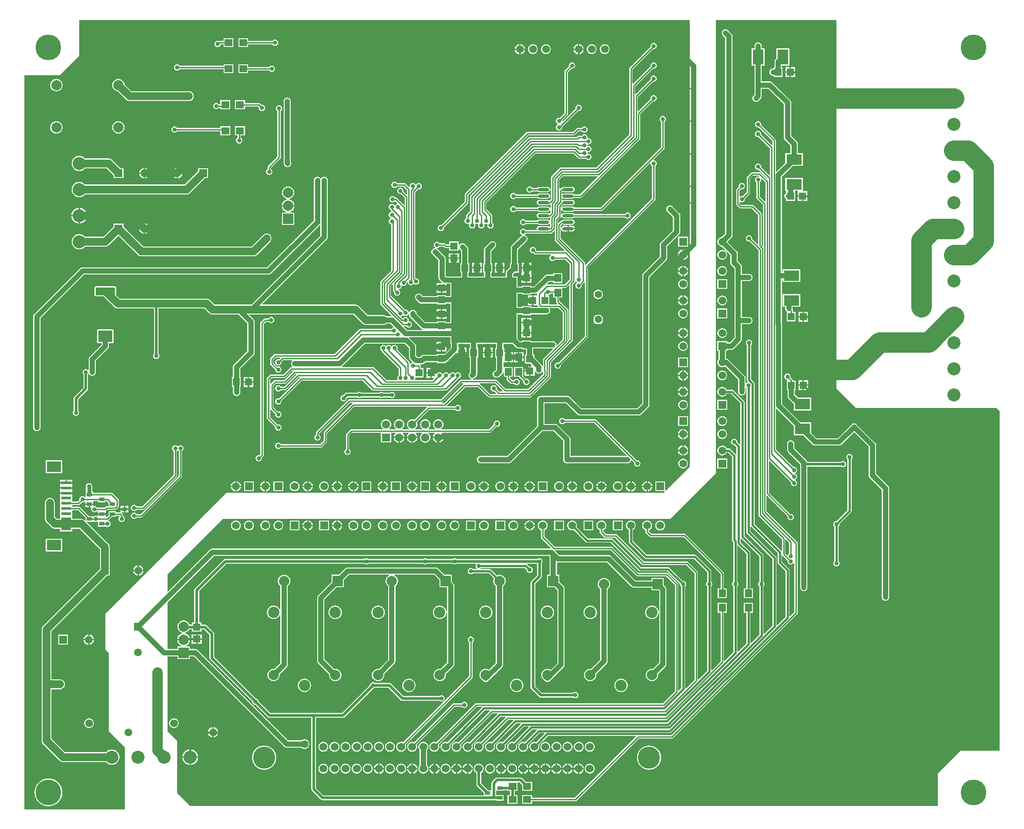
<source format=gbl>
G04 Layer_Physical_Order=2*
G04 Layer_Color=16711680*
%FSAX44Y44*%
%MOMM*%
G71*
G01*
G75*
%ADD15R,1.3500X1.5000*%
%ADD16R,1.5000X1.3500*%
%ADD17R,1.4500X1.3500*%
%ADD18R,1.3500X1.4500*%
%ADD24R,2.1000X2.9900*%
%ADD25O,2.2000X0.6000*%
%ADD27R,1.0000X0.7000*%
%ADD46C,0.2540*%
%ADD47C,0.5000*%
%ADD48C,0.5240*%
%ADD49C,0.3840*%
%ADD50C,1.0000*%
%ADD51C,0.8000*%
%ADD52C,1.5000*%
%ADD53C,0.3810*%
%ADD54C,0.9000*%
%ADD55C,2.0000*%
%ADD56C,4.0000*%
%ADD60R,3.8100X1.5240*%
%ADD61R,2.7940X2.2860*%
%ADD69R,2.1590X2.1590*%
%ADD70R,2.5400X1.2700*%
%ADD71R,1.2700X1.2700*%
%ADD72R,2.0320X2.0320*%
%ADD75C,2.0000*%
%ADD76R,1.5000X1.5000*%
%ADD77C,1.5000*%
%ADD78R,1.5000X1.5000*%
%ADD79C,2.2000*%
%ADD80R,2.0000X2.0000*%
%ADD81R,2.0000X2.0000*%
%ADD82C,1.4000*%
%ADD83P,1.5154X8X112.5*%
%ADD84C,5.0000*%
%ADD85C,2.5400*%
%ADD86C,1.5240*%
%ADD87C,4.2900*%
%ADD88R,1.6000X1.6000*%
%ADD89C,1.6000*%
%ADD90C,0.8000*%
%ADD91C,3.0000*%
%ADD92R,1.9000X0.6000*%
%ADD93R,2.8000X2.1000*%
%ADD94R,2.9900X2.1000*%
%ADD95R,12.7000X12.7000*%
%ADD96R,1.2805X1.2700*%
%ADD97R,1.0160X1.2700*%
%ADD98R,1.2700X1.9050*%
%ADD99R,9.9060X8.3820*%
G36*
X01958100Y01524605D02*
X01957474Y01523434D01*
X01955800Y01523768D01*
X01953459Y01523302D01*
X01951474Y01521976D01*
X01950148Y01519991D01*
X01949682Y01517650D01*
X01950148Y01515309D01*
X01951474Y01513324D01*
X01952466Y01512662D01*
Y01483430D01*
X01952720Y01482155D01*
X01953443Y01481073D01*
X01965356Y01469160D01*
Y01388809D01*
X01964183Y01388323D01*
X01962374Y01390132D01*
Y01450910D01*
X01962120Y01452186D01*
X01961398Y01453268D01*
X01946727Y01467937D01*
X01945646Y01468660D01*
X01944370Y01468914D01*
X01922891D01*
X01919614Y01472191D01*
Y01473770D01*
X01920884Y01474449D01*
X01921709Y01473898D01*
X01924050Y01473432D01*
X01926391Y01473898D01*
X01928376Y01475224D01*
X01929702Y01477209D01*
X01930168Y01479550D01*
X01929935Y01480720D01*
X01939108Y01489892D01*
X01939830Y01490974D01*
X01940084Y01492250D01*
Y01520079D01*
X01945751Y01525746D01*
X01956959D01*
X01958100Y01524605D01*
D02*
G37*
G36*
X01969896Y01512809D02*
Y01475709D01*
X01968723Y01475223D01*
X01959134Y01484812D01*
Y01512662D01*
X01960126Y01513324D01*
X01961452Y01515309D01*
X01961918Y01517650D01*
X01961584Y01519324D01*
X01962755Y01519950D01*
X01969896Y01512809D01*
D02*
G37*
G36*
X02108200Y01111250D02*
X02146300Y01073150D01*
X02419350D01*
X02425700Y01066800D01*
Y00406400D01*
X02349500D01*
X02305050Y00361950D01*
Y00298450D01*
X00850900D01*
X00825500Y00323850D01*
Y00425450D01*
X00806450Y00444500D01*
Y00589840D01*
X00826200D01*
Y00584900D01*
X00850200D01*
Y00589840D01*
X00858136D01*
X01033868Y00414108D01*
X01035330Y00412985D01*
X01037033Y00412280D01*
X01038860Y00412040D01*
X01066746D01*
X01068359Y00410802D01*
X01070670Y00409845D01*
X01073150Y00409518D01*
X01075630Y00409845D01*
X01077941Y00410802D01*
X01079925Y00412325D01*
X01081448Y00414309D01*
X01082405Y00416620D01*
X01082732Y00419100D01*
X01082405Y00421580D01*
X01081448Y00423891D01*
X01079925Y00425875D01*
X01077941Y00427398D01*
X01075630Y00428355D01*
X01073150Y00428682D01*
X01070670Y00428355D01*
X01068359Y00427398D01*
X01066746Y00426160D01*
X01041785D01*
X00866052Y00601892D01*
X00864590Y00603014D01*
X00862887Y00603720D01*
X00861060Y00603960D01*
X00850200D01*
Y00608900D01*
X00841772D01*
X00841474Y00610083D01*
X00844524Y00611346D01*
X00847144Y00613356D01*
X00849154Y00615976D01*
X00850417Y00619026D01*
X00850681Y00621030D01*
X00838200D01*
X00825719D01*
X00825983Y00619026D01*
X00827246Y00615976D01*
X00829256Y00613356D01*
X00831876Y00611346D01*
X00834926Y00610083D01*
X00834628Y00608900D01*
X00826200D01*
Y00603960D01*
X00806450D01*
Y00694465D01*
X00897404Y00785420D01*
X01157993D01*
X01159740Y00785190D01*
X01161487Y00785420D01*
X01550190D01*
Y00748600D01*
X01545250D01*
Y00724600D01*
X01559265D01*
X01565200Y00718665D01*
Y00576334D01*
X01552402Y00563537D01*
X01551952Y00563882D01*
X01549033Y00565091D01*
X01545900Y00565504D01*
X01542767Y00565091D01*
X01539848Y00563882D01*
X01537341Y00561959D01*
X01535418Y00559452D01*
X01534209Y00556533D01*
X01533796Y00553400D01*
X01534209Y00550267D01*
X01535418Y00547348D01*
X01537341Y00544841D01*
X01539848Y00542918D01*
X01540433Y00542676D01*
X01540908Y00542058D01*
X01542370Y00540936D01*
X01544073Y00540230D01*
X01545900Y00539990D01*
X01547727Y00540230D01*
X01549430Y00540936D01*
X01550892Y00542058D01*
X01551612Y00542777D01*
X01551952Y00542918D01*
X01554458Y00544841D01*
X01556382Y00547348D01*
X01556523Y00547688D01*
X01577252Y00568418D01*
X01578374Y00569880D01*
X01579080Y00571583D01*
X01579320Y00573410D01*
Y00721590D01*
X01579080Y00723417D01*
X01578374Y00725120D01*
X01577252Y00726582D01*
X01569250Y00734585D01*
Y00748600D01*
X01564310D01*
Y00771967D01*
X01565265Y00772804D01*
X01565910Y00772720D01*
X01662045D01*
X01709508Y00725258D01*
X01710970Y00724136D01*
X01712673Y00723430D01*
X01714500Y00723190D01*
X01748450D01*
Y00718250D01*
X01762465D01*
X01763320Y00717395D01*
Y00676718D01*
X01762050Y00676635D01*
X01761765Y00678794D01*
X01760455Y00681956D01*
X01758372Y00684672D01*
X01755656Y00686756D01*
X01752494Y00688065D01*
X01749100Y00688512D01*
X01745706Y00688065D01*
X01742544Y00686756D01*
X01739828Y00684672D01*
X01737744Y00681956D01*
X01736435Y00678794D01*
X01735988Y00675400D01*
X01736435Y00672006D01*
X01737744Y00668844D01*
X01739828Y00666128D01*
X01742544Y00664044D01*
X01745706Y00662735D01*
X01749100Y00662288D01*
X01752494Y00662735D01*
X01755656Y00664044D01*
X01758372Y00666128D01*
X01760455Y00668844D01*
X01761765Y00672006D01*
X01762050Y00674165D01*
X01763320Y00674082D01*
Y00577604D01*
X01750972Y00565257D01*
X01749100Y00565504D01*
X01745967Y00565091D01*
X01743048Y00563882D01*
X01740542Y00561959D01*
X01738618Y00559452D01*
X01737409Y00556533D01*
X01736996Y00553400D01*
X01737409Y00550267D01*
X01738618Y00547348D01*
X01740542Y00544841D01*
X01743048Y00542918D01*
X01745967Y00541709D01*
X01749100Y00541297D01*
X01752233Y00541709D01*
X01755152Y00542918D01*
X01757659Y00544841D01*
X01759582Y00547348D01*
X01760791Y00550267D01*
X01761204Y00553400D01*
X01760957Y00555272D01*
X01775372Y00569688D01*
X01776494Y00571150D01*
X01777200Y00572853D01*
X01777440Y00574680D01*
Y00720320D01*
X01777200Y00722147D01*
X01776494Y00723850D01*
X01775372Y00725312D01*
X01772450Y00728235D01*
Y00742250D01*
X01748450D01*
Y00737310D01*
X01717424D01*
X01669962Y00784772D01*
X01668500Y00785894D01*
X01666797Y00786600D01*
X01664970Y00786840D01*
X01568835D01*
X01560082Y00795593D01*
X01560568Y00796766D01*
X01668669D01*
X01718492Y00746943D01*
X01719574Y00746220D01*
X01720850Y00745966D01*
X01776619D01*
X01793716Y00728869D01*
Y00522081D01*
X01770269Y00498634D01*
X01407260D01*
X01405984Y00498380D01*
X01404902Y00497658D01*
X01330009Y00422764D01*
X01328491Y00423392D01*
X01325980Y00423723D01*
X01323469Y00423392D01*
X01321129Y00422423D01*
X01319119Y00420881D01*
X01317577Y00418871D01*
X01316608Y00416531D01*
X01316277Y00414020D01*
X01316608Y00411509D01*
X01317577Y00409169D01*
X01319119Y00407159D01*
X01321129Y00405617D01*
X01323469Y00404648D01*
X01325980Y00404317D01*
X01328491Y00404648D01*
X01330831Y00405617D01*
X01332841Y00407159D01*
X01334383Y00409169D01*
X01335352Y00411509D01*
X01335683Y00414020D01*
X01335352Y00416531D01*
X01334724Y00418049D01*
X01408641Y00491966D01*
X01418078D01*
X01418604Y00490696D01*
X01350946Y00423038D01*
X01350091Y00423392D01*
X01347580Y00423723D01*
X01345069Y00423392D01*
X01342728Y00422423D01*
X01340719Y00420881D01*
X01339177Y00418871D01*
X01338208Y00416531D01*
X01337877Y00414020D01*
X01338208Y00411509D01*
X01339177Y00409169D01*
X01340719Y00407159D01*
X01342728Y00405617D01*
X01345069Y00404648D01*
X01347580Y00404317D01*
X01350091Y00404648D01*
X01352431Y00405617D01*
X01354441Y00407159D01*
X01355983Y00409169D01*
X01356952Y00411509D01*
X01357283Y00414020D01*
X01356952Y00416531D01*
X01356598Y00417386D01*
X01424165Y00484953D01*
X01433739D01*
X01434225Y00483780D01*
X01373209Y00422764D01*
X01371691Y00423392D01*
X01369180Y00423723D01*
X01366669Y00423392D01*
X01364328Y00422423D01*
X01362319Y00420881D01*
X01360777Y00418871D01*
X01359808Y00416531D01*
X01359477Y00414020D01*
X01359808Y00411509D01*
X01360777Y00409169D01*
X01362319Y00407159D01*
X01364328Y00405617D01*
X01366669Y00404648D01*
X01369180Y00404317D01*
X01371691Y00404648D01*
X01374032Y00405617D01*
X01376041Y00407159D01*
X01377583Y00409169D01*
X01378552Y00411509D01*
X01378883Y00414020D01*
X01378552Y00416531D01*
X01377924Y00418049D01*
X01439141Y00479266D01*
X01448578D01*
X01449104Y00477996D01*
X01394146Y00423038D01*
X01393291Y00423392D01*
X01390780Y00423723D01*
X01388269Y00423392D01*
X01385928Y00422423D01*
X01383919Y00420881D01*
X01382377Y00418871D01*
X01381408Y00416531D01*
X01381077Y00414020D01*
X01381408Y00411509D01*
X01382377Y00409169D01*
X01383919Y00407159D01*
X01385928Y00405617D01*
X01388269Y00404648D01*
X01390780Y00404317D01*
X01393291Y00404648D01*
X01395632Y00405617D01*
X01397641Y00407159D01*
X01399183Y00409169D01*
X01400152Y00411509D01*
X01400483Y00414020D01*
X01400152Y00416531D01*
X01399798Y00417386D01*
X01454666Y00472253D01*
X01464239D01*
X01464725Y00471080D01*
X01416409Y00422764D01*
X01414891Y00423392D01*
X01412380Y00423723D01*
X01409869Y00423392D01*
X01407529Y00422423D01*
X01405519Y00420881D01*
X01403977Y00418871D01*
X01403008Y00416531D01*
X01402677Y00414020D01*
X01403008Y00411509D01*
X01403977Y00409169D01*
X01405519Y00407159D01*
X01407529Y00405617D01*
X01409869Y00404648D01*
X01412380Y00404317D01*
X01414891Y00404648D01*
X01417231Y00405617D01*
X01419241Y00407159D01*
X01420783Y00409169D01*
X01421752Y00411509D01*
X01422083Y00414020D01*
X01421752Y00416531D01*
X01421124Y00418049D01*
X01469641Y00466566D01*
X01479078D01*
X01479604Y00465296D01*
X01437346Y00423038D01*
X01436491Y00423392D01*
X01433980Y00423723D01*
X01431469Y00423392D01*
X01429129Y00422423D01*
X01427119Y00420881D01*
X01425577Y00418871D01*
X01424608Y00416531D01*
X01424277Y00414020D01*
X01424608Y00411509D01*
X01425577Y00409169D01*
X01427119Y00407159D01*
X01429129Y00405617D01*
X01431469Y00404648D01*
X01433980Y00404317D01*
X01436491Y00404648D01*
X01438831Y00405617D01*
X01440841Y00407159D01*
X01442383Y00409169D01*
X01443352Y00411509D01*
X01443683Y00414020D01*
X01443352Y00416531D01*
X01442998Y00417386D01*
X01485166Y00459553D01*
X01493823D01*
X01494309Y00458380D01*
X01458961Y00423032D01*
X01458091Y00423392D01*
X01455580Y00423723D01*
X01453069Y00423392D01*
X01450728Y00422423D01*
X01448719Y00420881D01*
X01447177Y00418871D01*
X01446208Y00416531D01*
X01445877Y00414020D01*
X01446208Y00411509D01*
X01447177Y00409169D01*
X01448719Y00407159D01*
X01450728Y00405617D01*
X01453069Y00404648D01*
X01455580Y00404317D01*
X01458091Y00404648D01*
X01460432Y00405617D01*
X01462441Y00407159D01*
X01463983Y00409169D01*
X01464952Y00411509D01*
X01465283Y00414020D01*
X01464952Y00416531D01*
X01464592Y00417401D01*
X01500409Y00453218D01*
X01509088D01*
X01509574Y00452045D01*
X01480561Y00423032D01*
X01479691Y00423392D01*
X01477180Y00423723D01*
X01474669Y00423392D01*
X01472328Y00422423D01*
X01470319Y00420881D01*
X01468777Y00418871D01*
X01467808Y00416531D01*
X01467477Y00414020D01*
X01467808Y00411509D01*
X01468777Y00409169D01*
X01470319Y00407159D01*
X01472328Y00405617D01*
X01474669Y00404648D01*
X01477180Y00404317D01*
X01479691Y00404648D01*
X01482032Y00405617D01*
X01484041Y00407159D01*
X01485583Y00409169D01*
X01486552Y00411509D01*
X01486883Y00414020D01*
X01486552Y00416531D01*
X01486192Y00417401D01*
X01516199Y00447408D01*
X01524742D01*
X01525268Y00446138D01*
X01502161Y00423032D01*
X01501291Y00423392D01*
X01498780Y00423723D01*
X01496269Y00423392D01*
X01493929Y00422423D01*
X01491919Y00420881D01*
X01490377Y00418871D01*
X01489408Y00416531D01*
X01489077Y00414020D01*
X01489408Y00411509D01*
X01490377Y00409169D01*
X01491919Y00407159D01*
X01493929Y00405617D01*
X01496269Y00404648D01*
X01498780Y00404317D01*
X01501291Y00404648D01*
X01503631Y00405617D01*
X01505641Y00407159D01*
X01507183Y00409169D01*
X01508152Y00411509D01*
X01508483Y00414020D01*
X01508152Y00416531D01*
X01507792Y00417401D01*
X01530909Y00440518D01*
X01539588D01*
X01540074Y00439345D01*
X01523761Y00423032D01*
X01522891Y00423392D01*
X01520380Y00423723D01*
X01517869Y00423392D01*
X01515529Y00422423D01*
X01513519Y00420881D01*
X01511977Y00418871D01*
X01511008Y00416531D01*
X01510677Y00414020D01*
X01511008Y00411509D01*
X01511977Y00409169D01*
X01513519Y00407159D01*
X01515529Y00405617D01*
X01517869Y00404648D01*
X01520380Y00404317D01*
X01522891Y00404648D01*
X01525231Y00405617D01*
X01527241Y00407159D01*
X01528783Y00409169D01*
X01529752Y00411509D01*
X01530083Y00414020D01*
X01529752Y00416531D01*
X01529392Y00417401D01*
X01546699Y00434709D01*
X01717384D01*
X01717870Y00433535D01*
X01598819Y00314484D01*
X01516000D01*
Y00319900D01*
X01497000D01*
Y00302400D01*
X01516000D01*
Y00307816D01*
X01600200D01*
X01601476Y00308070D01*
X01602558Y00308792D01*
X01723946Y00430181D01*
X01788558D01*
X01789834Y00430435D01*
X01790915Y00431157D01*
X02031817Y00672060D01*
X02032540Y00673141D01*
X02032794Y00674417D01*
Y00810260D01*
X02032540Y00811536D01*
X02031817Y00812617D01*
X01972024Y00872411D01*
Y00901962D01*
X01973197Y00902448D01*
X02013415Y00862230D01*
X02013183Y00861060D01*
X02013648Y00858719D01*
X02014974Y00856734D01*
X02016959Y00855408D01*
X02019300Y00854942D01*
X02021641Y00855408D01*
X02023626Y00856734D01*
X02024952Y00858719D01*
X02025417Y00861060D01*
X02024952Y00863401D01*
X02023626Y00865386D01*
X02021641Y00866712D01*
X02019300Y00867178D01*
X02018130Y00866945D01*
X01976564Y00908511D01*
Y00969811D01*
X01977737Y00970298D01*
X02019765Y00928270D01*
X02019532Y00927100D01*
X02019998Y00924759D01*
X02021324Y00922774D01*
X02023309Y00921448D01*
X02025650Y00920983D01*
X02027991Y00921448D01*
X02029976Y00922774D01*
X02031302Y00924759D01*
X02031767Y00927100D01*
X02031302Y00929441D01*
X02029976Y00931426D01*
X02027991Y00932752D01*
X02027736Y00932803D01*
Y00934097D01*
X02027991Y00934148D01*
X02029976Y00935474D01*
X02031302Y00937459D01*
X02031767Y00939800D01*
X02031302Y00942141D01*
X02029976Y00944126D01*
X02027991Y00945452D01*
X02027736Y00945503D01*
Y00946797D01*
X02027991Y00946848D01*
X02029976Y00948174D01*
X02031302Y00950159D01*
X02031767Y00952500D01*
X02031302Y00954841D01*
X02029976Y00956826D01*
X02027991Y00958152D01*
X02025650Y00958617D01*
X02024480Y00958385D01*
X01990184Y00992681D01*
Y01071572D01*
X01991357Y01072058D01*
X02025210Y01038205D01*
Y01020090D01*
X02043325D01*
X02061298Y01002118D01*
X02062760Y01000995D01*
X02064463Y01000290D01*
X02066290Y01000050D01*
X02113280D01*
X02115107Y01000290D01*
X02116810Y01000995D01*
X02118272Y01002118D01*
X02142490Y01026335D01*
X02170990Y00997835D01*
Y00942340D01*
X02171230Y00940513D01*
X02171935Y00938810D01*
X02173058Y00937348D01*
X02196390Y00914016D01*
Y00786130D01*
Y00704850D01*
X02196630Y00703023D01*
X02197336Y00701320D01*
X02198458Y00699858D01*
X02199920Y00698736D01*
X02201623Y00698030D01*
X02203450Y00697790D01*
X02205277Y00698030D01*
X02206980Y00698736D01*
X02208442Y00699858D01*
X02209565Y00701320D01*
X02210270Y00703023D01*
X02210510Y00704850D01*
Y00786130D01*
Y00916940D01*
X02210270Y00918767D01*
X02209565Y00920470D01*
X02208442Y00921932D01*
X02185110Y00945265D01*
Y01000760D01*
X02184870Y01002587D01*
X02184164Y01004290D01*
X02183042Y01005752D01*
X02147482Y01041312D01*
X02146020Y01042434D01*
X02144317Y01043140D01*
X02142490Y01043380D01*
X02140663Y01043140D01*
X02138960Y01042434D01*
X02137498Y01041312D01*
X02110356Y01014170D01*
X02069214D01*
X02059110Y01024275D01*
Y01045090D01*
X02038295D01*
X02002230Y01081154D01*
Y01236980D01*
X02002180Y01237360D01*
Y01323900D01*
X02003620D01*
Y01318380D01*
X02037520D01*
Y01343380D01*
X02003620D01*
Y01338020D01*
X02002180D01*
Y01523486D01*
X02023135Y01544440D01*
X02042600D01*
Y01569440D01*
X02032710D01*
Y01587500D01*
X02032470Y01589327D01*
X02031765Y01591030D01*
X02030642Y01592492D01*
X02020010Y01603125D01*
Y01667510D01*
X02019770Y01669337D01*
X02019064Y01671040D01*
X02017942Y01672502D01*
X01983652Y01706792D01*
X01982190Y01707914D01*
X01980487Y01708620D01*
X01978660Y01708860D01*
X01962860D01*
Y01739460D01*
X01968380D01*
Y01773360D01*
X01962860D01*
Y01778000D01*
X01962620Y01779827D01*
X01961915Y01781530D01*
X01960792Y01782992D01*
X01959330Y01784115D01*
X01957627Y01784820D01*
X01955800Y01785060D01*
X01953973Y01784820D01*
X01952270Y01784115D01*
X01950808Y01782992D01*
X01949686Y01781530D01*
X01948980Y01779827D01*
X01948740Y01778000D01*
Y01773360D01*
X01943380D01*
Y01739460D01*
X01948740D01*
Y01701800D01*
Y01683134D01*
X01946998Y01681392D01*
X01945876Y01679930D01*
X01945170Y01678227D01*
X01944930Y01676400D01*
X01945170Y01674573D01*
X01945876Y01672870D01*
X01946998Y01671408D01*
X01948460Y01670285D01*
X01950163Y01669580D01*
X01951990Y01669340D01*
X01953817Y01669580D01*
X01955520Y01670285D01*
X01956982Y01671408D01*
X01960792Y01675218D01*
X01961915Y01676680D01*
X01962620Y01678383D01*
X01962860Y01680210D01*
Y01694740D01*
X01975735D01*
X02005890Y01664586D01*
Y01600200D01*
X02006130Y01598373D01*
X02006835Y01596670D01*
X02007958Y01595208D01*
X02018590Y01584576D01*
Y01569440D01*
X02008700D01*
Y01549975D01*
X01991357Y01532632D01*
X01990184Y01533118D01*
Y01594550D01*
X01989930Y01595826D01*
X01989207Y01596908D01*
X01961685Y01624430D01*
X01961918Y01625600D01*
X01961452Y01627941D01*
X01960126Y01629926D01*
X01958141Y01631252D01*
X01955800Y01631718D01*
X01953459Y01631252D01*
X01951474Y01629926D01*
X01950148Y01627941D01*
X01949682Y01625600D01*
X01950148Y01623259D01*
X01951474Y01621274D01*
X01953459Y01619948D01*
X01955800Y01619483D01*
X01956970Y01619715D01*
X01983516Y01593169D01*
Y01585208D01*
X01982343Y01584722D01*
X01961685Y01605380D01*
X01961918Y01606550D01*
X01961452Y01608891D01*
X01960126Y01610876D01*
X01958141Y01612202D01*
X01955800Y01612668D01*
X01953459Y01612202D01*
X01951474Y01610876D01*
X01950148Y01608891D01*
X01949682Y01606550D01*
X01950148Y01604209D01*
X01951474Y01602224D01*
X01953459Y01600898D01*
X01955800Y01600432D01*
X01956970Y01600665D01*
X01978976Y01578659D01*
Y01526248D01*
X01977803Y01525762D01*
X01961685Y01541880D01*
X01961918Y01543050D01*
X01961452Y01545391D01*
X01960126Y01547376D01*
X01958141Y01548702D01*
X01955800Y01549167D01*
X01953459Y01548702D01*
X01951474Y01547376D01*
X01950148Y01545391D01*
X01949682Y01543050D01*
X01950148Y01540709D01*
X01951474Y01538724D01*
X01953459Y01537398D01*
X01955800Y01536933D01*
X01956970Y01537165D01*
X01973705Y01520430D01*
X01973671Y01520260D01*
X01972293Y01519842D01*
X01960697Y01531438D01*
X01959616Y01532160D01*
X01958340Y01532414D01*
X01944370D01*
X01943094Y01532160D01*
X01942012Y01531438D01*
X01934393Y01523817D01*
X01933670Y01522736D01*
X01933416Y01521460D01*
Y01493631D01*
X01925220Y01485435D01*
X01924050Y01485668D01*
X01921709Y01485202D01*
X01920884Y01484651D01*
X01919614Y01485329D01*
Y01495799D01*
X01922880Y01499065D01*
X01924050Y01498833D01*
X01926391Y01499298D01*
X01928376Y01500624D01*
X01929702Y01502609D01*
X01930168Y01504950D01*
X01929702Y01507291D01*
X01928376Y01509276D01*
X01926391Y01510602D01*
X01924050Y01511068D01*
X01921709Y01510602D01*
X01919724Y01509276D01*
X01918398Y01507291D01*
X01917932Y01504950D01*
X01918165Y01503780D01*
X01913922Y01499538D01*
X01913200Y01498456D01*
X01912946Y01497180D01*
Y01470810D01*
X01913200Y01469534D01*
X01913922Y01468452D01*
X01919153Y01463223D01*
X01920234Y01462500D01*
X01921510Y01462246D01*
X01942989D01*
X01955706Y01449529D01*
Y01392038D01*
X01954533Y01391552D01*
X01943905Y01402180D01*
X01944138Y01403350D01*
X01943672Y01405691D01*
X01942346Y01407676D01*
X01940361Y01409002D01*
X01938020Y01409467D01*
X01935679Y01409002D01*
X01933694Y01407676D01*
X01932368Y01405691D01*
X01931902Y01403350D01*
X01932368Y01401009D01*
X01933694Y01399024D01*
X01935679Y01397698D01*
X01938020Y01397233D01*
X01939190Y01397465D01*
X01956276Y01380379D01*
Y00864870D01*
X01956530Y00863594D01*
X01957253Y00862513D01*
X02001996Y00817769D01*
Y00795380D01*
X02000726Y00794995D01*
X02000525Y00795295D01*
X01948636Y00847184D01*
Y01120874D01*
X01948333Y01122398D01*
X01947470Y01123690D01*
X01942001Y01129158D01*
Y01195594D01*
X01942346Y01195824D01*
X01943672Y01197809D01*
X01944138Y01200150D01*
X01943672Y01202491D01*
X01942346Y01204476D01*
X01940361Y01205802D01*
X01938020Y01206267D01*
X01935679Y01205802D01*
X01933694Y01204476D01*
X01932368Y01202491D01*
X01931902Y01200150D01*
X01932368Y01197809D01*
X01933694Y01195824D01*
X01934039Y01195594D01*
Y01127509D01*
X01934342Y01125986D01*
X01935205Y01124694D01*
X01935323Y01124576D01*
X01934954Y01123360D01*
X01934409Y01123252D01*
X01932424Y01121926D01*
X01932326Y01121778D01*
X01931110Y01122147D01*
Y01131570D01*
X01930870Y01133397D01*
X01930164Y01135100D01*
X01929042Y01136562D01*
X01898562Y01167042D01*
X01897100Y01168165D01*
X01895397Y01168870D01*
X01893570Y01169110D01*
X01893010D01*
Y01184300D01*
X01895450D01*
Y01186740D01*
X01903730D01*
X01905557Y01186980D01*
X01907260Y01187685D01*
X01908722Y01188808D01*
X01922057Y01202143D01*
X01923179Y01203605D01*
X01923885Y01205308D01*
X01924125Y01207135D01*
Y01236270D01*
X01938020D01*
X01939847Y01236510D01*
X01941550Y01237215D01*
X01943012Y01238338D01*
X01944135Y01239800D01*
X01944840Y01241503D01*
X01945080Y01243330D01*
X01944840Y01245157D01*
X01944135Y01246860D01*
X01943012Y01248322D01*
X01941550Y01249445D01*
X01939847Y01250150D01*
X01938020Y01250390D01*
X01924125D01*
Y01320090D01*
X01938020D01*
X01939847Y01320330D01*
X01941550Y01321035D01*
X01943012Y01322158D01*
X01944135Y01323620D01*
X01944840Y01325323D01*
X01945080Y01327150D01*
X01944840Y01328977D01*
X01944135Y01330680D01*
X01943012Y01332142D01*
X01941550Y01333264D01*
X01939847Y01333970D01*
X01938020Y01334210D01*
X01924125D01*
Y01348105D01*
X01923885Y01349932D01*
X01923179Y01351635D01*
X01922057Y01353097D01*
X01915870Y01359285D01*
Y01374140D01*
X01915630Y01375967D01*
X01914924Y01377670D01*
X01913802Y01379132D01*
X01895935Y01397000D01*
X01903642Y01404708D01*
X01904765Y01406170D01*
X01905470Y01407873D01*
X01905710Y01409700D01*
Y01530350D01*
Y01581150D01*
Y01651000D01*
Y01727200D01*
Y01797050D01*
X01905470Y01798877D01*
X01904765Y01800580D01*
X01903642Y01802042D01*
X01897292Y01808392D01*
X01895830Y01809514D01*
X01894127Y01810220D01*
X01892300Y01810460D01*
X01890473Y01810220D01*
X01888770Y01809514D01*
X01887308Y01808392D01*
X01886185Y01806930D01*
X01885480Y01805227D01*
X01885240Y01803400D01*
X01885480Y01801573D01*
X01886185Y01799870D01*
X01887308Y01798408D01*
X01891590Y01794126D01*
Y01727200D01*
Y01651000D01*
Y01581150D01*
Y01530350D01*
Y01412625D01*
X01885486Y01406521D01*
X01883470Y01406255D01*
X01881159Y01405298D01*
X01879174Y01403775D01*
X01877652Y01401791D01*
X01876694Y01399480D01*
X01876368Y01397000D01*
X01876694Y01394520D01*
X01877652Y01392209D01*
X01879174Y01390225D01*
X01881159Y01388702D01*
X01883470Y01387744D01*
X01885486Y01387479D01*
X01901750Y01371216D01*
Y01356360D01*
X01901990Y01354533D01*
X01902695Y01352830D01*
X01903818Y01351368D01*
X01910005Y01345181D01*
Y01327150D01*
Y01243330D01*
Y01210060D01*
X01900806Y01200860D01*
X01895450D01*
Y01203300D01*
X01876450D01*
Y01184300D01*
X01878890D01*
Y01168454D01*
X01877652Y01166841D01*
X01876694Y01164530D01*
X01876368Y01162050D01*
X01876694Y01159570D01*
X01877652Y01157259D01*
X01879174Y01155275D01*
X01881159Y01153752D01*
X01883470Y01152794D01*
X01885950Y01152468D01*
X01888430Y01152794D01*
X01890741Y01153752D01*
X01891387Y01154248D01*
X01916990Y01128645D01*
Y01115060D01*
Y01104900D01*
X01917230Y01103073D01*
X01917935Y01101370D01*
X01919058Y01099908D01*
X01920520Y01098785D01*
X01922223Y01098080D01*
X01924050Y01097840D01*
X01925877Y01098080D01*
X01927580Y01098785D01*
X01929042Y01099908D01*
X01930164Y01101370D01*
X01930870Y01103073D01*
X01931110Y01104900D01*
Y01111792D01*
X01932380Y01112430D01*
X01932769Y01112141D01*
Y00831850D01*
X01933072Y00830326D01*
X01933935Y00829035D01*
X01983569Y00779401D01*
Y00649691D01*
X01967305Y00633428D01*
X01966131Y00633914D01*
Y00725694D01*
X01966476Y00725924D01*
X01967802Y00727909D01*
X01968268Y00730250D01*
X01967802Y00732591D01*
X01966476Y00734576D01*
X01966131Y00734806D01*
Y00786130D01*
X01965828Y00787654D01*
X01964965Y00788945D01*
X01929301Y00824609D01*
Y01084580D01*
X01928998Y01086104D01*
X01928135Y01087395D01*
X01907815Y01107715D01*
X01906524Y01108578D01*
X01905000Y01108882D01*
X01894583D01*
X01894248Y01109691D01*
X01892725Y01111675D01*
X01890741Y01113198D01*
X01888430Y01114156D01*
X01885950Y01114482D01*
X01883470Y01114156D01*
X01881159Y01113198D01*
X01879174Y01111675D01*
X01877652Y01109691D01*
X01876694Y01107380D01*
X01876368Y01104900D01*
X01876694Y01102420D01*
X01877652Y01100109D01*
X01879174Y01098124D01*
X01881159Y01096602D01*
X01883470Y01095645D01*
X01885950Y01095318D01*
X01888430Y01095645D01*
X01890741Y01096602D01*
X01892725Y01098124D01*
X01894248Y01100109D01*
X01894583Y01100919D01*
X01903351D01*
X01921339Y01082931D01*
Y01002590D01*
X01920069Y01002064D01*
X01915130Y01007002D01*
X01915208Y01007390D01*
X01914742Y01009731D01*
X01913416Y01011716D01*
X01911431Y01013042D01*
X01909090Y01013508D01*
X01906749Y01013042D01*
X01904764Y01011716D01*
X01903438Y01009731D01*
X01902972Y01007390D01*
X01903438Y01005049D01*
X01904764Y01003064D01*
X01906749Y01001738D01*
X01909090Y01001272D01*
X01909478Y01001350D01*
X01913703Y00997124D01*
Y00982759D01*
X01912526Y00982033D01*
X01912433Y00982046D01*
X01911625Y00983255D01*
X01901465Y00993415D01*
X01900174Y00994278D01*
X01898650Y00994582D01*
X01894583D01*
X01894248Y00995391D01*
X01892725Y00997375D01*
X01890741Y00998898D01*
X01888430Y00999855D01*
X01885950Y01000182D01*
X01883470Y00999855D01*
X01881159Y00998898D01*
X01879174Y00997375D01*
X01877652Y00995391D01*
X01876694Y00993080D01*
X01876368Y00990600D01*
X01876694Y00988120D01*
X01877652Y00985809D01*
X01879174Y00983824D01*
X01881159Y00982302D01*
X01883470Y00981345D01*
X01885950Y00981018D01*
X01888430Y00981345D01*
X01890741Y00982302D01*
X01892725Y00983824D01*
X01894248Y00985809D01*
X01894583Y00986618D01*
X01897001D01*
X01904828Y00978791D01*
Y00816610D01*
X01905132Y00815086D01*
X01905995Y00813795D01*
X01907368Y00812421D01*
Y00734806D01*
X01907024Y00734576D01*
X01905698Y00732591D01*
X01905233Y00730250D01*
X01905698Y00727909D01*
X01907024Y00725924D01*
X01907368Y00725694D01*
Y00598184D01*
X01890457Y00581273D01*
X01889284Y00581758D01*
Y00674750D01*
X01894700D01*
Y00693750D01*
X01877200D01*
Y00674750D01*
X01882616D01*
Y00579834D01*
X01865705Y00562923D01*
X01864532Y00563409D01*
Y00725694D01*
X01864876Y00725924D01*
X01866202Y00727909D01*
X01866667Y00730250D01*
X01866202Y00732591D01*
X01864876Y00734576D01*
X01864532Y00734806D01*
Y00755650D01*
X01864228Y00757174D01*
X01863365Y00758465D01*
X01835425Y00786405D01*
X01834134Y00787268D01*
X01832610Y00787571D01*
X01739009D01*
X01712132Y00814449D01*
Y00835917D01*
X01712941Y00836252D01*
X01714926Y00837775D01*
X01716448Y00839759D01*
X01717406Y00842070D01*
X01717732Y00844550D01*
X01717406Y00847030D01*
X01716448Y00849341D01*
X01714926Y00851325D01*
X01712941Y00852848D01*
X01710630Y00853805D01*
X01708150Y00854132D01*
X01705670Y00853805D01*
X01703359Y00852848D01*
X01701375Y00851325D01*
X01699852Y00849341D01*
X01698895Y00847030D01*
X01698568Y00844550D01*
X01698895Y00842070D01*
X01699852Y00839759D01*
X01701375Y00837775D01*
X01703359Y00836252D01*
X01704169Y00835917D01*
Y00812800D01*
X01704472Y00811276D01*
X01705335Y00809985D01*
X01734545Y00780775D01*
X01735836Y00779912D01*
X01737360Y00779609D01*
X01830961D01*
X01856568Y00754001D01*
Y00734806D01*
X01856224Y00734576D01*
X01854898Y00732591D01*
X01854433Y00730250D01*
X01854898Y00727909D01*
X01856224Y00725924D01*
X01856568Y00725694D01*
Y00562021D01*
X01839657Y00545109D01*
X01838484Y00545596D01*
Y00753110D01*
X01838230Y00754386D01*
X01837507Y00755468D01*
X01819727Y00773248D01*
X01818646Y00773970D01*
X01817370Y00774224D01*
X01733661D01*
X01681297Y00826588D01*
X01680216Y00827310D01*
X01678940Y00827564D01*
X01660001D01*
X01654334Y00833231D01*
Y00835648D01*
X01655791Y00836252D01*
X01657776Y00837775D01*
X01659298Y00839759D01*
X01660255Y00842070D01*
X01660582Y00844550D01*
X01660255Y00847030D01*
X01659298Y00849341D01*
X01657776Y00851325D01*
X01655791Y00852848D01*
X01653480Y00853805D01*
X01651000Y00854132D01*
X01648520Y00853805D01*
X01646209Y00852848D01*
X01644225Y00851325D01*
X01642702Y00849341D01*
X01641745Y00847030D01*
X01641418Y00844550D01*
X01641745Y00842070D01*
X01642702Y00839759D01*
X01644225Y00837775D01*
X01646209Y00836252D01*
X01647666Y00835648D01*
Y00831850D01*
X01647920Y00830574D01*
X01648642Y00829492D01*
X01656263Y00821872D01*
X01657344Y00821150D01*
X01658620Y00820896D01*
X01677559D01*
X01729922Y00768532D01*
X01731004Y00767810D01*
X01732280Y00767556D01*
X01815989D01*
X01831816Y00751729D01*
Y00543671D01*
X01815017Y00526872D01*
X01813747Y00527398D01*
Y00725704D01*
X01814076Y00725924D01*
X01815402Y00727909D01*
X01815867Y00730250D01*
X01815402Y00732591D01*
X01814076Y00734576D01*
X01812091Y00735902D01*
X01809750Y00736367D01*
X01809344Y00736287D01*
X01783355Y00762275D01*
X01782064Y00763138D01*
X01780540Y00763441D01*
X01727579D01*
X01672865Y00818155D01*
X01671574Y00819018D01*
X01670050Y00819322D01*
X01624709D01*
X01602770Y00841261D01*
X01603105Y00842070D01*
X01603432Y00844550D01*
X01603105Y00847030D01*
X01602148Y00849341D01*
X01600625Y00851325D01*
X01598641Y00852848D01*
X01596330Y00853805D01*
X01593850Y00854132D01*
X01591370Y00853805D01*
X01589059Y00852848D01*
X01587074Y00851325D01*
X01585552Y00849341D01*
X01584595Y00847030D01*
X01584268Y00844550D01*
X01584595Y00842070D01*
X01585552Y00839759D01*
X01587074Y00837775D01*
X01589059Y00836252D01*
X01591370Y00835294D01*
X01593850Y00834968D01*
X01596330Y00835294D01*
X01597139Y00835630D01*
X01620245Y00812525D01*
X01621536Y00811662D01*
X01623060Y00811358D01*
X01668401D01*
X01723115Y00756645D01*
X01724406Y00755782D01*
X01725930Y00755479D01*
X01778891D01*
X01803713Y00730656D01*
X01803633Y00730250D01*
X01804098Y00727909D01*
X01805424Y00725924D01*
X01805753Y00725704D01*
Y00527716D01*
X01801557Y00523520D01*
X01800384Y00524006D01*
Y00730250D01*
X01800130Y00731526D01*
X01799408Y00732607D01*
X01780358Y00751657D01*
X01779276Y00752380D01*
X01778000Y00752634D01*
X01722231D01*
X01672408Y00802458D01*
X01671326Y00803180D01*
X01670050Y00803434D01*
X01559671D01*
X01540034Y00823071D01*
Y00835648D01*
X01541491Y00836252D01*
X01543475Y00837775D01*
X01544998Y00839759D01*
X01545956Y00842070D01*
X01546282Y00844550D01*
X01545956Y00847030D01*
X01544998Y00849341D01*
X01543475Y00851325D01*
X01541491Y00852848D01*
X01539180Y00853805D01*
X01536700Y00854132D01*
X01534220Y00853805D01*
X01531909Y00852848D01*
X01529925Y00851325D01*
X01528402Y00849341D01*
X01527444Y00847030D01*
X01527118Y00844550D01*
X01527444Y00842070D01*
X01528402Y00839759D01*
X01529925Y00837775D01*
X01531909Y00836252D01*
X01533366Y00835648D01*
Y00821690D01*
X01533620Y00820414D01*
X01534342Y00819333D01*
X01552865Y00800810D01*
X01552339Y00799540D01*
X00894480D01*
X00892653Y00799300D01*
X00890950Y00798595D01*
X00889488Y00797472D01*
X00807623Y00715608D01*
X00806450Y00716094D01*
Y00749300D01*
X00914400Y00857250D01*
X01784350D01*
X01873250Y00946150D01*
Y01828800D01*
X02108200D01*
Y01111250D01*
D02*
G37*
G36*
X01822450Y00958850D02*
X01776070Y00912470D01*
X01774800Y00912996D01*
Y00930250D01*
X01755800D01*
Y00911250D01*
X01773054D01*
X01773580Y00909980D01*
X01771650Y00908050D01*
X00920750D01*
X00774700Y00762000D01*
X00685800Y00673100D01*
Y00603250D01*
X00692150Y00596900D01*
Y00444500D01*
X00723900Y00412750D01*
Y00292100D01*
X00528334D01*
Y01720850D01*
X00596900D01*
X00635000Y01758950D01*
Y01828800D01*
X01822450D01*
Y00958850D01*
D02*
G37*
G36*
X02015966Y00811419D02*
Y00789848D01*
X02014974Y00789186D01*
X02013648Y00787201D01*
X02013537Y00786641D01*
X02012321Y00786272D01*
X02008664Y00789930D01*
Y00817061D01*
X02009837Y00817548D01*
X02015966Y00811419D01*
D02*
G37*
G36*
X01958168Y00784481D02*
Y00734806D01*
X01957824Y00734576D01*
X01956498Y00732591D01*
X01956033Y00730250D01*
X01956498Y00727909D01*
X01957824Y00725924D01*
X01958168Y00725694D01*
Y00632508D01*
X01941905Y00616244D01*
X01940732Y00616730D01*
Y00674750D01*
X01945500D01*
Y00693750D01*
X01928000D01*
Y00674750D01*
X01932769D01*
Y00615325D01*
X01916505Y00599061D01*
X01915332Y00599547D01*
Y00725694D01*
X01915676Y00725924D01*
X01917002Y00727909D01*
X01917467Y00730250D01*
X01917002Y00732591D01*
X01915676Y00734576D01*
X01915332Y00734806D01*
Y00805317D01*
X01916505Y00805803D01*
X01932753Y00789555D01*
Y00722250D01*
X01928000D01*
Y00703250D01*
X01945500D01*
Y00722250D01*
X01940747D01*
Y00791210D01*
X01940443Y00792739D01*
X01939576Y00794036D01*
X01921697Y00811916D01*
Y00819156D01*
X01922967Y00819682D01*
X01958168Y00784481D01*
D02*
G37*
G36*
X02002973Y00786191D02*
X02013395Y00775769D01*
X02013183Y00774700D01*
X02013648Y00772359D01*
X02014974Y00770374D01*
X02016959Y00769048D01*
X02019300Y00768583D01*
X02021641Y00769048D01*
X02023626Y00770374D01*
X02024180Y00771203D01*
X02025884Y00771468D01*
X02026126Y00771274D01*
Y00675798D01*
X02018105Y00667777D01*
X02016931Y00668263D01*
Y00757076D01*
X02016628Y00758599D01*
X02015765Y00759891D01*
X02001691Y00773965D01*
Y00785822D01*
X02002961Y00786208D01*
X02002973Y00786191D01*
D02*
G37*
G36*
X01993728Y00790831D02*
Y00772316D01*
X01994032Y00770792D01*
X01994895Y00769500D01*
X02008969Y00755426D01*
Y00666875D01*
X01992705Y00650611D01*
X01991532Y00651097D01*
Y00781050D01*
X01991228Y00782574D01*
X01990365Y00783865D01*
X01940732Y00833499D01*
Y00842092D01*
X01941345Y00842439D01*
X01942001Y00842558D01*
X01993728Y00790831D01*
D02*
G37*
%LPC*%
G36*
X02027640Y01736990D02*
X02019620D01*
Y01728470D01*
X02027640D01*
Y01736990D01*
D02*
G37*
G36*
X02017080D02*
X02009060D01*
Y01728470D01*
X02017080D01*
Y01736990D01*
D02*
G37*
G36*
X02016480Y01773360D02*
X01991480D01*
Y01753895D01*
X01989858Y01752272D01*
X01988736Y01750810D01*
X01988030Y01749107D01*
X01987790Y01747280D01*
Y01736450D01*
X01986100D01*
Y01734260D01*
X01985010D01*
X01983183Y01734020D01*
X01981480Y01733315D01*
X01980018Y01732192D01*
X01978896Y01730730D01*
X01978190Y01729027D01*
X01977950Y01727200D01*
X01978190Y01725373D01*
X01978896Y01723670D01*
X01980018Y01722208D01*
X01981480Y01721086D01*
X01983183Y01720380D01*
X01985010Y01720140D01*
X01986100D01*
Y01717950D01*
X02003600D01*
Y01736450D01*
X02001910D01*
Y01739460D01*
X02016480D01*
Y01773360D01*
D02*
G37*
G36*
X02027640Y01725930D02*
X02019620D01*
Y01717410D01*
X02027640D01*
Y01725930D01*
D02*
G37*
G36*
X02017080D02*
X02009060D01*
Y01717410D01*
X02017080D01*
Y01725930D01*
D02*
G37*
G36*
X02042600Y01521340D02*
X02008700D01*
Y01496340D01*
X02010037D01*
X02010230Y01495150D01*
X02010230D01*
Y01491299D01*
X02008624Y01490226D01*
X02007298Y01488241D01*
X02006832Y01485900D01*
X02007298Y01483559D01*
X02008624Y01481574D01*
X02010230Y01480501D01*
Y01476650D01*
X02027730D01*
Y01495150D01*
X02027730D01*
X02027923Y01496340D01*
X02032189D01*
X02033190Y01495690D01*
X02033190Y01495070D01*
Y01487170D01*
X02042480D01*
X02051770D01*
Y01495690D01*
X02043601D01*
X02042600Y01496340D01*
X02042600Y01496960D01*
Y01521340D01*
D02*
G37*
G36*
X02051770Y01484630D02*
X02043750D01*
Y01476110D01*
X02051770D01*
Y01484630D01*
D02*
G37*
G36*
X02041210D02*
X02033190D01*
Y01476110D01*
X02041210D01*
Y01484630D01*
D02*
G37*
G36*
X01885950Y01381182D02*
X01883470Y01380856D01*
X01881159Y01379898D01*
X01879174Y01378376D01*
X01877652Y01376391D01*
X01876694Y01374080D01*
X01876368Y01371600D01*
X01876694Y01369120D01*
X01877652Y01366809D01*
X01879174Y01364825D01*
X01881159Y01363302D01*
X01883470Y01362345D01*
X01885950Y01362018D01*
X01888430Y01362345D01*
X01890741Y01363302D01*
X01892725Y01364825D01*
X01894248Y01366809D01*
X01895206Y01369120D01*
X01895532Y01371600D01*
X01895206Y01374080D01*
X01894248Y01376391D01*
X01892725Y01378376D01*
X01890741Y01379898D01*
X01888430Y01380856D01*
X01885950Y01381182D01*
D02*
G37*
G36*
Y01349432D02*
X01883470Y01349106D01*
X01881159Y01348148D01*
X01879174Y01346625D01*
X01877652Y01344641D01*
X01876694Y01342330D01*
X01876368Y01339850D01*
X01876694Y01337370D01*
X01877652Y01335059D01*
X01879174Y01333075D01*
X01881159Y01331552D01*
X01883470Y01330594D01*
X01885950Y01330268D01*
X01888430Y01330594D01*
X01890741Y01331552D01*
X01892725Y01333075D01*
X01894248Y01335059D01*
X01895206Y01337370D01*
X01895532Y01339850D01*
X01895206Y01342330D01*
X01894248Y01344641D01*
X01892725Y01346625D01*
X01890741Y01348148D01*
X01888430Y01349106D01*
X01885950Y01349432D01*
D02*
G37*
G36*
X01895450Y01323950D02*
X01876450D01*
Y01304950D01*
X01895450D01*
Y01323950D01*
D02*
G37*
G36*
X01885950Y01292282D02*
X01883470Y01291956D01*
X01881159Y01290998D01*
X01879174Y01289475D01*
X01877652Y01287491D01*
X01876694Y01285180D01*
X01876368Y01282700D01*
X01876694Y01280220D01*
X01877652Y01277909D01*
X01879174Y01275925D01*
X01881159Y01274402D01*
X01883470Y01273445D01*
X01885950Y01273118D01*
X01888430Y01273445D01*
X01890741Y01274402D01*
X01892725Y01275925D01*
X01894248Y01277909D01*
X01895206Y01280220D01*
X01895532Y01282700D01*
X01895206Y01285180D01*
X01894248Y01287491D01*
X01892725Y01289475D01*
X01890741Y01290998D01*
X01888430Y01291956D01*
X01885950Y01292282D01*
D02*
G37*
G36*
X02053040Y01260740D02*
X02045020D01*
Y01252220D01*
X02053040D01*
Y01260740D01*
D02*
G37*
G36*
X02042480D02*
X02034460D01*
Y01252220D01*
X02042480D01*
Y01260740D01*
D02*
G37*
G36*
X01895450Y01266800D02*
X01876450D01*
Y01247800D01*
X01895450D01*
Y01266800D01*
D02*
G37*
G36*
X02037520Y01295280D02*
X02003620D01*
Y01270280D01*
X02008430D01*
Y01267460D01*
X02008670Y01265633D01*
X02009375Y01263930D01*
X02010498Y01262468D01*
X02011798Y01261470D01*
X02011790Y01261374D01*
X02011500Y01260200D01*
X02011500Y01260200D01*
X02011500Y01260200D01*
Y01241700D01*
X02029000D01*
Y01260200D01*
X02023584D01*
Y01262700D01*
X02023330Y01263976D01*
X02022608Y01265058D01*
X02022229Y01265436D01*
X02022310Y01265633D01*
X02022550Y01267460D01*
Y01270280D01*
X02037520D01*
Y01295280D01*
D02*
G37*
G36*
X02053040Y01249680D02*
X02045020D01*
Y01241160D01*
X02053040D01*
Y01249680D01*
D02*
G37*
G36*
X02042480D02*
X02034460D01*
Y01241160D01*
X02042480D01*
Y01249680D01*
D02*
G37*
G36*
X01885950Y01228782D02*
X01883470Y01228456D01*
X01881159Y01227498D01*
X01879174Y01225975D01*
X01877652Y01223991D01*
X01876694Y01221680D01*
X01876368Y01219200D01*
X01876694Y01216720D01*
X01877652Y01214409D01*
X01879174Y01212424D01*
X01881159Y01210902D01*
X01883470Y01209945D01*
X01885950Y01209618D01*
X01888430Y01209945D01*
X01890741Y01210902D01*
X01892725Y01212424D01*
X01894248Y01214409D01*
X01895206Y01216720D01*
X01895532Y01219200D01*
X01895206Y01221680D01*
X01894248Y01223991D01*
X01892725Y01225975D01*
X01890741Y01227498D01*
X01888430Y01228456D01*
X01885950Y01228782D01*
D02*
G37*
G36*
Y01146232D02*
X01883470Y01145906D01*
X01881159Y01144948D01*
X01879174Y01143426D01*
X01877652Y01141441D01*
X01876694Y01139130D01*
X01876368Y01136650D01*
X01876694Y01134170D01*
X01877652Y01131859D01*
X01879174Y01129874D01*
X01881159Y01128352D01*
X01883470Y01127394D01*
X01885950Y01127068D01*
X01888430Y01127394D01*
X01890741Y01128352D01*
X01892725Y01129874D01*
X01894248Y01131859D01*
X01895206Y01134170D01*
X01895532Y01136650D01*
X01895206Y01139130D01*
X01894248Y01141441D01*
X01892725Y01143426D01*
X01890741Y01144948D01*
X01888430Y01145906D01*
X01885950Y01146232D01*
D02*
G37*
G36*
X02053040Y01127390D02*
X02045020D01*
Y01118870D01*
X02053040D01*
Y01127390D01*
D02*
G37*
G36*
X02042480D02*
X02034460D01*
Y01118870D01*
X02042480D01*
Y01127390D01*
D02*
G37*
G36*
X02053040Y01116330D02*
X02045020D01*
Y01107810D01*
X02053040D01*
Y01116330D01*
D02*
G37*
G36*
X02042480D02*
X02034460D01*
Y01107810D01*
X02042480D01*
Y01116330D01*
D02*
G37*
G36*
X01895450Y01089000D02*
X01876450D01*
Y01070000D01*
X01895450D01*
Y01089000D01*
D02*
G37*
G36*
X02012950Y01140228D02*
X02010609Y01139762D01*
X02008624Y01138436D01*
X02007298Y01136451D01*
X02006832Y01134110D01*
X02007298Y01131769D01*
X02008624Y01129784D01*
X02010609Y01128458D01*
X02012309Y01128120D01*
X02012184Y01126850D01*
X02011500D01*
Y01108350D01*
X02013190D01*
Y01096330D01*
X02013430Y01094503D01*
X02014135Y01092800D01*
X02015258Y01091338D01*
X02025210Y01081385D01*
Y01068190D01*
X02059110D01*
Y01093190D01*
X02033375D01*
X02027310Y01099255D01*
Y01108350D01*
X02029000D01*
Y01126850D01*
X02023576D01*
X02023330Y01128086D01*
X02022608Y01129167D01*
X02018835Y01132940D01*
X02019068Y01134110D01*
X02018602Y01136451D01*
X02017276Y01138436D01*
X02015291Y01139762D01*
X02012950Y01140228D01*
D02*
G37*
G36*
X01885950Y01057332D02*
X01883470Y01057005D01*
X01881159Y01056048D01*
X01879174Y01054526D01*
X01877652Y01052541D01*
X01876694Y01050230D01*
X01876368Y01047750D01*
X01876694Y01045270D01*
X01877652Y01042959D01*
X01879174Y01040975D01*
X01881159Y01039452D01*
X01883470Y01038494D01*
X01885950Y01038168D01*
X01888430Y01038494D01*
X01890741Y01039452D01*
X01892725Y01040975D01*
X01894248Y01042959D01*
X01895206Y01045270D01*
X01895532Y01047750D01*
X01895206Y01050230D01*
X01894248Y01052541D01*
X01892725Y01054526D01*
X01890741Y01056048D01*
X01888430Y01057005D01*
X01885950Y01057332D01*
D02*
G37*
G36*
Y01031932D02*
X01883470Y01031606D01*
X01881159Y01030648D01*
X01879174Y01029125D01*
X01877652Y01027141D01*
X01876694Y01024830D01*
X01876368Y01022350D01*
X01876694Y01019870D01*
X01877652Y01017559D01*
X01879174Y01015574D01*
X01881159Y01014052D01*
X01883470Y01013094D01*
X01885950Y01012768D01*
X01888430Y01013094D01*
X01890741Y01014052D01*
X01892725Y01015574D01*
X01894248Y01017559D01*
X01895206Y01019870D01*
X01895532Y01022350D01*
X01895206Y01024830D01*
X01894248Y01027141D01*
X01892725Y01029125D01*
X01890741Y01030648D01*
X01888430Y01031606D01*
X01885950Y01031932D01*
D02*
G37*
G36*
X02019300Y01010360D02*
X02017473Y01010120D01*
X02015770Y01009415D01*
X02014308Y01008292D01*
X02013185Y01006830D01*
X02012480Y01005127D01*
X02012240Y01003300D01*
Y00991870D01*
X02012480Y00990043D01*
X02013185Y00988340D01*
X02014308Y00986878D01*
X02037640Y00963546D01*
Y00723900D01*
X02037880Y00722073D01*
X02038586Y00720370D01*
X02039708Y00718908D01*
X02041170Y00717785D01*
X02042873Y00717080D01*
X02044700Y00716840D01*
X02046527Y00717080D01*
X02048230Y00717785D01*
X02049692Y00718908D01*
X02050815Y00720370D01*
X02051520Y00722073D01*
X02051760Y00723900D01*
Y00959220D01*
X02117150D01*
X02118559Y00958278D01*
X02120900Y00957812D01*
X02123241Y00958278D01*
X02125226Y00959604D01*
X02126552Y00961589D01*
X02127018Y00963930D01*
X02126552Y00966271D01*
X02125226Y00968256D01*
X02123241Y00969582D01*
X02120900Y00970048D01*
X02118559Y00969582D01*
X02117150Y00968641D01*
X02051378D01*
X02050815Y00970000D01*
X02049692Y00971462D01*
X02026360Y00994794D01*
Y01003300D01*
X02026120Y01005127D01*
X02025414Y01006830D01*
X02024292Y01008292D01*
X02022830Y01009415D01*
X02021127Y01010120D01*
X02019300Y01010360D01*
D02*
G37*
G36*
X01895450Y00974700D02*
X01876450D01*
Y00955700D01*
X01895450D01*
Y00974700D01*
D02*
G37*
G36*
X02133600Y00984017D02*
X02131259Y00983552D01*
X02129274Y00982226D01*
X02127948Y00980241D01*
X02127482Y00977900D01*
X02127948Y00975559D01*
X02129274Y00973574D01*
X02129603Y00973354D01*
Y00874146D01*
X02108588Y00853130D01*
X02108200Y00853207D01*
X02105859Y00852742D01*
X02103874Y00851416D01*
X02102548Y00849431D01*
X02102083Y00847090D01*
X02102548Y00844749D01*
X02103874Y00842764D01*
X02104203Y00842544D01*
Y00775436D01*
X02103874Y00775216D01*
X02102548Y00773231D01*
X02102083Y00770890D01*
X02102548Y00768549D01*
X02103874Y00766564D01*
X02105859Y00765238D01*
X02108200Y00764772D01*
X02110541Y00765238D01*
X02112526Y00766564D01*
X02113852Y00768549D01*
X02114317Y00770890D01*
X02113852Y00773231D01*
X02112526Y00775216D01*
X02112197Y00775436D01*
Y00842544D01*
X02112526Y00842764D01*
X02113852Y00844749D01*
X02114317Y00847090D01*
X02114240Y00847478D01*
X02136426Y00869664D01*
X02137293Y00870960D01*
X02137597Y00872490D01*
Y00973354D01*
X02137926Y00973574D01*
X02139252Y00975559D01*
X02139718Y00977900D01*
X02139252Y00980241D01*
X02137926Y00982226D01*
X02135941Y00983552D01*
X02133600Y00984017D01*
D02*
G37*
G36*
X01080762Y00854509D02*
Y00845820D01*
X01089451D01*
X01089273Y00847171D01*
X01088262Y00849613D01*
X01086652Y00851711D01*
X01084555Y00853320D01*
X01082113Y00854332D01*
X01080762Y00854509D01*
D02*
G37*
G36*
X01078222D02*
X01076871Y00854332D01*
X01074428Y00853320D01*
X01072331Y00851711D01*
X01070722Y00849613D01*
X01069710Y00847171D01*
X01069532Y00845820D01*
X01078222D01*
Y00854509D01*
D02*
G37*
G36*
X01137920D02*
Y00845820D01*
X01146609D01*
X01146432Y00847171D01*
X01145420Y00849613D01*
X01143811Y00851711D01*
X01141713Y00853320D01*
X01139271Y00854332D01*
X01137920Y00854509D01*
D02*
G37*
G36*
X01512570D02*
Y00845820D01*
X01521259D01*
X01521082Y00847171D01*
X01520070Y00849613D01*
X01518461Y00851711D01*
X01516363Y00853320D01*
X01513921Y00854332D01*
X01512570Y00854509D01*
D02*
G37*
G36*
X01510030D02*
X01508679Y00854332D01*
X01506237Y00853320D01*
X01504139Y00851711D01*
X01502530Y00849613D01*
X01501518Y00847171D01*
X01501341Y00845820D01*
X01510030D01*
Y00854509D01*
D02*
G37*
G36*
X01135380D02*
X01134029Y00854332D01*
X01131587Y00853320D01*
X01129489Y00851711D01*
X01127880Y00849613D01*
X01126868Y00847171D01*
X01126691Y00845820D01*
X01135380D01*
Y00854509D01*
D02*
G37*
G36*
X01692250Y00854050D02*
X01673250D01*
Y00835050D01*
X01692250D01*
Y00854050D01*
D02*
G37*
G36*
X01635100D02*
X01616100D01*
Y00835050D01*
X01635100D01*
Y00854050D01*
D02*
G37*
G36*
X01577950D02*
X01558950D01*
Y00835050D01*
X01577950D01*
Y00854050D01*
D02*
G37*
G36*
X01463650D02*
X01444650D01*
Y00835050D01*
X01463650D01*
Y00854050D01*
D02*
G37*
G36*
X01406500D02*
X01387500D01*
Y00835050D01*
X01406500D01*
Y00854050D01*
D02*
G37*
G36*
X01120750D02*
X01101750D01*
Y00835050D01*
X01120750D01*
Y00854050D01*
D02*
G37*
G36*
X01063592D02*
X01044592D01*
Y00835050D01*
X01063592D01*
Y00854050D01*
D02*
G37*
G36*
X01765300Y00854132D02*
X01762820Y00853805D01*
X01760509Y00852848D01*
X01758524Y00851325D01*
X01757002Y00849341D01*
X01756044Y00847030D01*
X01755718Y00844550D01*
X01756044Y00842070D01*
X01757002Y00839759D01*
X01758524Y00837775D01*
X01760509Y00836252D01*
X01762820Y00835294D01*
X01765300Y00834968D01*
X01767780Y00835294D01*
X01770091Y00836252D01*
X01772075Y00837775D01*
X01773598Y00839759D01*
X01774556Y00842070D01*
X01774882Y00844550D01*
X01774556Y00847030D01*
X01773598Y00849341D01*
X01772075Y00851325D01*
X01770091Y00852848D01*
X01767780Y00853805D01*
X01765300Y00854132D01*
D02*
G37*
G36*
X01479550D02*
X01477070Y00853805D01*
X01474759Y00852848D01*
X01472775Y00851325D01*
X01471252Y00849341D01*
X01470294Y00847030D01*
X01469968Y00844550D01*
X01470294Y00842070D01*
X01471252Y00839759D01*
X01472775Y00837775D01*
X01474759Y00836252D01*
X01477070Y00835294D01*
X01479550Y00834968D01*
X01482030Y00835294D01*
X01484341Y00836252D01*
X01486325Y00837775D01*
X01487848Y00839759D01*
X01488806Y00842070D01*
X01489132Y00844550D01*
X01488806Y00847030D01*
X01487848Y00849341D01*
X01486325Y00851325D01*
X01484341Y00852848D01*
X01482030Y00853805D01*
X01479550Y00854132D01*
D02*
G37*
G36*
X01422400D02*
X01419920Y00853805D01*
X01417609Y00852848D01*
X01415625Y00851325D01*
X01414102Y00849341D01*
X01413145Y00847030D01*
X01412818Y00844550D01*
X01413145Y00842070D01*
X01414102Y00839759D01*
X01415625Y00837775D01*
X01417609Y00836252D01*
X01419920Y00835294D01*
X01422400Y00834968D01*
X01424880Y00835294D01*
X01427191Y00836252D01*
X01429175Y00837775D01*
X01430698Y00839759D01*
X01431655Y00842070D01*
X01431982Y00844550D01*
X01431655Y00847030D01*
X01430698Y00849341D01*
X01429175Y00851325D01*
X01427191Y00852848D01*
X01424880Y00853805D01*
X01422400Y00854132D01*
D02*
G37*
G36*
X01365242D02*
X01362762Y00853805D01*
X01360451Y00852848D01*
X01358466Y00851325D01*
X01356944Y00849341D01*
X01355986Y00847030D01*
X01355660Y00844550D01*
X01355986Y00842070D01*
X01356944Y00839759D01*
X01358466Y00837775D01*
X01360451Y00836252D01*
X01362762Y00835294D01*
X01365242Y00834968D01*
X01367722Y00835294D01*
X01370033Y00836252D01*
X01372017Y00837775D01*
X01373540Y00839759D01*
X01374497Y00842070D01*
X01374824Y00844550D01*
X01374497Y00847030D01*
X01373540Y00849341D01*
X01372017Y00851325D01*
X01370033Y00852848D01*
X01367722Y00853805D01*
X01365242Y00854132D01*
D02*
G37*
G36*
X01339842D02*
X01337362Y00853805D01*
X01335051Y00852848D01*
X01333066Y00851325D01*
X01331544Y00849341D01*
X01330586Y00847030D01*
X01330260Y00844550D01*
X01330586Y00842070D01*
X01331544Y00839759D01*
X01333066Y00837775D01*
X01335051Y00836252D01*
X01337362Y00835294D01*
X01339842Y00834968D01*
X01342322Y00835294D01*
X01344633Y00836252D01*
X01346617Y00837775D01*
X01348140Y00839759D01*
X01349097Y00842070D01*
X01349424Y00844550D01*
X01349097Y00847030D01*
X01348140Y00849341D01*
X01346617Y00851325D01*
X01344633Y00852848D01*
X01342322Y00853805D01*
X01339842Y00854132D01*
D02*
G37*
G36*
X01308092D02*
X01305612Y00853805D01*
X01303301Y00852848D01*
X01301316Y00851325D01*
X01299794Y00849341D01*
X01298836Y00847030D01*
X01298510Y00844550D01*
X01298836Y00842070D01*
X01299794Y00839759D01*
X01301316Y00837775D01*
X01303301Y00836252D01*
X01305612Y00835294D01*
X01308092Y00834968D01*
X01310572Y00835294D01*
X01312883Y00836252D01*
X01314867Y00837775D01*
X01316390Y00839759D01*
X01317347Y00842070D01*
X01317674Y00844550D01*
X01317347Y00847030D01*
X01316390Y00849341D01*
X01314867Y00851325D01*
X01312883Y00852848D01*
X01310572Y00853805D01*
X01308092Y00854132D01*
D02*
G37*
G36*
X01282692D02*
X01280212Y00853805D01*
X01277901Y00852848D01*
X01275916Y00851325D01*
X01274394Y00849341D01*
X01273436Y00847030D01*
X01273110Y00844550D01*
X01273436Y00842070D01*
X01274394Y00839759D01*
X01275916Y00837775D01*
X01277901Y00836252D01*
X01280212Y00835294D01*
X01282692Y00834968D01*
X01285172Y00835294D01*
X01287483Y00836252D01*
X01289467Y00837775D01*
X01290990Y00839759D01*
X01291947Y00842070D01*
X01292274Y00844550D01*
X01291947Y00847030D01*
X01290990Y00849341D01*
X01289467Y00851325D01*
X01287483Y00852848D01*
X01285172Y00853805D01*
X01282692Y00854132D01*
D02*
G37*
G36*
X01250942D02*
X01248462Y00853805D01*
X01246151Y00852848D01*
X01244166Y00851325D01*
X01242644Y00849341D01*
X01241686Y00847030D01*
X01241360Y00844550D01*
X01241686Y00842070D01*
X01242644Y00839759D01*
X01244166Y00837775D01*
X01246151Y00836252D01*
X01248462Y00835294D01*
X01250942Y00834968D01*
X01253422Y00835294D01*
X01255733Y00836252D01*
X01257717Y00837775D01*
X01259240Y00839759D01*
X01260197Y00842070D01*
X01260524Y00844550D01*
X01260197Y00847030D01*
X01259240Y00849341D01*
X01257717Y00851325D01*
X01255733Y00852848D01*
X01253422Y00853805D01*
X01250942Y00854132D01*
D02*
G37*
G36*
X01225542D02*
X01223062Y00853805D01*
X01220751Y00852848D01*
X01218766Y00851325D01*
X01217244Y00849341D01*
X01216286Y00847030D01*
X01215960Y00844550D01*
X01216286Y00842070D01*
X01217244Y00839759D01*
X01218766Y00837775D01*
X01220751Y00836252D01*
X01223062Y00835294D01*
X01225542Y00834968D01*
X01228022Y00835294D01*
X01230333Y00836252D01*
X01232317Y00837775D01*
X01233840Y00839759D01*
X01234797Y00842070D01*
X01235124Y00844550D01*
X01234797Y00847030D01*
X01233840Y00849341D01*
X01232317Y00851325D01*
X01230333Y00852848D01*
X01228022Y00853805D01*
X01225542Y00854132D01*
D02*
G37*
G36*
X01193792D02*
X01191312Y00853805D01*
X01189001Y00852848D01*
X01187016Y00851325D01*
X01185494Y00849341D01*
X01184536Y00847030D01*
X01184210Y00844550D01*
X01184536Y00842070D01*
X01185494Y00839759D01*
X01187016Y00837775D01*
X01189001Y00836252D01*
X01191312Y00835294D01*
X01193792Y00834968D01*
X01196272Y00835294D01*
X01198583Y00836252D01*
X01200567Y00837775D01*
X01202090Y00839759D01*
X01203047Y00842070D01*
X01203374Y00844550D01*
X01203047Y00847030D01*
X01202090Y00849341D01*
X01200567Y00851325D01*
X01198583Y00852848D01*
X01196272Y00853805D01*
X01193792Y00854132D01*
D02*
G37*
G36*
X01168392D02*
X01165912Y00853805D01*
X01163601Y00852848D01*
X01161616Y00851325D01*
X01160094Y00849341D01*
X01159136Y00847030D01*
X01158810Y00844550D01*
X01159136Y00842070D01*
X01160094Y00839759D01*
X01161616Y00837775D01*
X01163601Y00836252D01*
X01165912Y00835294D01*
X01168392Y00834968D01*
X01170872Y00835294D01*
X01173183Y00836252D01*
X01175167Y00837775D01*
X01176690Y00839759D01*
X01177647Y00842070D01*
X01177974Y00844550D01*
X01177647Y00847030D01*
X01176690Y00849341D01*
X01175167Y00851325D01*
X01173183Y00852848D01*
X01170872Y00853805D01*
X01168392Y00854132D01*
D02*
G37*
G36*
X01022350D02*
X01019870Y00853805D01*
X01017559Y00852848D01*
X01015574Y00851325D01*
X01014052Y00849341D01*
X01013094Y00847030D01*
X01012768Y00844550D01*
X01013094Y00842070D01*
X01014052Y00839759D01*
X01015574Y00837775D01*
X01017559Y00836252D01*
X01019870Y00835294D01*
X01022350Y00834968D01*
X01024830Y00835294D01*
X01027141Y00836252D01*
X01029125Y00837775D01*
X01030648Y00839759D01*
X01031606Y00842070D01*
X01031932Y00844550D01*
X01031606Y00847030D01*
X01030648Y00849341D01*
X01029125Y00851325D01*
X01027141Y00852848D01*
X01024830Y00853805D01*
X01022350Y00854132D01*
D02*
G37*
G36*
X00996950D02*
X00994470Y00853805D01*
X00992159Y00852848D01*
X00990174Y00851325D01*
X00988652Y00849341D01*
X00987694Y00847030D01*
X00987368Y00844550D01*
X00987694Y00842070D01*
X00988652Y00839759D01*
X00990174Y00837775D01*
X00992159Y00836252D01*
X00994470Y00835294D01*
X00996950Y00834968D01*
X00999430Y00835294D01*
X01001741Y00836252D01*
X01003726Y00837775D01*
X01005248Y00839759D01*
X01006206Y00842070D01*
X01006532Y00844550D01*
X01006206Y00847030D01*
X01005248Y00849341D01*
X01003726Y00851325D01*
X01001741Y00852848D01*
X00999430Y00853805D01*
X00996950Y00854132D01*
D02*
G37*
G36*
X00965192D02*
X00962712Y00853805D01*
X00960401Y00852848D01*
X00958416Y00851325D01*
X00956894Y00849341D01*
X00955936Y00847030D01*
X00955610Y00844550D01*
X00955936Y00842070D01*
X00956894Y00839759D01*
X00958416Y00837775D01*
X00960401Y00836252D01*
X00962712Y00835294D01*
X00965192Y00834968D01*
X00967672Y00835294D01*
X00969983Y00836252D01*
X00971967Y00837775D01*
X00973490Y00839759D01*
X00974447Y00842070D01*
X00974774Y00844550D01*
X00974447Y00847030D01*
X00973490Y00849341D01*
X00971967Y00851325D01*
X00969983Y00852848D01*
X00967672Y00853805D01*
X00965192Y00854132D01*
D02*
G37*
G36*
X00939792D02*
X00937312Y00853805D01*
X00935001Y00852848D01*
X00933016Y00851325D01*
X00931494Y00849341D01*
X00930536Y00847030D01*
X00930210Y00844550D01*
X00930536Y00842070D01*
X00931494Y00839759D01*
X00933016Y00837775D01*
X00935001Y00836252D01*
X00937312Y00835294D01*
X00939792Y00834968D01*
X00942272Y00835294D01*
X00944583Y00836252D01*
X00946567Y00837775D01*
X00948090Y00839759D01*
X00949047Y00842070D01*
X00949374Y00844550D01*
X00949047Y00847030D01*
X00948090Y00849341D01*
X00946567Y00851325D01*
X00944583Y00852848D01*
X00942272Y00853805D01*
X00939792Y00854132D01*
D02*
G37*
G36*
X01078222Y00843280D02*
X01069532D01*
X01069710Y00841929D01*
X01070722Y00839487D01*
X01072331Y00837389D01*
X01074428Y00835780D01*
X01076871Y00834768D01*
X01078222Y00834591D01*
Y00843280D01*
D02*
G37*
G36*
X01146609Y00843280D02*
X01137920D01*
Y00834591D01*
X01139271Y00834768D01*
X01141713Y00835780D01*
X01143811Y00837389D01*
X01145420Y00839487D01*
X01146432Y00841929D01*
X01146609Y00843280D01*
D02*
G37*
G36*
X01521259D02*
X01512570D01*
Y00834591D01*
X01513921Y00834768D01*
X01516363Y00835780D01*
X01518461Y00837389D01*
X01520070Y00839487D01*
X01521082Y00841929D01*
X01521259Y00843280D01*
D02*
G37*
G36*
X01510030D02*
X01501341D01*
X01501518Y00841929D01*
X01502530Y00839487D01*
X01504139Y00837389D01*
X01506237Y00835780D01*
X01508679Y00834768D01*
X01510030Y00834591D01*
Y00843280D01*
D02*
G37*
G36*
X01135380D02*
X01126691D01*
X01126868Y00841929D01*
X01127880Y00839487D01*
X01129489Y00837389D01*
X01131587Y00835780D01*
X01134029Y00834768D01*
X01135380Y00834591D01*
Y00843280D01*
D02*
G37*
G36*
X01089451Y00843280D02*
X01080762D01*
Y00834591D01*
X01082113Y00834768D01*
X01084555Y00835780D01*
X01086652Y00837389D01*
X01088262Y00839487D01*
X01089273Y00841929D01*
X01089451Y00843280D01*
D02*
G37*
G36*
X01530350Y00780817D02*
X01528009Y00780352D01*
X01526600Y00779410D01*
X01369000D01*
X01367591Y00780352D01*
X01365250Y00780817D01*
X01362909Y00780352D01*
X01361500Y00779410D01*
X01311850D01*
X01310441Y00780352D01*
X01308100Y00780817D01*
X01305759Y00780352D01*
X01304350Y00779410D01*
X01197550D01*
X01196141Y00780352D01*
X01193800Y00780817D01*
X01191459Y00780352D01*
X01190050Y00779410D01*
X00919480D01*
X00917677Y00779052D01*
X00916149Y00778031D01*
X00860269Y00722151D01*
X00859248Y00720623D01*
X00858889Y00718820D01*
Y00655500D01*
X00854350D01*
Y00651460D01*
X00849631D01*
X00848682Y00653752D01*
X00846758Y00656258D01*
X00844252Y00658182D01*
X00841333Y00659391D01*
X00838200Y00659804D01*
X00835067Y00659391D01*
X00832148Y00658182D01*
X00829641Y00656258D01*
X00827718Y00653752D01*
X00826509Y00650833D01*
X00826096Y00647700D01*
X00826509Y00644567D01*
X00827718Y00641648D01*
X00829641Y00639142D01*
X00832148Y00637218D01*
X00835067Y00636009D01*
X00835797Y00635913D01*
Y00634632D01*
X00834926Y00634517D01*
X00831876Y00633254D01*
X00829256Y00631244D01*
X00827246Y00628624D01*
X00825983Y00625574D01*
X00825719Y00623570D01*
X00838200D01*
X00850681D01*
X00850417Y00625574D01*
X00849154Y00628624D01*
X00847144Y00631244D01*
X00844524Y00633254D01*
X00841474Y00634517D01*
X00840603Y00634632D01*
Y00635913D01*
X00841333Y00636009D01*
X00844252Y00637218D01*
X00846758Y00639142D01*
X00848682Y00641648D01*
X00848844Y00642039D01*
X00854350D01*
Y00638000D01*
X00872850D01*
Y00642039D01*
X00877839D01*
X00888100Y00631779D01*
Y00617220D01*
X00888222Y00616605D01*
Y00586740D01*
X00888571Y00584984D01*
X00889566Y00583496D01*
X00971875Y00501187D01*
X00972248Y00499309D01*
X00973574Y00497324D01*
X00975559Y00495998D01*
X00977437Y00495625D01*
X01001326Y00471736D01*
X01002814Y00470741D01*
X01004570Y00470392D01*
X01029355D01*
X01029970Y00470270D01*
X01086342D01*
Y00331470D01*
X01086691Y00329714D01*
X01087686Y00328226D01*
X01104806Y00311106D01*
X01106294Y00310111D01*
X01108050Y00309762D01*
X01446450D01*
Y00308850D01*
X01460450D01*
Y00319850D01*
X01446450D01*
X01446038Y00320949D01*
Y00326751D01*
X01446450Y00327850D01*
X01460450D01*
Y00328762D01*
X01468500D01*
Y00327800D01*
X01473412D01*
Y00319900D01*
X01468500D01*
Y00302400D01*
X01487500D01*
Y00319900D01*
X01482588D01*
Y00327800D01*
X01487500D01*
Y00344662D01*
X01491900D01*
X01497000Y00339561D01*
Y00327800D01*
X01516000D01*
Y00345300D01*
X01504239D01*
X01497044Y00352494D01*
X01495556Y00353489D01*
X01493800Y00353838D01*
X01447800D01*
X01446044Y00353489D01*
X01444556Y00352494D01*
X01438206Y00346144D01*
X01437211Y00344656D01*
X01436862Y00342900D01*
Y00330449D01*
X01436450Y00329350D01*
X01430439D01*
X01416968Y00342821D01*
Y00362608D01*
X01417231Y00362717D01*
X01419241Y00364259D01*
X01420783Y00366269D01*
X01421752Y00368609D01*
X01422083Y00371120D01*
X01421752Y00373631D01*
X01420783Y00375971D01*
X01419241Y00377981D01*
X01417231Y00379523D01*
X01414891Y00380492D01*
X01412380Y00380823D01*
X01409869Y00380492D01*
X01407529Y00379523D01*
X01405519Y00377981D01*
X01403977Y00375971D01*
X01403008Y00373631D01*
X01402677Y00371120D01*
X01403008Y00368609D01*
X01403977Y00366269D01*
X01405519Y00364259D01*
X01407529Y00362717D01*
X01407792Y00362608D01*
Y00340920D01*
X01408141Y00339164D01*
X01409136Y00337676D01*
X01422450Y00324361D01*
Y00318938D01*
X01109950D01*
X01095518Y00333371D01*
Y00470270D01*
X01148080D01*
X01149883Y00470628D01*
X01151411Y00471649D01*
X01207179Y00527418D01*
X01208841Y00527748D01*
X01210250Y00528689D01*
X01236299D01*
X01260319Y00504669D01*
X01261847Y00503648D01*
X01263650Y00503289D01*
X01336100D01*
X01337509Y00502348D01*
X01339850Y00501883D01*
X01342191Y00502348D01*
X01344176Y00503674D01*
X01345502Y00505659D01*
X01345968Y00508000D01*
X01345502Y00510341D01*
X01344176Y00512326D01*
X01342191Y00513652D01*
X01339850Y00514118D01*
X01337509Y00513652D01*
X01336100Y00512710D01*
X01265601D01*
X01241581Y00536731D01*
X01240053Y00537752D01*
X01238250Y00538111D01*
X01210250D01*
X01208841Y00539052D01*
X01206500Y00539518D01*
X01204159Y00539052D01*
X01202174Y00537726D01*
X01200848Y00535741D01*
X01200518Y00534079D01*
X01146129Y00479691D01*
X01029970D01*
X01029355Y00479568D01*
X01006470D01*
X00983925Y00502113D01*
X00983552Y00503991D01*
X00982226Y00505976D01*
X00980241Y00507302D01*
X00978363Y00507675D01*
X00897398Y00588641D01*
Y00616605D01*
X00897521Y00617220D01*
Y00633730D01*
X00897162Y00635533D01*
X00896141Y00637061D01*
X00883121Y00650081D01*
X00881593Y00651102D01*
X00879790Y00651460D01*
X00872850D01*
Y00655500D01*
X00868310D01*
Y00716869D01*
X00921431Y00769989D01*
X01190050D01*
X01191459Y00769048D01*
X01193800Y00768583D01*
X01196141Y00769048D01*
X01197550Y00769989D01*
X01304350D01*
X01305759Y00769048D01*
X01308100Y00768583D01*
X01310441Y00769048D01*
X01311850Y00769989D01*
X01361500D01*
X01362909Y00769048D01*
X01365250Y00768583D01*
X01367591Y00769048D01*
X01369000Y00769989D01*
X01406470D01*
X01407068Y00768869D01*
X01406588Y00768151D01*
X01406122Y00765810D01*
X01406588Y00763469D01*
X01407914Y00761484D01*
X01408763Y00760917D01*
X01408378Y00759647D01*
X01401546D01*
X01401326Y00759976D01*
X01399341Y00761302D01*
X01397000Y00761768D01*
X01394659Y00761302D01*
X01392674Y00759976D01*
X01391348Y00757991D01*
X01390883Y00755650D01*
X01391348Y00753309D01*
X01392674Y00751324D01*
X01394659Y00749998D01*
X01397000Y00749532D01*
X01399341Y00749998D01*
X01401326Y00751324D01*
X01401546Y00751653D01*
X01431944D01*
X01441810Y00741788D01*
X01440959Y00739733D01*
X01440546Y00736600D01*
X01440959Y00733467D01*
X01442168Y00730548D01*
X01444091Y00728042D01*
X01445590Y00726892D01*
Y00576725D01*
X01432402Y00563537D01*
X01431952Y00563882D01*
X01429033Y00565091D01*
X01425900Y00565504D01*
X01422767Y00565091D01*
X01419848Y00563882D01*
X01417341Y00561959D01*
X01415418Y00559452D01*
X01414209Y00556533D01*
X01413796Y00553400D01*
X01414209Y00550267D01*
X01415418Y00547348D01*
X01417341Y00544841D01*
X01419848Y00542918D01*
X01420433Y00542676D01*
X01420907Y00542058D01*
X01422370Y00540936D01*
X01424073Y00540230D01*
X01425900Y00539990D01*
X01427727Y00540230D01*
X01429430Y00540936D01*
X01430892Y00542058D01*
X01431612Y00542777D01*
X01431952Y00542918D01*
X01434458Y00544841D01*
X01436382Y00547348D01*
X01436523Y00547688D01*
X01457642Y00568808D01*
X01458764Y00570270D01*
X01459470Y00571973D01*
X01459710Y00573800D01*
Y00726892D01*
X01461208Y00728042D01*
X01463132Y00730548D01*
X01464341Y00733467D01*
X01464754Y00736600D01*
X01464341Y00739733D01*
X01463132Y00742652D01*
X01461208Y00745158D01*
X01458702Y00747082D01*
X01455783Y00748291D01*
X01452650Y00748704D01*
X01449517Y00748291D01*
X01447462Y00747440D01*
X01436426Y00758476D01*
X01435130Y00759343D01*
X01433600Y00759647D01*
X01416102D01*
X01415717Y00760917D01*
X01416566Y00761484D01*
X01416786Y00761813D01*
X01502025D01*
X01505260Y00758578D01*
X01505182Y00758190D01*
X01505648Y00755849D01*
X01506974Y00753864D01*
X01508959Y00752538D01*
X01511300Y00752073D01*
X01513641Y00752538D01*
X01515626Y00753864D01*
X01516952Y00755849D01*
X01517417Y00758190D01*
X01516952Y00760531D01*
X01515626Y00762516D01*
X01513641Y00763842D01*
X01511300Y00764307D01*
X01510912Y00764230D01*
X01506506Y00768636D01*
X01506381Y00768719D01*
X01506767Y00769989D01*
X01525639D01*
Y00747441D01*
X01514319Y00736121D01*
X01513298Y00734593D01*
X01512939Y00732790D01*
Y00529590D01*
X01513298Y00527787D01*
X01514319Y00526259D01*
X01529559Y00511019D01*
X01531087Y00509998D01*
X01532890Y00509640D01*
X01596450D01*
X01597859Y00508698D01*
X01600200Y00508232D01*
X01602541Y00508698D01*
X01604526Y00510024D01*
X01605852Y00512009D01*
X01606317Y00514350D01*
X01605852Y00516691D01*
X01604526Y00518676D01*
X01602541Y00520002D01*
X01600200Y00520467D01*
X01597859Y00520002D01*
X01596450Y00519061D01*
X01534841D01*
X01522361Y00531541D01*
Y00730839D01*
X01533681Y00742159D01*
X01534702Y00743687D01*
X01535060Y00745490D01*
Y00770950D01*
X01536002Y00772359D01*
X01536467Y00774700D01*
X01536002Y00777041D01*
X01534676Y00779026D01*
X01532691Y00780352D01*
X01530350Y00780817D01*
D02*
G37*
G36*
X01739900Y00854132D02*
X01737420Y00853805D01*
X01735109Y00852848D01*
X01733125Y00851325D01*
X01731602Y00849341D01*
X01730645Y00847030D01*
X01730318Y00844550D01*
X01730645Y00842070D01*
X01731602Y00839759D01*
X01733125Y00837775D01*
X01735109Y00836252D01*
X01736566Y00835648D01*
Y00831850D01*
X01736820Y00830574D01*
X01737543Y00829492D01*
X01743892Y00823142D01*
X01744974Y00822420D01*
X01746250Y00822166D01*
X01810909D01*
X01882616Y00750459D01*
Y00722250D01*
X01877200D01*
Y00703250D01*
X01894700D01*
Y00722250D01*
X01889284D01*
Y00751840D01*
X01889030Y00753116D01*
X01888307Y00754197D01*
X01814648Y00827858D01*
X01813566Y00828580D01*
X01812290Y00828834D01*
X01747631D01*
X01743234Y00833231D01*
Y00835648D01*
X01744691Y00836252D01*
X01746675Y00837775D01*
X01748198Y00839759D01*
X01749155Y00842070D01*
X01749482Y00844550D01*
X01749155Y00847030D01*
X01748198Y00849341D01*
X01746675Y00851325D01*
X01744691Y00852848D01*
X01742380Y00853805D01*
X01739900Y00854132D01*
D02*
G37*
G36*
X01033550Y00748704D02*
X01030417Y00748291D01*
X01027498Y00747082D01*
X01024992Y00745158D01*
X01023068Y00742652D01*
X01021859Y00739733D01*
X01021446Y00736600D01*
X01021859Y00733467D01*
X01023068Y00730548D01*
X01024992Y00728042D01*
X01026490Y00726892D01*
Y00680485D01*
X01025220Y00680232D01*
X01024505Y00681956D01*
X01022422Y00684672D01*
X01019706Y00686756D01*
X01016544Y00688065D01*
X01013150Y00688512D01*
X01009756Y00688065D01*
X01006594Y00686756D01*
X01003878Y00684672D01*
X01001795Y00681956D01*
X01000485Y00678794D01*
X01000038Y00675400D01*
X01000485Y00672006D01*
X01001795Y00668844D01*
X01003878Y00666128D01*
X01006594Y00664044D01*
X01009756Y00662735D01*
X01013150Y00662288D01*
X01016544Y00662735D01*
X01019706Y00664044D01*
X01022422Y00666128D01*
X01024505Y00668844D01*
X01025220Y00670568D01*
X01026490Y00670315D01*
Y00576725D01*
X01015022Y00565257D01*
X01013150Y00565504D01*
X01010017Y00565091D01*
X01007098Y00563882D01*
X01004592Y00561959D01*
X01002668Y00559452D01*
X01001459Y00556533D01*
X01001046Y00553400D01*
X01001459Y00550267D01*
X01002668Y00547348D01*
X01004592Y00544841D01*
X01007098Y00542918D01*
X01010017Y00541709D01*
X01013150Y00541297D01*
X01016283Y00541709D01*
X01019202Y00542918D01*
X01021709Y00544841D01*
X01023632Y00547348D01*
X01024841Y00550267D01*
X01025254Y00553400D01*
X01025007Y00555272D01*
X01038542Y00568808D01*
X01039665Y00570270D01*
X01040370Y00571973D01*
X01040610Y00573800D01*
Y00726892D01*
X01042109Y00728042D01*
X01044032Y00730548D01*
X01045241Y00733467D01*
X01045654Y00736600D01*
X01045241Y00739733D01*
X01044032Y00742652D01*
X01042109Y00745158D01*
X01039602Y00747082D01*
X01036683Y00748291D01*
X01033550Y00748704D01*
D02*
G37*
G36*
X01328650Y00762710D02*
X01157200D01*
X01155373Y00762470D01*
X01153670Y00761765D01*
X01152208Y00760642D01*
X01140165Y00748600D01*
X01126150D01*
Y00734585D01*
X01099908Y00708342D01*
X01098785Y00706880D01*
X01098080Y00705177D01*
X01097840Y00703350D01*
Y00581650D01*
X01098080Y00579823D01*
X01098785Y00578120D01*
X01099908Y00576658D01*
X01121293Y00555272D01*
X01121046Y00553400D01*
X01121459Y00550267D01*
X01122668Y00547348D01*
X01124592Y00544841D01*
X01127098Y00542918D01*
X01130017Y00541709D01*
X01133150Y00541297D01*
X01136283Y00541709D01*
X01139202Y00542918D01*
X01141709Y00544841D01*
X01143632Y00547348D01*
X01144841Y00550267D01*
X01145254Y00553400D01*
X01144841Y00556533D01*
X01143632Y00559452D01*
X01141709Y00561959D01*
X01139202Y00563882D01*
X01136283Y00565091D01*
X01133150Y00565504D01*
X01131278Y00565257D01*
X01111960Y00584575D01*
Y00700425D01*
X01136135Y00724600D01*
X01150150D01*
Y00738615D01*
X01160125Y00748590D01*
X01237369D01*
X01237622Y00747320D01*
X01237048Y00747082D01*
X01234541Y00745158D01*
X01232618Y00742652D01*
X01231409Y00739733D01*
X01230996Y00736600D01*
X01231409Y00733467D01*
X01232618Y00730548D01*
X01234541Y00728042D01*
X01236040Y00726892D01*
Y00583074D01*
X01218222Y00565257D01*
X01216350Y00565504D01*
X01213217Y00565091D01*
X01210298Y00563882D01*
X01207792Y00561959D01*
X01205868Y00559452D01*
X01204659Y00556533D01*
X01204246Y00553400D01*
X01204659Y00550267D01*
X01205868Y00547348D01*
X01207792Y00544841D01*
X01210298Y00542918D01*
X01213217Y00541709D01*
X01216350Y00541297D01*
X01219483Y00541709D01*
X01222402Y00542918D01*
X01224909Y00544841D01*
X01226832Y00547348D01*
X01228041Y00550267D01*
X01228454Y00553400D01*
X01228207Y00555272D01*
X01248092Y00575158D01*
X01249214Y00576620D01*
X01249920Y00578323D01*
X01250160Y00580150D01*
Y00726892D01*
X01251658Y00728042D01*
X01253582Y00730548D01*
X01254791Y00733467D01*
X01255204Y00736600D01*
X01254791Y00739733D01*
X01253582Y00742652D01*
X01251658Y00745158D01*
X01249152Y00747082D01*
X01248578Y00747320D01*
X01248831Y00748590D01*
X01325726D01*
X01335700Y00738615D01*
Y00724600D01*
X01349715D01*
X01350570Y00723745D01*
Y00676718D01*
X01349300Y00676635D01*
X01349015Y00678794D01*
X01347706Y00681956D01*
X01345622Y00684672D01*
X01342906Y00686756D01*
X01339744Y00688065D01*
X01336350Y00688512D01*
X01332956Y00688065D01*
X01329794Y00686756D01*
X01327078Y00684672D01*
X01324995Y00681956D01*
X01323685Y00678794D01*
X01323238Y00675400D01*
X01323685Y00672006D01*
X01324995Y00668844D01*
X01327078Y00666128D01*
X01329794Y00664044D01*
X01332956Y00662735D01*
X01336350Y00662288D01*
X01339744Y00662735D01*
X01342906Y00664044D01*
X01345622Y00666128D01*
X01347706Y00668844D01*
X01349015Y00672006D01*
X01349300Y00674165D01*
X01350570Y00674082D01*
Y00577604D01*
X01338222Y00565257D01*
X01336350Y00565504D01*
X01333217Y00565091D01*
X01330298Y00563882D01*
X01327791Y00561959D01*
X01325868Y00559452D01*
X01324659Y00556533D01*
X01324246Y00553400D01*
X01324659Y00550267D01*
X01325868Y00547348D01*
X01327791Y00544841D01*
X01330298Y00542918D01*
X01333217Y00541709D01*
X01336350Y00541297D01*
X01339483Y00541709D01*
X01342402Y00542918D01*
X01344908Y00544841D01*
X01346832Y00547348D01*
X01348041Y00550267D01*
X01348454Y00553400D01*
X01348207Y00555272D01*
X01362622Y00569688D01*
X01363745Y00571150D01*
X01364450Y00572853D01*
X01364690Y00574680D01*
Y00726670D01*
X01364450Y00728497D01*
X01363745Y00730200D01*
X01362622Y00731662D01*
X01359700Y00734585D01*
Y00748600D01*
X01345685D01*
X01333642Y00760642D01*
X01332180Y00761765D01*
X01330477Y00762470D01*
X01328650Y00762710D01*
D02*
G37*
G36*
X01629100Y00688512D02*
X01625706Y00688065D01*
X01622544Y00686756D01*
X01619828Y00684672D01*
X01617744Y00681956D01*
X01616435Y00678794D01*
X01615988Y00675400D01*
X01616435Y00672006D01*
X01617744Y00668844D01*
X01619828Y00666128D01*
X01622544Y00664044D01*
X01625706Y00662735D01*
X01629100Y00662288D01*
X01632494Y00662735D01*
X01635656Y00664044D01*
X01638372Y00666128D01*
X01640455Y00668844D01*
X01641765Y00672006D01*
X01642212Y00675400D01*
X01641765Y00678794D01*
X01640455Y00681956D01*
X01638372Y00684672D01*
X01635656Y00686756D01*
X01632494Y00688065D01*
X01629100Y00688512D01*
D02*
G37*
G36*
X01545900D02*
X01542506Y00688065D01*
X01539344Y00686756D01*
X01536628Y00684672D01*
X01534545Y00681956D01*
X01533235Y00678794D01*
X01532788Y00675400D01*
X01533235Y00672006D01*
X01534545Y00668844D01*
X01536628Y00666128D01*
X01539344Y00664044D01*
X01542506Y00662735D01*
X01545900Y00662288D01*
X01549294Y00662735D01*
X01552456Y00664044D01*
X01555172Y00666128D01*
X01557256Y00668844D01*
X01558565Y00672006D01*
X01559012Y00675400D01*
X01558565Y00678794D01*
X01557256Y00681956D01*
X01555172Y00684672D01*
X01552456Y00686756D01*
X01549294Y00688065D01*
X01545900Y00688512D01*
D02*
G37*
G36*
X01425900D02*
X01422506Y00688065D01*
X01419344Y00686756D01*
X01416628Y00684672D01*
X01414545Y00681956D01*
X01413235Y00678794D01*
X01412788Y00675400D01*
X01413235Y00672006D01*
X01414545Y00668844D01*
X01416628Y00666128D01*
X01419344Y00664044D01*
X01422506Y00662735D01*
X01425900Y00662288D01*
X01429294Y00662735D01*
X01432456Y00664044D01*
X01435172Y00666128D01*
X01437256Y00668844D01*
X01438565Y00672006D01*
X01439012Y00675400D01*
X01438565Y00678794D01*
X01437256Y00681956D01*
X01435172Y00684672D01*
X01432456Y00686756D01*
X01429294Y00688065D01*
X01425900Y00688512D01*
D02*
G37*
G36*
X01216350D02*
X01212956Y00688065D01*
X01209794Y00686756D01*
X01207078Y00684672D01*
X01204995Y00681956D01*
X01203685Y00678794D01*
X01203238Y00675400D01*
X01203685Y00672006D01*
X01204995Y00668844D01*
X01207078Y00666128D01*
X01209794Y00664044D01*
X01212956Y00662735D01*
X01216350Y00662288D01*
X01219744Y00662735D01*
X01222906Y00664044D01*
X01225622Y00666128D01*
X01227706Y00668844D01*
X01229015Y00672006D01*
X01229462Y00675400D01*
X01229015Y00678794D01*
X01227706Y00681956D01*
X01225622Y00684672D01*
X01222906Y00686756D01*
X01219744Y00688065D01*
X01216350Y00688512D01*
D02*
G37*
G36*
X01133150D02*
X01129756Y00688065D01*
X01126594Y00686756D01*
X01123878Y00684672D01*
X01121795Y00681956D01*
X01120485Y00678794D01*
X01120038Y00675400D01*
X01120485Y00672006D01*
X01121795Y00668844D01*
X01123878Y00666128D01*
X01126594Y00664044D01*
X01129756Y00662735D01*
X01133150Y00662288D01*
X01136544Y00662735D01*
X01139706Y00664044D01*
X01142422Y00666128D01*
X01144505Y00668844D01*
X01145815Y00672006D01*
X01146262Y00675400D01*
X01145815Y00678794D01*
X01144505Y00681956D01*
X01142422Y00684672D01*
X01139706Y00686756D01*
X01136544Y00688065D01*
X01133150Y00688512D01*
D02*
G37*
G36*
X00873390Y00632540D02*
X00864870D01*
Y00624520D01*
X00873390D01*
Y00632540D01*
D02*
G37*
G36*
X00862330D02*
X00853810D01*
Y00624520D01*
X00862330D01*
Y00632540D01*
D02*
G37*
G36*
X00873390Y00621980D02*
X00864870D01*
Y00613960D01*
X00873390D01*
Y00621980D01*
D02*
G37*
G36*
X00862330D02*
X00853810D01*
Y00613960D01*
X00862330D01*
Y00621980D01*
D02*
G37*
G36*
X01655850Y00742354D02*
X01652717Y00741941D01*
X01649798Y00740732D01*
X01647292Y00738809D01*
X01645368Y00736302D01*
X01644159Y00733383D01*
X01643746Y00730250D01*
X01644159Y00727117D01*
X01645368Y00724198D01*
X01647292Y00721692D01*
X01648790Y00720542D01*
Y00583074D01*
X01630972Y00565257D01*
X01629100Y00565504D01*
X01625967Y00565091D01*
X01623048Y00563882D01*
X01620542Y00561959D01*
X01618618Y00559452D01*
X01617409Y00556533D01*
X01616996Y00553400D01*
X01617409Y00550267D01*
X01618618Y00547348D01*
X01620542Y00544841D01*
X01623048Y00542918D01*
X01625967Y00541709D01*
X01629100Y00541297D01*
X01632233Y00541709D01*
X01635152Y00542918D01*
X01637659Y00544841D01*
X01639582Y00547348D01*
X01640791Y00550267D01*
X01641204Y00553400D01*
X01640957Y00555272D01*
X01660842Y00575158D01*
X01661965Y00576620D01*
X01662670Y00578323D01*
X01662910Y00580150D01*
Y00720542D01*
X01664409Y00721692D01*
X01666332Y00724198D01*
X01667541Y00727117D01*
X01667954Y00730250D01*
X01667541Y00733383D01*
X01666332Y00736302D01*
X01664409Y00738809D01*
X01661902Y00740732D01*
X01658983Y00741941D01*
X01655850Y00742354D01*
D02*
G37*
G36*
X01689100Y00546512D02*
X01685706Y00546065D01*
X01682544Y00544756D01*
X01679828Y00542672D01*
X01677744Y00539956D01*
X01676435Y00536794D01*
X01675988Y00533400D01*
X01676435Y00530006D01*
X01677744Y00526844D01*
X01679828Y00524128D01*
X01682544Y00522044D01*
X01685706Y00520735D01*
X01689100Y00520288D01*
X01692494Y00520735D01*
X01695656Y00522044D01*
X01698372Y00524128D01*
X01700455Y00526844D01*
X01701765Y00530006D01*
X01702212Y00533400D01*
X01701765Y00536794D01*
X01700455Y00539956D01*
X01698372Y00542672D01*
X01695656Y00544756D01*
X01692494Y00546065D01*
X01689100Y00546512D01*
D02*
G37*
G36*
X01485900D02*
X01482506Y00546065D01*
X01479344Y00544756D01*
X01476628Y00542672D01*
X01474545Y00539956D01*
X01473235Y00536794D01*
X01472788Y00533400D01*
X01473235Y00530006D01*
X01474545Y00526844D01*
X01476628Y00524128D01*
X01479344Y00522044D01*
X01482506Y00520735D01*
X01485900Y00520288D01*
X01489294Y00520735D01*
X01492456Y00522044D01*
X01495172Y00524128D01*
X01497256Y00526844D01*
X01498565Y00530006D01*
X01499012Y00533400D01*
X01498565Y00536794D01*
X01497256Y00539956D01*
X01495172Y00542672D01*
X01492456Y00544756D01*
X01489294Y00546065D01*
X01485900Y00546512D01*
D02*
G37*
G36*
X01276350D02*
X01272956Y00546065D01*
X01269794Y00544756D01*
X01267078Y00542672D01*
X01264995Y00539956D01*
X01263685Y00536794D01*
X01263238Y00533400D01*
X01263685Y00530006D01*
X01264995Y00526844D01*
X01267078Y00524128D01*
X01269794Y00522044D01*
X01272956Y00520735D01*
X01276350Y00520288D01*
X01279744Y00520735D01*
X01282906Y00522044D01*
X01285622Y00524128D01*
X01287706Y00526844D01*
X01289015Y00530006D01*
X01289462Y00533400D01*
X01289015Y00536794D01*
X01287706Y00539956D01*
X01285622Y00542672D01*
X01282906Y00544756D01*
X01279744Y00546065D01*
X01276350Y00546512D01*
D02*
G37*
G36*
X01073150D02*
X01069756Y00546065D01*
X01066594Y00544756D01*
X01063878Y00542672D01*
X01061795Y00539956D01*
X01060485Y00536794D01*
X01060038Y00533400D01*
X01060485Y00530006D01*
X01061795Y00526844D01*
X01063878Y00524128D01*
X01066594Y00522044D01*
X01069756Y00520735D01*
X01073150Y00520288D01*
X01076544Y00520735D01*
X01079706Y00522044D01*
X01082422Y00524128D01*
X01084505Y00526844D01*
X01085815Y00530006D01*
X01086262Y00533400D01*
X01085815Y00536794D01*
X01084505Y00539956D01*
X01082422Y00542672D01*
X01079706Y00544756D01*
X01076544Y00546065D01*
X01073150Y00546512D01*
D02*
G37*
G36*
X01384300Y00501418D02*
X01381959Y00500952D01*
X01379974Y00499626D01*
X01379312Y00498634D01*
X01364060D01*
X01362784Y00498380D01*
X01361703Y00497658D01*
X01286809Y00422764D01*
X01285291Y00423392D01*
X01282780Y00423723D01*
X01280269Y00423392D01*
X01277928Y00422423D01*
X01275919Y00420881D01*
X01274377Y00418871D01*
X01273408Y00416531D01*
X01273077Y00414020D01*
X01273408Y00411509D01*
X01274377Y00409169D01*
X01275919Y00407159D01*
X01277928Y00405617D01*
X01280269Y00404648D01*
X01282780Y00404317D01*
X01285291Y00404648D01*
X01287632Y00405617D01*
X01289641Y00407159D01*
X01291183Y00409169D01*
X01292152Y00411509D01*
X01292483Y00414020D01*
X01292152Y00416531D01*
X01291524Y00418049D01*
X01365441Y00491966D01*
X01379312D01*
X01379974Y00490974D01*
X01381959Y00489648D01*
X01384300Y00489183D01*
X01386641Y00489648D01*
X01388626Y00490974D01*
X01389952Y00492959D01*
X01390417Y00495300D01*
X01389952Y00497641D01*
X01388626Y00499626D01*
X01386641Y00500952D01*
X01384300Y00501418D01*
D02*
G37*
G36*
X00819150Y00469322D02*
X00816670Y00468996D01*
X00814359Y00468038D01*
X00812374Y00466515D01*
X00810852Y00464531D01*
X00809894Y00462220D01*
X00809568Y00459740D01*
X00809894Y00457260D01*
X00810852Y00454949D01*
X00812374Y00452965D01*
X00814359Y00451442D01*
X00816670Y00450485D01*
X00819150Y00450158D01*
X00821630Y00450485D01*
X00823941Y00451442D01*
X00825926Y00452965D01*
X00827448Y00454949D01*
X00828406Y00457260D01*
X00828732Y00459740D01*
X00828406Y00462220D01*
X00827448Y00464531D01*
X00825926Y00466515D01*
X00823941Y00468038D01*
X00821630Y00468996D01*
X00819150Y00469322D01*
D02*
G37*
G36*
X00896620Y00451919D02*
Y00443230D01*
X00905309D01*
X00905132Y00444581D01*
X00904120Y00447023D01*
X00902511Y00449121D01*
X00900413Y00450730D01*
X00897971Y00451742D01*
X00896620Y00451919D01*
D02*
G37*
G36*
X00894080D02*
X00892729Y00451742D01*
X00890287Y00450730D01*
X00888189Y00449121D01*
X00886580Y00447023D01*
X00885568Y00444581D01*
X00885391Y00443230D01*
X00894080D01*
Y00451919D01*
D02*
G37*
G36*
X00905309Y00440690D02*
X00896620D01*
Y00432001D01*
X00897971Y00432178D01*
X00900413Y00433190D01*
X00902511Y00434799D01*
X00904120Y00436897D01*
X00905132Y00439339D01*
X00905309Y00440690D01*
D02*
G37*
G36*
X00894080D02*
X00885391D01*
X00885568Y00439339D01*
X00886580Y00436897D01*
X00888189Y00434799D01*
X00890287Y00433190D01*
X00892729Y00432178D01*
X00894080Y00432001D01*
Y00440690D01*
D02*
G37*
G36*
X01397000Y00628418D02*
X01394659Y00627952D01*
X01392674Y00626626D01*
X01391348Y00624641D01*
X01390883Y00622300D01*
X01391348Y00619959D01*
X01392674Y00617974D01*
X01393666Y00617312D01*
Y00551221D01*
X01265209Y00422764D01*
X01263691Y00423392D01*
X01261180Y00423723D01*
X01258669Y00423392D01*
X01256329Y00422423D01*
X01254319Y00420881D01*
X01252777Y00418871D01*
X01251808Y00416531D01*
X01251477Y00414020D01*
X01251808Y00411509D01*
X01252777Y00409169D01*
X01254319Y00407159D01*
X01256329Y00405617D01*
X01258669Y00404648D01*
X01261180Y00404317D01*
X01263691Y00404648D01*
X01266031Y00405617D01*
X01268041Y00407159D01*
X01269583Y00409169D01*
X01270552Y00411509D01*
X01270883Y00414020D01*
X01270552Y00416531D01*
X01269924Y00418049D01*
X01399357Y00547482D01*
X01400080Y00548564D01*
X01400334Y00549840D01*
Y00617312D01*
X01401326Y00617974D01*
X01402652Y00619959D01*
X01403118Y00622300D01*
X01402652Y00624641D01*
X01401326Y00626626D01*
X01399341Y00627952D01*
X01397000Y00628418D01*
D02*
G37*
G36*
X01628380Y00423723D02*
X01625869Y00423392D01*
X01623528Y00422423D01*
X01621519Y00420881D01*
X01619977Y00418871D01*
X01619008Y00416531D01*
X01618677Y00414020D01*
X01619008Y00411509D01*
X01619977Y00409169D01*
X01621519Y00407159D01*
X01623528Y00405617D01*
X01625869Y00404648D01*
X01628380Y00404317D01*
X01630891Y00404648D01*
X01633232Y00405617D01*
X01635241Y00407159D01*
X01636783Y00409169D01*
X01637752Y00411509D01*
X01638083Y00414020D01*
X01637752Y00416531D01*
X01636783Y00418871D01*
X01635241Y00420881D01*
X01633232Y00422423D01*
X01630891Y00423392D01*
X01628380Y00423723D01*
D02*
G37*
G36*
X01606780D02*
X01604269Y00423392D01*
X01601929Y00422423D01*
X01599919Y00420881D01*
X01598377Y00418871D01*
X01597408Y00416531D01*
X01597077Y00414020D01*
X01597408Y00411509D01*
X01598377Y00409169D01*
X01599919Y00407159D01*
X01601929Y00405617D01*
X01604269Y00404648D01*
X01606780Y00404317D01*
X01609291Y00404648D01*
X01611631Y00405617D01*
X01613641Y00407159D01*
X01615183Y00409169D01*
X01616152Y00411509D01*
X01616483Y00414020D01*
X01616152Y00416531D01*
X01615183Y00418871D01*
X01613641Y00420881D01*
X01611631Y00422423D01*
X01609291Y00423392D01*
X01606780Y00423723D01*
D02*
G37*
G36*
X01585180D02*
X01582669Y00423392D01*
X01580329Y00422423D01*
X01578319Y00420881D01*
X01576777Y00418871D01*
X01575808Y00416531D01*
X01575477Y00414020D01*
X01575808Y00411509D01*
X01576777Y00409169D01*
X01578319Y00407159D01*
X01580329Y00405617D01*
X01582669Y00404648D01*
X01585180Y00404317D01*
X01587691Y00404648D01*
X01590031Y00405617D01*
X01592041Y00407159D01*
X01593583Y00409169D01*
X01594552Y00411509D01*
X01594883Y00414020D01*
X01594552Y00416531D01*
X01593583Y00418871D01*
X01592041Y00420881D01*
X01590031Y00422423D01*
X01587691Y00423392D01*
X01585180Y00423723D01*
D02*
G37*
G36*
X01563580D02*
X01561069Y00423392D01*
X01558728Y00422423D01*
X01556719Y00420881D01*
X01555177Y00418871D01*
X01554208Y00416531D01*
X01553877Y00414020D01*
X01554208Y00411509D01*
X01555177Y00409169D01*
X01556719Y00407159D01*
X01558728Y00405617D01*
X01561069Y00404648D01*
X01563580Y00404317D01*
X01566091Y00404648D01*
X01568432Y00405617D01*
X01570441Y00407159D01*
X01571983Y00409169D01*
X01572952Y00411509D01*
X01573283Y00414020D01*
X01572952Y00416531D01*
X01571983Y00418871D01*
X01570441Y00420881D01*
X01568432Y00422423D01*
X01566091Y00423392D01*
X01563580Y00423723D01*
D02*
G37*
G36*
X01541980D02*
X01539469Y00423392D01*
X01537128Y00422423D01*
X01535119Y00420881D01*
X01533577Y00418871D01*
X01532608Y00416531D01*
X01532277Y00414020D01*
X01532608Y00411509D01*
X01533577Y00409169D01*
X01535119Y00407159D01*
X01537128Y00405617D01*
X01539469Y00404648D01*
X01541980Y00404317D01*
X01544491Y00404648D01*
X01546832Y00405617D01*
X01548841Y00407159D01*
X01550383Y00409169D01*
X01551352Y00411509D01*
X01551683Y00414020D01*
X01551352Y00416531D01*
X01550383Y00418871D01*
X01548841Y00420881D01*
X01546832Y00422423D01*
X01544491Y00423392D01*
X01541980Y00423723D01*
D02*
G37*
G36*
X01239580D02*
X01237069Y00423392D01*
X01234728Y00422423D01*
X01232719Y00420881D01*
X01231177Y00418871D01*
X01230208Y00416531D01*
X01229877Y00414020D01*
X01230208Y00411509D01*
X01231177Y00409169D01*
X01232719Y00407159D01*
X01234728Y00405617D01*
X01237069Y00404648D01*
X01239580Y00404317D01*
X01242091Y00404648D01*
X01244432Y00405617D01*
X01246441Y00407159D01*
X01247983Y00409169D01*
X01248952Y00411509D01*
X01249283Y00414020D01*
X01248952Y00416531D01*
X01247983Y00418871D01*
X01246441Y00420881D01*
X01244432Y00422423D01*
X01242091Y00423392D01*
X01239580Y00423723D01*
D02*
G37*
G36*
X01217980D02*
X01215469Y00423392D01*
X01213129Y00422423D01*
X01211119Y00420881D01*
X01209577Y00418871D01*
X01208608Y00416531D01*
X01208277Y00414020D01*
X01208608Y00411509D01*
X01209577Y00409169D01*
X01211119Y00407159D01*
X01213129Y00405617D01*
X01215469Y00404648D01*
X01217980Y00404317D01*
X01220491Y00404648D01*
X01222831Y00405617D01*
X01224841Y00407159D01*
X01226383Y00409169D01*
X01227352Y00411509D01*
X01227683Y00414020D01*
X01227352Y00416531D01*
X01226383Y00418871D01*
X01224841Y00420881D01*
X01222831Y00422423D01*
X01220491Y00423392D01*
X01217980Y00423723D01*
D02*
G37*
G36*
X01196380D02*
X01193869Y00423392D01*
X01191528Y00422423D01*
X01189519Y00420881D01*
X01187977Y00418871D01*
X01187008Y00416531D01*
X01186677Y00414020D01*
X01187008Y00411509D01*
X01187977Y00409169D01*
X01189519Y00407159D01*
X01191528Y00405617D01*
X01193869Y00404648D01*
X01196380Y00404317D01*
X01198891Y00404648D01*
X01201232Y00405617D01*
X01203241Y00407159D01*
X01204783Y00409169D01*
X01205752Y00411509D01*
X01206083Y00414020D01*
X01205752Y00416531D01*
X01204783Y00418871D01*
X01203241Y00420881D01*
X01201232Y00422423D01*
X01198891Y00423392D01*
X01196380Y00423723D01*
D02*
G37*
G36*
X01174780D02*
X01172269Y00423392D01*
X01169929Y00422423D01*
X01167919Y00420881D01*
X01166377Y00418871D01*
X01165408Y00416531D01*
X01165077Y00414020D01*
X01165408Y00411509D01*
X01166377Y00409169D01*
X01167919Y00407159D01*
X01169929Y00405617D01*
X01172269Y00404648D01*
X01174780Y00404317D01*
X01177291Y00404648D01*
X01179632Y00405617D01*
X01181641Y00407159D01*
X01183183Y00409169D01*
X01184152Y00411509D01*
X01184483Y00414020D01*
X01184152Y00416531D01*
X01183183Y00418871D01*
X01181641Y00420881D01*
X01179632Y00422423D01*
X01177291Y00423392D01*
X01174780Y00423723D01*
D02*
G37*
G36*
X01153180D02*
X01150669Y00423392D01*
X01148328Y00422423D01*
X01146319Y00420881D01*
X01144777Y00418871D01*
X01143808Y00416531D01*
X01143477Y00414020D01*
X01143808Y00411509D01*
X01144777Y00409169D01*
X01146319Y00407159D01*
X01148328Y00405617D01*
X01150669Y00404648D01*
X01153180Y00404317D01*
X01155691Y00404648D01*
X01158031Y00405617D01*
X01160041Y00407159D01*
X01161583Y00409169D01*
X01162552Y00411509D01*
X01162883Y00414020D01*
X01162552Y00416531D01*
X01161583Y00418871D01*
X01160041Y00420881D01*
X01158031Y00422423D01*
X01155691Y00423392D01*
X01153180Y00423723D01*
D02*
G37*
G36*
X01131580D02*
X01129069Y00423392D01*
X01126729Y00422423D01*
X01124719Y00420881D01*
X01123177Y00418871D01*
X01122208Y00416531D01*
X01121877Y00414020D01*
X01122208Y00411509D01*
X01123177Y00409169D01*
X01124719Y00407159D01*
X01126729Y00405617D01*
X01129069Y00404648D01*
X01131580Y00404317D01*
X01134091Y00404648D01*
X01136432Y00405617D01*
X01138441Y00407159D01*
X01139983Y00409169D01*
X01140952Y00411509D01*
X01141283Y00414020D01*
X01140952Y00416531D01*
X01139983Y00418871D01*
X01138441Y00420881D01*
X01136432Y00422423D01*
X01134091Y00423392D01*
X01131580Y00423723D01*
D02*
G37*
G36*
X01109980D02*
X01107469Y00423392D01*
X01105128Y00422423D01*
X01103119Y00420881D01*
X01101577Y00418871D01*
X01100608Y00416531D01*
X01100277Y00414020D01*
X01100608Y00411509D01*
X01101577Y00409169D01*
X01103119Y00407159D01*
X01105128Y00405617D01*
X01107469Y00404648D01*
X01109980Y00404317D01*
X01112491Y00404648D01*
X01114831Y00405617D01*
X01116841Y00407159D01*
X01118383Y00409169D01*
X01119352Y00411509D01*
X01119683Y00414020D01*
X01119352Y00416531D01*
X01118383Y00418871D01*
X01116841Y00420881D01*
X01114831Y00422423D01*
X01112491Y00423392D01*
X01109980Y00423723D01*
D02*
G37*
G36*
X00852170Y00408889D02*
Y00394970D01*
X00866089D01*
X00865919Y00396688D01*
X00865048Y00399560D01*
X00863633Y00402208D01*
X00861729Y00404529D01*
X00859408Y00406433D01*
X00856760Y00407848D01*
X00853888Y00408719D01*
X00852170Y00408889D01*
D02*
G37*
G36*
X00849630D02*
X00847912Y00408719D01*
X00845040Y00407848D01*
X00842392Y00406433D01*
X00840071Y00404529D01*
X00838167Y00402208D01*
X00836752Y00399560D01*
X00835881Y00396688D01*
X00835711Y00394970D01*
X00849630D01*
Y00408889D01*
D02*
G37*
G36*
X00866089Y00392430D02*
X00852170D01*
Y00378511D01*
X00853888Y00378680D01*
X00856760Y00379552D01*
X00859408Y00380967D01*
X00861729Y00382872D01*
X00863633Y00385192D01*
X00865048Y00387840D01*
X00865919Y00390712D01*
X00866089Y00392430D01*
D02*
G37*
G36*
X00849630D02*
X00835711D01*
X00835881Y00390712D01*
X00836752Y00387840D01*
X00838167Y00385192D01*
X00840071Y00382872D01*
X00842392Y00380967D01*
X00845040Y00379552D01*
X00847912Y00378680D01*
X00849630Y00378511D01*
Y00392430D01*
D02*
G37*
G36*
X01608050Y00381200D02*
Y00372390D01*
X01616861D01*
X01616678Y00373772D01*
X01615655Y00376244D01*
X01614026Y00378366D01*
X01611904Y00379995D01*
X01609432Y00381018D01*
X01608050Y00381200D01*
D02*
G37*
G36*
X01497510D02*
X01496128Y00381018D01*
X01493656Y00379995D01*
X01491534Y00378366D01*
X01489905Y00376244D01*
X01488882Y00373772D01*
X01488699Y00372390D01*
X01497510D01*
Y00381200D01*
D02*
G37*
G36*
X01456850D02*
Y00372390D01*
X01465661D01*
X01465479Y00373772D01*
X01464455Y00376244D01*
X01462826Y00378366D01*
X01460704Y00379995D01*
X01458232Y00381018D01*
X01456850Y00381200D01*
D02*
G37*
G36*
X01454310D02*
X01452928Y00381018D01*
X01450456Y00379995D01*
X01448334Y00378366D01*
X01446705Y00376244D01*
X01445681Y00373772D01*
X01445500Y00372390D01*
X01454310D01*
Y00381200D01*
D02*
G37*
G36*
X01392050D02*
Y00372390D01*
X01400860D01*
X01400679Y00373772D01*
X01399655Y00376244D01*
X01398026Y00378366D01*
X01395904Y00379995D01*
X01393432Y00381018D01*
X01392050Y00381200D01*
D02*
G37*
G36*
X01367910D02*
X01366528Y00381018D01*
X01364056Y00379995D01*
X01361934Y00378366D01*
X01360305Y00376244D01*
X01359281Y00373772D01*
X01359099Y00372390D01*
X01367910D01*
Y00381200D01*
D02*
G37*
G36*
X01327250D02*
Y00372390D01*
X01336060D01*
X01335878Y00373772D01*
X01334855Y00376244D01*
X01333226Y00378366D01*
X01331104Y00379995D01*
X01328632Y00381018D01*
X01327250Y00381200D01*
D02*
G37*
G36*
X01324710D02*
X01323328Y00381018D01*
X01320856Y00379995D01*
X01318734Y00378366D01*
X01317105Y00376244D01*
X01316082Y00373772D01*
X01315900Y00372390D01*
X01324710D01*
Y00381200D01*
D02*
G37*
G36*
X01284050D02*
Y00372390D01*
X01292861D01*
X01292679Y00373772D01*
X01291655Y00376244D01*
X01290026Y00378366D01*
X01287904Y00379995D01*
X01285432Y00381018D01*
X01284050Y00381200D01*
D02*
G37*
G36*
X01281510D02*
X01280128Y00381018D01*
X01277656Y00379995D01*
X01275534Y00378366D01*
X01273905Y00376244D01*
X01272881Y00373772D01*
X01272700Y00372390D01*
X01281510D01*
Y00381200D01*
D02*
G37*
G36*
X01219250D02*
Y00372390D01*
X01228061D01*
X01227878Y00373772D01*
X01226855Y00376244D01*
X01225226Y00378366D01*
X01223104Y00379995D01*
X01220632Y00381018D01*
X01219250Y00381200D01*
D02*
G37*
G36*
X01216710D02*
X01215328Y00381018D01*
X01212856Y00379995D01*
X01210734Y00378366D01*
X01209105Y00376244D01*
X01208082Y00373772D01*
X01207899Y00372390D01*
X01216710D01*
Y00381200D01*
D02*
G37*
G36*
X01583910D02*
X01582528Y00381018D01*
X01580056Y00379995D01*
X01577934Y00378366D01*
X01576305Y00376244D01*
X01575282Y00373772D01*
X01575020Y00371790D01*
X01573739D01*
X01573479Y00373772D01*
X01572455Y00376244D01*
X01570826Y00378366D01*
X01568704Y00379995D01*
X01566232Y00381018D01*
X01564850Y00381200D01*
Y00371120D01*
Y00361040D01*
X01566232Y00361222D01*
X01568704Y00362245D01*
X01570826Y00363874D01*
X01572455Y00365996D01*
X01573479Y00368468D01*
X01573739Y00370450D01*
X01575020D01*
X01575282Y00368468D01*
X01576305Y00365996D01*
X01577934Y00363874D01*
X01580056Y00362245D01*
X01582528Y00361222D01*
X01583910Y00361040D01*
Y00371120D01*
Y00381200D01*
D02*
G37*
G36*
X01519110D02*
X01517728Y00381018D01*
X01515256Y00379995D01*
X01513134Y00378366D01*
X01511505Y00376244D01*
X01510482Y00373772D01*
X01510220Y00371790D01*
X01508940D01*
X01508678Y00373772D01*
X01507655Y00376244D01*
X01506026Y00378366D01*
X01503904Y00379995D01*
X01501432Y00381018D01*
X01500050Y00381200D01*
Y00371120D01*
Y00361040D01*
X01501432Y00361222D01*
X01503904Y00362245D01*
X01506026Y00363874D01*
X01507655Y00365996D01*
X01508678Y00368468D01*
X01508940Y00370450D01*
X01510220D01*
X01510482Y00368468D01*
X01511505Y00365996D01*
X01513134Y00363874D01*
X01515256Y00362245D01*
X01517728Y00361222D01*
X01519110Y00361040D01*
Y00371120D01*
Y00381200D01*
D02*
G37*
G36*
X01605510D02*
X01604128Y00381018D01*
X01601656Y00379995D01*
X01599534Y00378366D01*
X01597905Y00376244D01*
X01596882Y00373772D01*
X01596620Y00371790D01*
X01595340D01*
X01595078Y00373772D01*
X01594055Y00376244D01*
X01592426Y00378366D01*
X01590304Y00379995D01*
X01587832Y00381018D01*
X01586450Y00381200D01*
Y00371120D01*
Y00361040D01*
X01587832Y00361222D01*
X01590304Y00362245D01*
X01592426Y00363874D01*
X01594055Y00365996D01*
X01595078Y00368468D01*
X01595340Y00370450D01*
X01596620D01*
X01596882Y00368468D01*
X01597905Y00365996D01*
X01599534Y00363874D01*
X01601656Y00362245D01*
X01604128Y00361222D01*
X01605510Y00361040D01*
Y00371120D01*
Y00381200D01*
D02*
G37*
G36*
X01562310D02*
X01560928Y00381018D01*
X01558456Y00379995D01*
X01556334Y00378366D01*
X01554705Y00376244D01*
X01553681Y00373772D01*
X01553421Y00371790D01*
X01552139D01*
X01551879Y00373772D01*
X01550855Y00376244D01*
X01549226Y00378366D01*
X01547104Y00379995D01*
X01544632Y00381018D01*
X01543250Y00381200D01*
Y00371120D01*
Y00361040D01*
X01544632Y00361222D01*
X01547104Y00362245D01*
X01549226Y00363874D01*
X01550855Y00365996D01*
X01551879Y00368468D01*
X01552139Y00370450D01*
X01553421D01*
X01553681Y00368468D01*
X01554705Y00365996D01*
X01556334Y00363874D01*
X01558456Y00362245D01*
X01560928Y00361222D01*
X01562310Y00361040D01*
Y00371120D01*
Y00381200D01*
D02*
G37*
G36*
X01540710D02*
X01539328Y00381018D01*
X01536856Y00379995D01*
X01534734Y00378366D01*
X01533105Y00376244D01*
X01532081Y00373772D01*
X01531821Y00371790D01*
X01530540D01*
X01530278Y00373772D01*
X01529255Y00376244D01*
X01527626Y00378366D01*
X01525504Y00379995D01*
X01523032Y00381018D01*
X01521650Y00381200D01*
Y00371120D01*
Y00361040D01*
X01523032Y00361222D01*
X01525504Y00362245D01*
X01527626Y00363874D01*
X01529255Y00365996D01*
X01530278Y00368468D01*
X01530540Y00370450D01*
X01531821D01*
X01532081Y00368468D01*
X01533105Y00365996D01*
X01534734Y00363874D01*
X01536856Y00362245D01*
X01539328Y00361222D01*
X01540710Y00361040D01*
Y00371120D01*
Y00381200D01*
D02*
G37*
G36*
X01389510D02*
X01388128Y00381018D01*
X01385656Y00379995D01*
X01383534Y00378366D01*
X01381905Y00376244D01*
X01380882Y00373772D01*
X01380621Y00371790D01*
X01379339D01*
X01379079Y00373772D01*
X01378055Y00376244D01*
X01376426Y00378366D01*
X01374304Y00379995D01*
X01371832Y00381018D01*
X01370450Y00381200D01*
Y00371120D01*
Y00361040D01*
X01371832Y00361222D01*
X01374304Y00362245D01*
X01376426Y00363874D01*
X01378055Y00365996D01*
X01379079Y00368468D01*
X01379339Y00370450D01*
X01380621D01*
X01380882Y00368468D01*
X01381905Y00365996D01*
X01383534Y00363874D01*
X01385656Y00362245D01*
X01388128Y00361222D01*
X01389510Y00361040D01*
Y00371120D01*
Y00381200D01*
D02*
G37*
G36*
X01743680Y00416133D02*
X01739083Y00415681D01*
X01734663Y00414340D01*
X01730589Y00412162D01*
X01727018Y00409232D01*
X01724088Y00405661D01*
X01721910Y00401587D01*
X01720569Y00397167D01*
X01720116Y00392570D01*
X01720569Y00387973D01*
X01721910Y00383553D01*
X01724088Y00379479D01*
X01727018Y00375908D01*
X01730589Y00372978D01*
X01734663Y00370800D01*
X01739083Y00369459D01*
X01743680Y00369007D01*
X01748277Y00369459D01*
X01752697Y00370800D01*
X01756771Y00372978D01*
X01760342Y00375908D01*
X01763272Y00379479D01*
X01765450Y00383553D01*
X01766791Y00387973D01*
X01767243Y00392570D01*
X01766791Y00397167D01*
X01765450Y00401587D01*
X01763272Y00405661D01*
X01760342Y00409232D01*
X01756771Y00412162D01*
X01752697Y00414340D01*
X01748277Y00415681D01*
X01743680Y00416133D01*
D02*
G37*
G36*
X00994680D02*
X00990083Y00415681D01*
X00985663Y00414340D01*
X00981589Y00412162D01*
X00978018Y00409232D01*
X00975088Y00405661D01*
X00972910Y00401587D01*
X00971569Y00397167D01*
X00971116Y00392570D01*
X00971569Y00387973D01*
X00972910Y00383553D01*
X00975088Y00379479D01*
X00978018Y00375908D01*
X00981589Y00372978D01*
X00985663Y00370800D01*
X00990083Y00369459D01*
X00994680Y00369007D01*
X00999277Y00369459D01*
X01003697Y00370800D01*
X01007771Y00372978D01*
X01011342Y00375908D01*
X01014272Y00379479D01*
X01016450Y00383553D01*
X01017791Y00387973D01*
X01018243Y00392570D01*
X01017791Y00397167D01*
X01016450Y00401587D01*
X01014272Y00405661D01*
X01011342Y00409232D01*
X01007771Y00412162D01*
X01003697Y00414340D01*
X00999277Y00415681D01*
X00994680Y00416133D01*
D02*
G37*
G36*
X01628380Y00380823D02*
X01625869Y00380492D01*
X01623528Y00379523D01*
X01621519Y00377981D01*
X01619977Y00375971D01*
X01619008Y00373631D01*
X01618677Y00371120D01*
X01619008Y00368609D01*
X01619977Y00366269D01*
X01621519Y00364259D01*
X01623528Y00362717D01*
X01625869Y00361748D01*
X01628380Y00361417D01*
X01630891Y00361748D01*
X01633232Y00362717D01*
X01635241Y00364259D01*
X01636783Y00366269D01*
X01637752Y00368609D01*
X01638083Y00371120D01*
X01637752Y00373631D01*
X01636783Y00375971D01*
X01635241Y00377981D01*
X01633232Y00379523D01*
X01630891Y00380492D01*
X01628380Y00380823D01*
D02*
G37*
G36*
X01477180D02*
X01474669Y00380492D01*
X01472328Y00379523D01*
X01470319Y00377981D01*
X01468777Y00375971D01*
X01467808Y00373631D01*
X01467477Y00371120D01*
X01467808Y00368609D01*
X01468777Y00366269D01*
X01470319Y00364259D01*
X01472328Y00362717D01*
X01474669Y00361748D01*
X01477180Y00361417D01*
X01479691Y00361748D01*
X01482032Y00362717D01*
X01484041Y00364259D01*
X01485583Y00366269D01*
X01486552Y00368609D01*
X01486883Y00371120D01*
X01486552Y00373631D01*
X01485583Y00375971D01*
X01484041Y00377981D01*
X01482032Y00379523D01*
X01479691Y00380492D01*
X01477180Y00380823D01*
D02*
G37*
G36*
X01433980D02*
X01431469Y00380492D01*
X01429129Y00379523D01*
X01427119Y00377981D01*
X01425577Y00375971D01*
X01424608Y00373631D01*
X01424277Y00371120D01*
X01424608Y00368609D01*
X01425577Y00366269D01*
X01427119Y00364259D01*
X01429129Y00362717D01*
X01431469Y00361748D01*
X01433980Y00361417D01*
X01436491Y00361748D01*
X01438831Y00362717D01*
X01440841Y00364259D01*
X01442383Y00366269D01*
X01443352Y00368609D01*
X01443683Y00371120D01*
X01443352Y00373631D01*
X01442383Y00375971D01*
X01440841Y00377981D01*
X01438831Y00379523D01*
X01436491Y00380492D01*
X01433980Y00380823D01*
D02*
G37*
G36*
X01347580D02*
X01345069Y00380492D01*
X01342728Y00379523D01*
X01340719Y00377981D01*
X01339177Y00375971D01*
X01338208Y00373631D01*
X01337877Y00371120D01*
X01338208Y00368609D01*
X01339177Y00366269D01*
X01340719Y00364259D01*
X01342728Y00362717D01*
X01345069Y00361748D01*
X01347580Y00361417D01*
X01350091Y00361748D01*
X01352431Y00362717D01*
X01354441Y00364259D01*
X01355983Y00366269D01*
X01356952Y00368609D01*
X01357283Y00371120D01*
X01356952Y00373631D01*
X01355983Y00375971D01*
X01354441Y00377981D01*
X01352431Y00379523D01*
X01350091Y00380492D01*
X01347580Y00380823D01*
D02*
G37*
G36*
X01304380Y00423723D02*
X01301869Y00423392D01*
X01299529Y00422423D01*
X01297519Y00420881D01*
X01295977Y00418871D01*
X01295008Y00416531D01*
X01294677Y00414020D01*
X01295008Y00411509D01*
X01295977Y00409169D01*
X01297320Y00407419D01*
Y00377721D01*
X01295977Y00375971D01*
X01295008Y00373631D01*
X01294677Y00371120D01*
X01295008Y00368609D01*
X01295977Y00366269D01*
X01297519Y00364259D01*
X01299529Y00362717D01*
X01301869Y00361748D01*
X01304380Y00361417D01*
X01306891Y00361748D01*
X01309232Y00362717D01*
X01311241Y00364259D01*
X01312783Y00366269D01*
X01313752Y00368609D01*
X01314083Y00371120D01*
X01313752Y00373631D01*
X01312783Y00375971D01*
X01311440Y00377721D01*
Y00407419D01*
X01312783Y00409169D01*
X01313752Y00411509D01*
X01314083Y00414020D01*
X01313752Y00416531D01*
X01312783Y00418871D01*
X01311241Y00420881D01*
X01309232Y00422423D01*
X01306891Y00423392D01*
X01304380Y00423723D01*
D02*
G37*
G36*
X01261180Y00380823D02*
X01258669Y00380492D01*
X01256329Y00379523D01*
X01254319Y00377981D01*
X01252777Y00375971D01*
X01251808Y00373631D01*
X01251477Y00371120D01*
X01251808Y00368609D01*
X01252777Y00366269D01*
X01254319Y00364259D01*
X01256329Y00362717D01*
X01258669Y00361748D01*
X01261180Y00361417D01*
X01263691Y00361748D01*
X01266031Y00362717D01*
X01268041Y00364259D01*
X01269583Y00366269D01*
X01270552Y00368609D01*
X01270883Y00371120D01*
X01270552Y00373631D01*
X01269583Y00375971D01*
X01268041Y00377981D01*
X01266031Y00379523D01*
X01263691Y00380492D01*
X01261180Y00380823D01*
D02*
G37*
G36*
X01239580D02*
X01237069Y00380492D01*
X01234728Y00379523D01*
X01232719Y00377981D01*
X01231177Y00375971D01*
X01230208Y00373631D01*
X01229877Y00371120D01*
X01230208Y00368609D01*
X01231177Y00366269D01*
X01232719Y00364259D01*
X01234728Y00362717D01*
X01237069Y00361748D01*
X01239580Y00361417D01*
X01242091Y00361748D01*
X01244432Y00362717D01*
X01246441Y00364259D01*
X01247983Y00366269D01*
X01248952Y00368609D01*
X01249283Y00371120D01*
X01248952Y00373631D01*
X01247983Y00375971D01*
X01246441Y00377981D01*
X01244432Y00379523D01*
X01242091Y00380492D01*
X01239580Y00380823D01*
D02*
G37*
G36*
X01196380D02*
X01193869Y00380492D01*
X01191528Y00379523D01*
X01189519Y00377981D01*
X01187977Y00375971D01*
X01187008Y00373631D01*
X01186677Y00371120D01*
X01187008Y00368609D01*
X01187977Y00366269D01*
X01189519Y00364259D01*
X01191528Y00362717D01*
X01193869Y00361748D01*
X01196380Y00361417D01*
X01198891Y00361748D01*
X01201232Y00362717D01*
X01203241Y00364259D01*
X01204783Y00366269D01*
X01205752Y00368609D01*
X01206083Y00371120D01*
X01205752Y00373631D01*
X01204783Y00375971D01*
X01203241Y00377981D01*
X01201232Y00379523D01*
X01198891Y00380492D01*
X01196380Y00380823D01*
D02*
G37*
G36*
X01174780D02*
X01172269Y00380492D01*
X01169929Y00379523D01*
X01167919Y00377981D01*
X01166377Y00375971D01*
X01165408Y00373631D01*
X01165077Y00371120D01*
X01165408Y00368609D01*
X01166377Y00366269D01*
X01167919Y00364259D01*
X01169929Y00362717D01*
X01172269Y00361748D01*
X01174780Y00361417D01*
X01177291Y00361748D01*
X01179632Y00362717D01*
X01181641Y00364259D01*
X01183183Y00366269D01*
X01184152Y00368609D01*
X01184483Y00371120D01*
X01184152Y00373631D01*
X01183183Y00375971D01*
X01181641Y00377981D01*
X01179632Y00379523D01*
X01177291Y00380492D01*
X01174780Y00380823D01*
D02*
G37*
G36*
X01153180D02*
X01150669Y00380492D01*
X01148328Y00379523D01*
X01146319Y00377981D01*
X01144777Y00375971D01*
X01143808Y00373631D01*
X01143477Y00371120D01*
X01143808Y00368609D01*
X01144777Y00366269D01*
X01146319Y00364259D01*
X01148328Y00362717D01*
X01150669Y00361748D01*
X01153180Y00361417D01*
X01155691Y00361748D01*
X01158031Y00362717D01*
X01160041Y00364259D01*
X01161583Y00366269D01*
X01162552Y00368609D01*
X01162883Y00371120D01*
X01162552Y00373631D01*
X01161583Y00375971D01*
X01160041Y00377981D01*
X01158031Y00379523D01*
X01155691Y00380492D01*
X01153180Y00380823D01*
D02*
G37*
G36*
X01131580D02*
X01129069Y00380492D01*
X01126729Y00379523D01*
X01124719Y00377981D01*
X01123177Y00375971D01*
X01122208Y00373631D01*
X01121877Y00371120D01*
X01122208Y00368609D01*
X01123177Y00366269D01*
X01124719Y00364259D01*
X01126729Y00362717D01*
X01129069Y00361748D01*
X01131580Y00361417D01*
X01134091Y00361748D01*
X01136432Y00362717D01*
X01138441Y00364259D01*
X01139983Y00366269D01*
X01140952Y00368609D01*
X01141283Y00371120D01*
X01140952Y00373631D01*
X01139983Y00375971D01*
X01138441Y00377981D01*
X01136432Y00379523D01*
X01134091Y00380492D01*
X01131580Y00380823D01*
D02*
G37*
G36*
X01109980D02*
X01107469Y00380492D01*
X01105128Y00379523D01*
X01103119Y00377981D01*
X01101577Y00375971D01*
X01100608Y00373631D01*
X01100277Y00371120D01*
X01100608Y00368609D01*
X01101577Y00366269D01*
X01103119Y00364259D01*
X01105128Y00362717D01*
X01107469Y00361748D01*
X01109980Y00361417D01*
X01112491Y00361748D01*
X01114831Y00362717D01*
X01116841Y00364259D01*
X01118383Y00366269D01*
X01119352Y00368609D01*
X01119683Y00371120D01*
X01119352Y00373631D01*
X01118383Y00375971D01*
X01116841Y00377981D01*
X01114831Y00379523D01*
X01112491Y00380492D01*
X01109980Y00380823D01*
D02*
G37*
G36*
X01616861Y00369850D02*
X01608050D01*
Y00361040D01*
X01609432Y00361222D01*
X01611904Y00362245D01*
X01614026Y00363874D01*
X01615655Y00365996D01*
X01616678Y00368468D01*
X01616861Y00369850D01*
D02*
G37*
G36*
X01497510D02*
X01488699D01*
X01488882Y00368468D01*
X01489905Y00365996D01*
X01491534Y00363874D01*
X01493656Y00362245D01*
X01496128Y00361222D01*
X01497510Y00361040D01*
Y00369850D01*
D02*
G37*
G36*
X01465661D02*
X01456850D01*
Y00361040D01*
X01458232Y00361222D01*
X01460704Y00362245D01*
X01462826Y00363874D01*
X01464455Y00365996D01*
X01465479Y00368468D01*
X01465661Y00369850D01*
D02*
G37*
G36*
X01454310D02*
X01445500D01*
X01445681Y00368468D01*
X01446705Y00365996D01*
X01448334Y00363874D01*
X01450456Y00362245D01*
X01452928Y00361222D01*
X01454310Y00361040D01*
Y00369850D01*
D02*
G37*
G36*
X01400860D02*
X01392050D01*
Y00361040D01*
X01393432Y00361222D01*
X01395904Y00362245D01*
X01398026Y00363874D01*
X01399655Y00365996D01*
X01400679Y00368468D01*
X01400860Y00369850D01*
D02*
G37*
G36*
X01367910D02*
X01359099D01*
X01359281Y00368468D01*
X01360305Y00365996D01*
X01361934Y00363874D01*
X01364056Y00362245D01*
X01366528Y00361222D01*
X01367910Y00361040D01*
Y00369850D01*
D02*
G37*
G36*
X01336060D02*
X01327250D01*
Y00361040D01*
X01328632Y00361222D01*
X01331104Y00362245D01*
X01333226Y00363874D01*
X01334855Y00365996D01*
X01335878Y00368468D01*
X01336060Y00369850D01*
D02*
G37*
G36*
X01324710D02*
X01315900D01*
X01316082Y00368468D01*
X01317105Y00365996D01*
X01318734Y00363874D01*
X01320856Y00362245D01*
X01323328Y00361222D01*
X01324710Y00361040D01*
Y00369850D01*
D02*
G37*
G36*
X01292861D02*
X01284050D01*
Y00361040D01*
X01285432Y00361222D01*
X01287904Y00362245D01*
X01290026Y00363874D01*
X01291655Y00365996D01*
X01292679Y00368468D01*
X01292861Y00369850D01*
D02*
G37*
G36*
X01281510D02*
X01272700D01*
X01272881Y00368468D01*
X01273905Y00365996D01*
X01275534Y00363874D01*
X01277656Y00362245D01*
X01280128Y00361222D01*
X01281510Y00361040D01*
Y00369850D01*
D02*
G37*
G36*
X01228061D02*
X01219250D01*
Y00361040D01*
X01220632Y00361222D01*
X01223104Y00362245D01*
X01225226Y00363874D01*
X01226855Y00365996D01*
X01227878Y00368468D01*
X01228061Y00369850D01*
D02*
G37*
G36*
X01216710D02*
X01207899D01*
X01208082Y00368468D01*
X01209105Y00365996D01*
X01210734Y00363874D01*
X01212856Y00362245D01*
X01215328Y00361222D01*
X01216710Y00361040D01*
Y00369850D01*
D02*
G37*
G36*
X00935050Y01793100D02*
X00916050D01*
Y01787684D01*
X00906780D01*
X00906122Y01787553D01*
X00904240Y01787928D01*
X00901899Y01787462D01*
X00899914Y01786136D01*
X00898588Y01784151D01*
X00898122Y01781810D01*
X00898588Y01779469D01*
X00899914Y01777484D01*
X00901899Y01776158D01*
X00904240Y01775692D01*
X00906581Y01776158D01*
X00908566Y01777484D01*
X00909892Y01779469D01*
X00910200Y01781016D01*
X00916050D01*
Y01775600D01*
X00935050D01*
Y01793100D01*
D02*
G37*
G36*
X00963550D02*
X00944550D01*
Y01775600D01*
X00963550D01*
Y01781016D01*
X01011012D01*
X01011674Y01780024D01*
X01013659Y01778698D01*
X01016000Y01778233D01*
X01018341Y01778698D01*
X01020326Y01780024D01*
X01021652Y01782009D01*
X01022117Y01784350D01*
X01021652Y01786691D01*
X01020326Y01788676D01*
X01018341Y01790002D01*
X01016000Y01790468D01*
X01013659Y01790002D01*
X01011674Y01788676D01*
X01011012Y01787684D01*
X00963550D01*
Y01793100D01*
D02*
G37*
G36*
X01493520Y01781609D02*
Y01772920D01*
X01502209D01*
X01502032Y01774271D01*
X01501020Y01776713D01*
X01499411Y01778811D01*
X01497313Y01780420D01*
X01494871Y01781432D01*
X01493520Y01781609D01*
D02*
G37*
G36*
X01607820D02*
Y01772920D01*
X01616509D01*
X01616332Y01774271D01*
X01615320Y01776713D01*
X01613711Y01778811D01*
X01611613Y01780420D01*
X01609171Y01781432D01*
X01607820Y01781609D01*
D02*
G37*
G36*
X01605280D02*
X01603929Y01781432D01*
X01601487Y01780420D01*
X01599389Y01778811D01*
X01597780Y01776713D01*
X01596768Y01774271D01*
X01596591Y01772920D01*
X01605280D01*
Y01781609D01*
D02*
G37*
G36*
X01490980D02*
X01489629Y01781432D01*
X01487187Y01780420D01*
X01485089Y01778811D01*
X01483480Y01776713D01*
X01482468Y01774271D01*
X01482291Y01772920D01*
X01490980D01*
Y01781609D01*
D02*
G37*
G36*
X01752600Y01784117D02*
X01750259Y01783652D01*
X01748274Y01782326D01*
X01746948Y01780341D01*
X01746483Y01778000D01*
X01746715Y01776830D01*
X01705793Y01735907D01*
X01705070Y01734826D01*
X01704816Y01733550D01*
Y01605391D01*
X01640729Y01541304D01*
X01572260D01*
X01570984Y01541050D01*
X01569902Y01540327D01*
X01553392Y01523817D01*
X01552670Y01522736D01*
X01552416Y01521460D01*
Y01498987D01*
X01551146Y01498862D01*
X01551014Y01499525D01*
X01550810Y01500551D01*
X01549705Y01502205D01*
X01548051Y01503310D01*
X01546100Y01503698D01*
X01530100D01*
X01528149Y01503310D01*
X01526495Y01502205D01*
X01526314Y01501934D01*
X01516288D01*
X01515626Y01502926D01*
X01513641Y01504252D01*
X01511300Y01504718D01*
X01508959Y01504252D01*
X01506974Y01502926D01*
X01505648Y01500941D01*
X01505182Y01498600D01*
X01505648Y01496259D01*
X01506974Y01494274D01*
X01508959Y01492948D01*
X01511300Y01492482D01*
X01513641Y01492948D01*
X01515626Y01494274D01*
X01516288Y01495266D01*
X01526314D01*
X01526495Y01494995D01*
X01528149Y01493890D01*
X01530100Y01493502D01*
X01546100D01*
X01548051Y01493890D01*
X01549705Y01494995D01*
X01550810Y01496649D01*
X01551014Y01497675D01*
X01551146Y01498338D01*
X01552416Y01498213D01*
Y01486287D01*
X01551146Y01486162D01*
X01551014Y01486825D01*
X01550810Y01487851D01*
X01549705Y01489505D01*
X01548051Y01490610D01*
X01546100Y01490998D01*
X01530100D01*
X01528149Y01490610D01*
X01526495Y01489505D01*
X01526314Y01489234D01*
X01484538D01*
X01483876Y01490226D01*
X01481891Y01491552D01*
X01479550Y01492018D01*
X01477209Y01491552D01*
X01475224Y01490226D01*
X01473898Y01488241D01*
X01473432Y01485900D01*
X01473898Y01483559D01*
X01475224Y01481574D01*
X01477209Y01480248D01*
X01479550Y01479783D01*
X01481891Y01480248D01*
X01483876Y01481574D01*
X01484538Y01482566D01*
X01526314D01*
X01526495Y01482295D01*
X01528149Y01481190D01*
X01530100Y01480802D01*
X01546100D01*
X01548051Y01481190D01*
X01549705Y01482295D01*
X01550810Y01483949D01*
X01551014Y01484975D01*
X01551146Y01485638D01*
X01552416Y01485513D01*
Y01479661D01*
X01549618Y01476863D01*
X01548051Y01477910D01*
X01546100Y01478298D01*
X01530100D01*
X01528149Y01477910D01*
X01526495Y01476805D01*
X01525390Y01475151D01*
X01525002Y01473200D01*
X01525390Y01471249D01*
X01526495Y01469595D01*
X01528149Y01468490D01*
X01530100Y01468102D01*
X01546100D01*
X01548051Y01468490D01*
X01549705Y01469595D01*
X01549709Y01469601D01*
X01551060Y01469756D01*
X01552146Y01468865D01*
Y01462244D01*
X01550876Y01462119D01*
X01550810Y01462451D01*
X01549705Y01464105D01*
X01548051Y01465210D01*
X01546100Y01465598D01*
X01530100D01*
X01528149Y01465210D01*
X01526495Y01464105D01*
X01526314Y01463834D01*
X01484538D01*
X01483876Y01464826D01*
X01481891Y01466152D01*
X01479550Y01466617D01*
X01477209Y01466152D01*
X01475224Y01464826D01*
X01473898Y01462841D01*
X01473432Y01460500D01*
X01473898Y01458159D01*
X01475224Y01456174D01*
X01477209Y01454848D01*
X01479550Y01454382D01*
X01481891Y01454848D01*
X01483876Y01456174D01*
X01484538Y01457166D01*
X01526314D01*
X01526495Y01456895D01*
X01528149Y01455790D01*
X01530100Y01455402D01*
X01546100D01*
X01548051Y01455790D01*
X01549705Y01456895D01*
X01550810Y01458549D01*
X01550876Y01458881D01*
X01552146Y01458756D01*
Y01453991D01*
X01549618Y01451463D01*
X01548051Y01452510D01*
X01546100Y01452898D01*
X01530100D01*
X01528149Y01452510D01*
X01526495Y01451405D01*
X01525390Y01449751D01*
X01525002Y01447800D01*
X01525390Y01445849D01*
X01526495Y01444195D01*
X01528149Y01443090D01*
X01530100Y01442702D01*
X01546100D01*
X01548051Y01443090D01*
X01549705Y01444195D01*
X01550956Y01443832D01*
Y01439118D01*
X01549705Y01438705D01*
X01548051Y01439810D01*
X01546100Y01440198D01*
X01530100D01*
X01528149Y01439810D01*
X01526495Y01438705D01*
X01526314Y01438434D01*
X01503588D01*
X01502926Y01439426D01*
X01500941Y01440752D01*
X01498600Y01441217D01*
X01496259Y01440752D01*
X01494274Y01439426D01*
X01492948Y01437441D01*
X01492482Y01435100D01*
X01492948Y01432759D01*
X01494274Y01430774D01*
X01496259Y01429448D01*
X01498600Y01428983D01*
X01500941Y01429448D01*
X01502926Y01430774D01*
X01503588Y01431766D01*
X01526314D01*
X01526495Y01431495D01*
X01528149Y01430390D01*
X01530100Y01430002D01*
X01546100D01*
X01548051Y01430390D01*
X01549705Y01431495D01*
X01550956Y01431082D01*
Y01426368D01*
X01550226Y01426057D01*
X01549705Y01426005D01*
X01548051Y01427110D01*
X01546100Y01427498D01*
X01530100D01*
X01528149Y01427110D01*
X01526495Y01426005D01*
X01525390Y01424351D01*
X01525002Y01422400D01*
X01525349Y01420654D01*
X01524730Y01419384D01*
X01503588D01*
X01502926Y01420376D01*
X01500941Y01421702D01*
X01498600Y01422168D01*
X01496259Y01421702D01*
X01494274Y01420376D01*
X01492948Y01418391D01*
X01492482Y01416050D01*
X01492948Y01413709D01*
X01494274Y01411724D01*
X01496259Y01410398D01*
X01496655Y01410319D01*
X01496785Y01408999D01*
X01496340Y01408815D01*
X01494878Y01407692D01*
X01476778Y01389592D01*
X01475656Y01388130D01*
X01474950Y01386427D01*
X01474710Y01384600D01*
Y01355450D01*
X01473020D01*
Y01347435D01*
X01466938Y01341352D01*
X01465815Y01339890D01*
X01465110Y01338187D01*
X01464870Y01336360D01*
Y01329189D01*
X01436760D01*
Y01336950D01*
X01438450D01*
Y01355450D01*
X01436760D01*
Y01378515D01*
X01443902Y01385658D01*
X01445025Y01387120D01*
X01445730Y01388823D01*
X01445970Y01390650D01*
X01445730Y01392477D01*
X01445025Y01394180D01*
X01443902Y01395642D01*
X01442440Y01396765D01*
X01440737Y01397470D01*
X01438910Y01397710D01*
X01437083Y01397470D01*
X01435380Y01396765D01*
X01433918Y01395642D01*
X01424708Y01386432D01*
X01423586Y01384970D01*
X01422880Y01383267D01*
X01422640Y01381440D01*
Y01355450D01*
X01420950D01*
Y01336950D01*
X01422640D01*
Y01329189D01*
X01392310D01*
Y01336950D01*
X01394000D01*
Y01355450D01*
X01392310D01*
Y01382080D01*
X01392070Y01383907D01*
X01391364Y01385610D01*
X01390242Y01387072D01*
X01385482Y01391832D01*
X01384020Y01392955D01*
X01382317Y01393660D01*
X01380490Y01393900D01*
X01378663Y01393660D01*
X01376960Y01392955D01*
X01375498Y01391832D01*
X01374500Y01390532D01*
X01373915Y01390577D01*
X01373230Y01390884D01*
Y01397180D01*
X01354730D01*
Y01391764D01*
X01348531D01*
X01347287Y01393008D01*
X01346206Y01393730D01*
X01344930Y01393984D01*
X01335948D01*
X01335286Y01394976D01*
X01333301Y01396302D01*
X01330960Y01396767D01*
X01328619Y01396302D01*
X01326634Y01394976D01*
X01325308Y01392991D01*
X01324843Y01390650D01*
X01325308Y01388309D01*
X01326634Y01386324D01*
X01327594Y01385683D01*
X01327158Y01384483D01*
X01327140Y01384459D01*
X01325323Y01384220D01*
X01323620Y01383515D01*
X01322158Y01382392D01*
X01321035Y01380930D01*
X01320330Y01379227D01*
X01320090Y01377400D01*
X01320330Y01375573D01*
X01321035Y01373870D01*
X01322158Y01372408D01*
X01333740Y01360826D01*
Y01327470D01*
X01333980Y01325643D01*
X01334686Y01323940D01*
X01335808Y01322478D01*
X01340575Y01317710D01*
X01340049Y01316440D01*
X01330060D01*
Y01308420D01*
X01349640D01*
Y01315010D01*
X01356861D01*
Y01290710D01*
X01349100D01*
Y01292400D01*
X01330600D01*
Y01290710D01*
X01303725D01*
X01300392Y01294042D01*
X01298930Y01295164D01*
X01297227Y01295870D01*
X01295400Y01296110D01*
X01293573Y01295870D01*
X01291870Y01295164D01*
X01290408Y01294042D01*
X01289285Y01292580D01*
X01288580Y01290877D01*
X01288340Y01289050D01*
X01288580Y01287223D01*
X01289285Y01285520D01*
X01290408Y01284058D01*
X01295807Y01278658D01*
X01297270Y01277535D01*
X01298973Y01276830D01*
X01300800Y01276590D01*
X01330600D01*
Y01274900D01*
X01349100D01*
Y01276590D01*
X01356861D01*
Y01239910D01*
X01349100D01*
Y01241600D01*
X01330600D01*
Y01239910D01*
X01308344D01*
X01291030Y01257224D01*
Y01257300D01*
X01290790Y01259127D01*
X01290085Y01260830D01*
X01288962Y01262292D01*
X01287500Y01263415D01*
X01285797Y01264120D01*
X01283970Y01264360D01*
X01282143Y01264120D01*
X01280440Y01263415D01*
X01278978Y01262292D01*
X01277856Y01260830D01*
X01277253Y01259374D01*
X01276362Y01259306D01*
X01275953Y01259400D01*
X01275652Y01260911D01*
X01274326Y01262896D01*
X01272341Y01264222D01*
X01270000Y01264688D01*
X01268830Y01264455D01*
X01241584Y01291701D01*
Y01310791D01*
X01243903Y01313110D01*
X01245076Y01312624D01*
Y01303020D01*
X01245330Y01301744D01*
X01246052Y01300663D01*
X01247605Y01299110D01*
X01247373Y01297940D01*
X01247838Y01295599D01*
X01249164Y01293614D01*
X01251149Y01292288D01*
X01253490Y01291823D01*
X01255831Y01292288D01*
X01257816Y01293614D01*
X01259142Y01295599D01*
X01259607Y01297940D01*
X01259142Y01300281D01*
X01257816Y01302266D01*
X01256297Y01303281D01*
X01256565Y01304629D01*
X01258371Y01304988D01*
X01260356Y01306314D01*
X01261682Y01308299D01*
X01262148Y01310640D01*
X01262077Y01310995D01*
X01263220Y01311758D01*
X01263849Y01311338D01*
X01266190Y01310872D01*
X01268531Y01311338D01*
X01270516Y01312664D01*
X01271842Y01314649D01*
X01272308Y01316990D01*
X01272075Y01318160D01*
X01272959Y01319044D01*
X01274079Y01318446D01*
X01274043Y01318260D01*
X01274508Y01315919D01*
X01275834Y01313934D01*
X01277819Y01312608D01*
X01280160Y01312142D01*
X01282501Y01312608D01*
X01284486Y01313934D01*
X01285308Y01315164D01*
X01285994D01*
X01287979Y01313838D01*
X01290320Y01313372D01*
X01292661Y01313838D01*
X01294646Y01315164D01*
X01295972Y01317149D01*
X01296438Y01319490D01*
X01295972Y01321831D01*
X01294646Y01323816D01*
X01292661Y01325142D01*
X01290320Y01325608D01*
X01289646Y01325473D01*
X01288574Y01326401D01*
Y01327806D01*
X01288604Y01327956D01*
Y01489892D01*
X01288574Y01490042D01*
Y01493409D01*
X01294230Y01499065D01*
X01295400Y01498833D01*
X01297741Y01499298D01*
X01299726Y01500624D01*
X01301052Y01502609D01*
X01301517Y01504950D01*
X01301052Y01507291D01*
X01299726Y01509276D01*
X01297741Y01510602D01*
X01295400Y01511068D01*
X01293059Y01510602D01*
X01291074Y01509276D01*
X01290449Y01508340D01*
X01288921D01*
X01288296Y01509276D01*
X01286311Y01510602D01*
X01283970Y01511068D01*
X01281629Y01510602D01*
X01279644Y01509276D01*
X01278318Y01507291D01*
X01277852Y01504950D01*
X01278186Y01503276D01*
X01277015Y01502650D01*
X01269818Y01509848D01*
X01268736Y01510570D01*
X01267460Y01510824D01*
X01253398D01*
X01252736Y01511816D01*
X01250751Y01513142D01*
X01248410Y01513607D01*
X01246069Y01513142D01*
X01244084Y01511816D01*
X01242758Y01509831D01*
X01242292Y01507490D01*
X01242758Y01505149D01*
X01244084Y01503164D01*
X01246069Y01501838D01*
X01248410Y01501373D01*
X01250751Y01501838D01*
X01252736Y01503164D01*
X01253398Y01504156D01*
X01266079D01*
X01272826Y01497409D01*
Y01489449D01*
X01271653Y01488962D01*
X01265725Y01494890D01*
X01265957Y01496060D01*
X01265492Y01498401D01*
X01264166Y01500386D01*
X01262181Y01501712D01*
X01259840Y01502177D01*
X01257499Y01501712D01*
X01255514Y01500386D01*
X01254188Y01498401D01*
X01253723Y01496060D01*
X01254188Y01493719D01*
X01255514Y01491734D01*
X01257499Y01490408D01*
X01259840Y01489942D01*
X01261010Y01490175D01*
X01268316Y01482869D01*
Y01468488D01*
X01267143Y01468002D01*
X01253237Y01481908D01*
X01252155Y01482630D01*
X01250880Y01482884D01*
X01249588D01*
X01248926Y01483876D01*
X01246941Y01485202D01*
X01244600Y01485668D01*
X01242259Y01485202D01*
X01240274Y01483876D01*
X01238948Y01481891D01*
X01238483Y01479550D01*
X01238948Y01477209D01*
X01240274Y01475224D01*
X01242259Y01473898D01*
X01244600Y01473432D01*
X01246941Y01473898D01*
X01248926Y01475224D01*
X01248996Y01475330D01*
X01250260Y01475454D01*
X01254119Y01471595D01*
X01253701Y01470217D01*
X01252419Y01469962D01*
X01250434Y01468636D01*
X01249809Y01467700D01*
X01248281D01*
X01247656Y01468636D01*
X01245671Y01469962D01*
X01243330Y01470428D01*
X01240989Y01469962D01*
X01239004Y01468636D01*
X01237678Y01466651D01*
X01237213Y01464310D01*
X01237678Y01461969D01*
X01239004Y01459984D01*
X01240337Y01459094D01*
X01240973Y01458143D01*
X01242748Y01456367D01*
X01242330Y01454989D01*
X01240989Y01454722D01*
X01239004Y01453396D01*
X01237678Y01451411D01*
X01237213Y01449070D01*
X01237678Y01446729D01*
X01239004Y01444744D01*
X01240989Y01443418D01*
X01241244Y01443367D01*
Y01442073D01*
X01240989Y01442022D01*
X01239004Y01440696D01*
X01237678Y01438711D01*
X01237213Y01436370D01*
X01237678Y01434029D01*
X01239004Y01432044D01*
X01240989Y01430718D01*
X01242346Y01430448D01*
Y01341111D01*
X01221732Y01320498D01*
X01221010Y01319416D01*
X01220756Y01318141D01*
Y01276348D01*
X01221010Y01275072D01*
X01221732Y01273991D01*
X01242793Y01252930D01*
X01242267Y01251660D01*
X01233224D01*
X01231611Y01252898D01*
X01229300Y01253856D01*
X01226820Y01254182D01*
X01196499D01*
X01178985Y01271695D01*
X01177001Y01273218D01*
X01174690Y01274175D01*
X01172210Y01274502D01*
X00991506D01*
X00991020Y01275675D01*
X01116242Y01400898D01*
X01117365Y01402360D01*
X01118070Y01404063D01*
X01118310Y01405890D01*
Y01504950D01*
Y01516380D01*
X01118070Y01518207D01*
X01117365Y01519910D01*
X01116242Y01521372D01*
X01114780Y01522495D01*
X01113077Y01523200D01*
X01111250Y01523440D01*
X01109423Y01523200D01*
X01107720Y01522495D01*
X01106258Y01521372D01*
X01105687Y01520629D01*
X01104113D01*
X01103542Y01521372D01*
X01102080Y01522495D01*
X01100377Y01523200D01*
X01098550Y01523440D01*
X01096723Y01523200D01*
X01095020Y01522495D01*
X01093558Y01521372D01*
X01092436Y01519910D01*
X01091730Y01518207D01*
X01091490Y01516380D01*
Y01504950D01*
Y01438024D01*
X01000376Y01346910D01*
X00641350D01*
X00639523Y01346670D01*
X00637820Y01345965D01*
X00636358Y01344842D01*
X00547458Y01255942D01*
X00546335Y01254480D01*
X00545630Y01252777D01*
X00545390Y01250950D01*
Y01035050D01*
X00545630Y01033223D01*
X00546335Y01031520D01*
X00547458Y01030058D01*
X00548920Y01028935D01*
X00550623Y01028230D01*
X00552450Y01027990D01*
X00554277Y01028230D01*
X00555980Y01028935D01*
X00557442Y01030058D01*
X00558564Y01031520D01*
X00559270Y01033223D01*
X00559510Y01035050D01*
Y01248026D01*
X00644275Y01332790D01*
X01003300D01*
X01005127Y01333030D01*
X01006830Y01333736D01*
X01008292Y01334858D01*
X01102920Y01429485D01*
X01104190Y01428959D01*
Y01408815D01*
X00969877Y01274502D01*
X00898049D01*
X00889425Y01283125D01*
X00887441Y01284648D01*
X00885130Y01285605D01*
X00882650Y01285932D01*
X00713899D01*
X00706889Y01292942D01*
Y01308100D01*
X00706734Y01308880D01*
X00706292Y01309542D01*
X00705630Y01309984D01*
X00704850Y01310139D01*
X00666750D01*
X00665970Y01309984D01*
X00665308Y01309542D01*
X00664866Y01308880D01*
X00664711Y01308100D01*
Y01292860D01*
X00664866Y01292080D01*
X00665308Y01291418D01*
X00665970Y01290976D01*
X00666750Y01290821D01*
X00681908D01*
X00703155Y01269575D01*
X00705139Y01268052D01*
X00707450Y01267094D01*
X00709930Y01266768D01*
X00780272D01*
Y01178683D01*
X00779208Y01177091D01*
X00778743Y01174750D01*
X00779208Y01172409D01*
X00780534Y01170424D01*
X00782519Y01169098D01*
X00784860Y01168633D01*
X00787201Y01169098D01*
X00789186Y01170424D01*
X00790512Y01172409D01*
X00790977Y01174750D01*
X00790512Y01177091D01*
X00789448Y01178683D01*
Y01266768D01*
X00878681D01*
X00887305Y01258145D01*
X00889289Y01256622D01*
X00891600Y01255665D01*
X00894080Y01255338D01*
X00944477D01*
X00961950Y01237866D01*
Y01184025D01*
X00936078Y01158152D01*
X00934956Y01156690D01*
X00934250Y01154987D01*
X00934010Y01153160D01*
Y01133200D01*
X00932000D01*
Y01114700D01*
X00934010D01*
Y01103630D01*
X00934250Y01101803D01*
X00934956Y01100100D01*
X00936078Y01098638D01*
X00937540Y01097515D01*
X00939243Y01096810D01*
X00940062Y01096702D01*
X00941070Y01096502D01*
X00942078Y01096702D01*
X00942897Y01096810D01*
X00944600Y01097515D01*
X00946062Y01098638D01*
X00947185Y01100100D01*
X00947890Y01101803D01*
X00948130Y01103630D01*
Y01114700D01*
X00949500D01*
Y01133200D01*
X00948130D01*
Y01150236D01*
X00974002Y01176108D01*
X00975125Y01177570D01*
X00975830Y01179273D01*
X00976070Y01181100D01*
Y01240790D01*
X00975830Y01242617D01*
X00975125Y01244320D01*
X00974002Y01245782D01*
X00965620Y01254165D01*
X00966106Y01255338D01*
X01168241D01*
X01185754Y01237824D01*
X01187739Y01236302D01*
X01190050Y01235344D01*
X01192530Y01235018D01*
X01226820D01*
X01229300Y01235344D01*
X01231611Y01236302D01*
X01233224Y01237540D01*
X01240406D01*
X01246400Y01231545D01*
X01245982Y01230167D01*
X01244799Y01229932D01*
X01242814Y01228606D01*
X01242152Y01227614D01*
X01182370D01*
X01181094Y01227360D01*
X01180012Y01226637D01*
X01131459Y01178084D01*
X01016000D01*
X01014724Y01177830D01*
X01013642Y01177107D01*
X01007292Y01170758D01*
X01006570Y01169676D01*
X01006316Y01168400D01*
Y01159510D01*
X01006570Y01158234D01*
X01007292Y01157152D01*
X01016254Y01148191D01*
X01016233Y01148080D01*
X01016698Y01145739D01*
X01018024Y01143754D01*
X01020009Y01142428D01*
X01022350Y01141963D01*
X01024691Y01142428D01*
X01026676Y01143754D01*
X01028002Y01145739D01*
X01028467Y01148080D01*
X01028002Y01150421D01*
X01026676Y01152406D01*
X01024691Y01153732D01*
X01022350Y01154197D01*
X01020121Y01153754D01*
X01012984Y01160891D01*
Y01167019D01*
X01017381Y01171416D01*
X01025341D01*
X01025828Y01170243D01*
X01023520Y01167935D01*
X01022350Y01168167D01*
X01020009Y01167702D01*
X01018024Y01166376D01*
X01016698Y01164391D01*
X01016233Y01162050D01*
X01016698Y01159709D01*
X01018024Y01157724D01*
X01020009Y01156398D01*
X01022350Y01155932D01*
X01024691Y01156398D01*
X01026676Y01157724D01*
X01028002Y01159709D01*
X01028467Y01162050D01*
X01028235Y01163220D01*
X01031351Y01166336D01*
X01049411D01*
X01049842Y01165066D01*
X01049108Y01164502D01*
X01047986Y01163040D01*
X01047280Y01161337D01*
X01047040Y01159510D01*
X01047280Y01157683D01*
X01047986Y01155980D01*
X01049108Y01154518D01*
X01049842Y01153954D01*
X01049411Y01152684D01*
X01047750D01*
X01046474Y01152430D01*
X01045392Y01151708D01*
X01032399Y01138714D01*
X01008380D01*
X01007104Y01138460D01*
X01006022Y01137738D01*
X01000943Y01132657D01*
X01000220Y01131576D01*
X00999966Y01130300D01*
Y01054100D01*
X01000220Y01052824D01*
X01000943Y01051742D01*
X01016465Y01036220D01*
X01016233Y01035050D01*
X01016698Y01032709D01*
X01018024Y01030724D01*
X01020009Y01029398D01*
X01022350Y01028932D01*
X01024691Y01029398D01*
X01026676Y01030724D01*
X01028002Y01032709D01*
X01028467Y01035050D01*
X01028002Y01037391D01*
X01026676Y01039376D01*
X01024691Y01040702D01*
X01022350Y01041168D01*
X01021180Y01040935D01*
X01006634Y01055481D01*
Y01069655D01*
X01007904Y01070181D01*
X01016465Y01061620D01*
X01016233Y01060450D01*
X01016698Y01058109D01*
X01018024Y01056124D01*
X01020009Y01054798D01*
X01022350Y01054333D01*
X01024691Y01054798D01*
X01026676Y01056124D01*
X01028002Y01058109D01*
X01028467Y01060450D01*
X01028002Y01062791D01*
X01026676Y01064776D01*
X01024691Y01066102D01*
X01022350Y01066568D01*
X01021180Y01066335D01*
X01012984Y01074531D01*
Y01116219D01*
X01017416Y01120651D01*
X01035085D01*
X01036361Y01120905D01*
X01037443Y01121628D01*
X01055481Y01139666D01*
X01056955D01*
X01057481Y01138396D01*
X01033669Y01114584D01*
X01027338D01*
X01026676Y01115576D01*
X01024691Y01116902D01*
X01022350Y01117367D01*
X01020009Y01116902D01*
X01018024Y01115576D01*
X01016698Y01113591D01*
X01016233Y01111250D01*
X01016698Y01108909D01*
X01018024Y01106924D01*
X01020009Y01105598D01*
X01022350Y01105133D01*
X01024691Y01105598D01*
X01026676Y01106924D01*
X01027338Y01107916D01*
X01035050D01*
X01036326Y01108170D01*
X01037408Y01108893D01*
X01061831Y01133316D01*
X01063305D01*
X01063831Y01132046D01*
X01023520Y01091735D01*
X01022350Y01091967D01*
X01020009Y01091502D01*
X01018024Y01090176D01*
X01016698Y01088191D01*
X01016233Y01085850D01*
X01016698Y01083509D01*
X01018024Y01081524D01*
X01020009Y01080198D01*
X01022350Y01079733D01*
X01024691Y01080198D01*
X01026676Y01081524D01*
X01028002Y01083509D01*
X01028467Y01085850D01*
X01028235Y01087020D01*
X01068181Y01126966D01*
X01186069D01*
X01204713Y01108322D01*
X01205794Y01107600D01*
X01207070Y01107346D01*
X01348170D01*
X01349446Y01107600D01*
X01350527Y01108323D01*
X01373020Y01130815D01*
X01373941Y01130998D01*
X01375926Y01132324D01*
X01377252Y01134309D01*
X01377717Y01136650D01*
X01377252Y01138991D01*
X01375926Y01140976D01*
X01373941Y01142302D01*
X01371600Y01142767D01*
X01369259Y01142302D01*
X01367287Y01140984D01*
X01366988Y01140797D01*
X01366052D01*
X01365753Y01140984D01*
X01363781Y01142302D01*
X01361440Y01142767D01*
X01359099Y01142302D01*
X01357114Y01140976D01*
X01355788Y01138991D01*
X01355737Y01138736D01*
X01354443D01*
X01354392Y01138991D01*
X01353066Y01140976D01*
X01351081Y01142302D01*
X01348740Y01142767D01*
X01346399Y01142302D01*
X01344414Y01140976D01*
X01343088Y01138991D01*
X01343037Y01138736D01*
X01341743D01*
X01341692Y01138991D01*
X01340366Y01140976D01*
X01338381Y01142302D01*
X01336040Y01142767D01*
X01333699Y01142302D01*
X01331714Y01140976D01*
X01330388Y01138991D01*
X01329140Y01139226D01*
Y01140460D01*
X01321120D01*
Y01131940D01*
X01324956D01*
X01325442Y01130767D01*
X01322309Y01127634D01*
X01288633D01*
X01288035Y01128754D01*
X01288352Y01129229D01*
X01288817Y01131570D01*
X01289564Y01132480D01*
X01305100D01*
Y01150980D01*
X01299684D01*
Y01153480D01*
X01299430Y01154756D01*
X01298707Y01155837D01*
X01297585Y01156960D01*
X01298112Y01158230D01*
X01301180D01*
X01303007Y01158470D01*
X01304710Y01159175D01*
X01306172Y01160298D01*
X01308165Y01162290D01*
X01330600D01*
Y01160600D01*
X01349100D01*
Y01162581D01*
X01350680Y01163235D01*
X01352142Y01164358D01*
X01368437Y01180652D01*
X01369610Y01180166D01*
Y01171310D01*
X01377630D01*
Y01181100D01*
Y01190890D01*
X01372210D01*
Y01198111D01*
X01395340D01*
Y01190350D01*
X01393650D01*
Y01171850D01*
X01395340D01*
Y01142434D01*
X01394548Y01141642D01*
X01393425Y01140180D01*
X01392720Y01138477D01*
X01392480Y01136650D01*
X01392720Y01134823D01*
X01393425Y01133120D01*
X01394548Y01131658D01*
X01396010Y01130536D01*
X01397713Y01129830D01*
X01397759Y01129824D01*
X01397676Y01128554D01*
X01377950D01*
X01376674Y01128300D01*
X01375592Y01127578D01*
X01338469Y01090454D01*
X01160780D01*
X01159504Y01090200D01*
X01158422Y01089477D01*
X01096192Y01027247D01*
X01095470Y01026166D01*
X01095216Y01024890D01*
Y01020988D01*
X01094224Y01020326D01*
X01092898Y01018341D01*
X01092432Y01016000D01*
X01092898Y01013659D01*
X01094224Y01011674D01*
X01096209Y01010348D01*
X01098550Y01009883D01*
X01100891Y01010348D01*
X01102876Y01011674D01*
X01104202Y01013659D01*
X01104668Y01016000D01*
X01104202Y01018341D01*
X01102876Y01020326D01*
X01101884Y01020988D01*
Y01023509D01*
X01162161Y01083786D01*
X01166255D01*
X01167038Y01082608D01*
X01167028Y01082516D01*
X01166042Y01081858D01*
X01111432Y01027247D01*
X01110710Y01026166D01*
X01110456Y01024890D01*
Y01009761D01*
X01103519Y01002824D01*
X01027338D01*
X01026676Y01003816D01*
X01024691Y01005142D01*
X01022350Y01005608D01*
X01020009Y01005142D01*
X01018024Y01003816D01*
X01016698Y01001831D01*
X01016233Y00999490D01*
X01016698Y00997149D01*
X01018024Y00995164D01*
X01020009Y00993838D01*
X01022350Y00993372D01*
X01024691Y00993838D01*
X01026676Y00995164D01*
X01027338Y00996156D01*
X01104900D01*
X01106176Y00996410D01*
X01107258Y00997132D01*
X01116148Y01006022D01*
X01116870Y01007104D01*
X01117124Y01008380D01*
Y01023509D01*
X01169781Y01076166D01*
X01310955D01*
X01311481Y01074896D01*
X01287020Y01050435D01*
X01285311Y01051143D01*
X01282700Y01051486D01*
X01280090Y01051143D01*
X01277657Y01050135D01*
X01275568Y01048532D01*
X01273965Y01046443D01*
X01272957Y01044010D01*
X01272614Y01041400D01*
X01272957Y01038790D01*
X01273965Y01036357D01*
X01275568Y01034268D01*
X01276824Y01033304D01*
X01276393Y01032034D01*
X01263607D01*
X01263176Y01033304D01*
X01264432Y01034268D01*
X01266035Y01036357D01*
X01267043Y01038790D01*
X01267386Y01041400D01*
X01267043Y01044010D01*
X01266035Y01046443D01*
X01264432Y01048532D01*
X01262343Y01050135D01*
X01259911Y01051143D01*
X01257300Y01051486D01*
X01254689Y01051143D01*
X01252257Y01050135D01*
X01250168Y01048532D01*
X01248565Y01046443D01*
X01247557Y01044010D01*
X01247214Y01041400D01*
X01247557Y01038790D01*
X01248565Y01036357D01*
X01250168Y01034268D01*
X01251424Y01033304D01*
X01250993Y01032034D01*
X01238207D01*
X01237776Y01033304D01*
X01239032Y01034268D01*
X01240635Y01036357D01*
X01241643Y01038790D01*
X01241986Y01041400D01*
X01241643Y01044010D01*
X01240635Y01046443D01*
X01239032Y01048532D01*
X01236943Y01050135D01*
X01234510Y01051143D01*
X01231900Y01051486D01*
X01229289Y01051143D01*
X01226857Y01050135D01*
X01224768Y01048532D01*
X01223165Y01046443D01*
X01222157Y01044010D01*
X01221814Y01041400D01*
X01222157Y01038790D01*
X01223165Y01036357D01*
X01224768Y01034268D01*
X01226024Y01033304D01*
X01225593Y01032034D01*
X01164590D01*
X01163314Y01031780D01*
X01162233Y01031058D01*
X01154613Y01023438D01*
X01153890Y01022356D01*
X01153636Y01021080D01*
Y00993048D01*
X01152644Y00992386D01*
X01151318Y00990401D01*
X01150853Y00988060D01*
X01151318Y00985719D01*
X01152644Y00983734D01*
X01154629Y00982408D01*
X01156970Y00981943D01*
X01159311Y00982408D01*
X01161296Y00983734D01*
X01162622Y00985719D01*
X01163087Y00988060D01*
X01162622Y00990401D01*
X01161296Y00992386D01*
X01160304Y00993048D01*
Y01019699D01*
X01165971Y01025366D01*
X01221900D01*
Y01006000D01*
X01241900D01*
Y01025366D01*
X01250106D01*
X01250537Y01024096D01*
X01249783Y01023517D01*
X01248093Y01021316D01*
X01247031Y01018752D01*
X01246836Y01017270D01*
X01267764D01*
X01267569Y01018752D01*
X01266507Y01021316D01*
X01264817Y01023517D01*
X01264063Y01024096D01*
X01264494Y01025366D01*
X01275506D01*
X01275937Y01024096D01*
X01275183Y01023517D01*
X01273493Y01021316D01*
X01272431Y01018752D01*
X01272236Y01017270D01*
X01293164D01*
X01292969Y01018752D01*
X01291907Y01021316D01*
X01290217Y01023517D01*
X01289463Y01024096D01*
X01289894Y01025366D01*
X01301793D01*
X01302224Y01024096D01*
X01300968Y01023132D01*
X01299365Y01021043D01*
X01298357Y01018611D01*
X01298014Y01016000D01*
X01298357Y01013390D01*
X01299365Y01010957D01*
X01300968Y01008868D01*
X01303057Y01007265D01*
X01305490Y01006257D01*
X01308100Y01005914D01*
X01310710Y01006257D01*
X01313143Y01007265D01*
X01315232Y01008868D01*
X01316835Y01010957D01*
X01317843Y01013390D01*
X01318186Y01016000D01*
X01317843Y01018611D01*
X01316835Y01021043D01*
X01315232Y01023132D01*
X01313976Y01024096D01*
X01314407Y01025366D01*
X01326306D01*
X01326737Y01024096D01*
X01325983Y01023517D01*
X01324293Y01021316D01*
X01323231Y01018752D01*
X01323036Y01017270D01*
X01343964D01*
X01343769Y01018752D01*
X01342707Y01021316D01*
X01341017Y01023517D01*
X01340263Y01024096D01*
X01340694Y01025366D01*
X01433830D01*
X01435106Y01025620D01*
X01436187Y01026342D01*
X01446630Y01036785D01*
X01447800Y01036553D01*
X01450141Y01037018D01*
X01452126Y01038344D01*
X01453452Y01040329D01*
X01453918Y01042670D01*
X01453452Y01045011D01*
X01452126Y01046996D01*
X01450141Y01048322D01*
X01447800Y01048788D01*
X01445459Y01048322D01*
X01443474Y01046996D01*
X01442148Y01045011D01*
X01441682Y01042670D01*
X01441915Y01041500D01*
X01432449Y01032034D01*
X01339807D01*
X01339376Y01033304D01*
X01340632Y01034268D01*
X01342235Y01036357D01*
X01343243Y01038790D01*
X01343586Y01041400D01*
X01343243Y01044010D01*
X01342235Y01046443D01*
X01340632Y01048532D01*
X01338543Y01050135D01*
X01336111Y01051143D01*
X01333500Y01051486D01*
X01330889Y01051143D01*
X01328457Y01050135D01*
X01326368Y01048532D01*
X01324765Y01046443D01*
X01323757Y01044010D01*
X01323414Y01041400D01*
X01323757Y01038790D01*
X01324765Y01036357D01*
X01326368Y01034268D01*
X01327624Y01033304D01*
X01327193Y01032034D01*
X01314407D01*
X01313976Y01033304D01*
X01315232Y01034268D01*
X01316835Y01036357D01*
X01317843Y01038790D01*
X01318186Y01041400D01*
X01317843Y01044010D01*
X01316835Y01046443D01*
X01315232Y01048532D01*
X01313143Y01050135D01*
X01310710Y01051143D01*
X01308100Y01051486D01*
X01305490Y01051143D01*
X01303057Y01050135D01*
X01300968Y01048532D01*
X01299365Y01046443D01*
X01298357Y01044010D01*
X01298014Y01041400D01*
X01298357Y01038790D01*
X01299365Y01036357D01*
X01300968Y01034268D01*
X01302224Y01033304D01*
X01301793Y01032034D01*
X01289007D01*
X01288576Y01033304D01*
X01289832Y01034268D01*
X01291435Y01036357D01*
X01292443Y01038790D01*
X01292786Y01041400D01*
X01292443Y01044010D01*
X01291735Y01045720D01*
X01315831Y01069816D01*
X01366612D01*
X01367274Y01068824D01*
X01369259Y01067498D01*
X01371600Y01067032D01*
X01373941Y01067498D01*
X01375926Y01068824D01*
X01377252Y01070809D01*
X01377717Y01073150D01*
X01377252Y01075491D01*
X01375926Y01077476D01*
X01373941Y01078802D01*
X01371600Y01079268D01*
X01369259Y01078802D01*
X01367274Y01077476D01*
X01366612Y01076484D01*
X01349695D01*
X01349169Y01077754D01*
X01385681Y01114266D01*
X01410859D01*
X01430202Y01094922D01*
X01431284Y01094200D01*
X01432560Y01093946D01*
X01512641D01*
X01513916Y01094200D01*
X01514998Y01094922D01*
X01551947Y01131872D01*
X01552670Y01132954D01*
X01552924Y01134230D01*
Y01148898D01*
X01552894Y01149048D01*
Y01161958D01*
X01594397Y01203461D01*
X01595120Y01204543D01*
X01595374Y01205819D01*
Y01313728D01*
X01599478Y01317832D01*
X01600200Y01318914D01*
X01600330Y01319564D01*
X01601678Y01319832D01*
X01602224Y01319014D01*
X01603452Y01318194D01*
Y01316666D01*
X01602224Y01315846D01*
X01600898Y01313861D01*
X01600432Y01311520D01*
X01600898Y01309179D01*
X01602224Y01307194D01*
X01604209Y01305868D01*
X01606550Y01305403D01*
X01608891Y01305868D01*
X01610876Y01307194D01*
X01612202Y01309179D01*
X01612668Y01311520D01*
X01612435Y01312690D01*
X01617186Y01317441D01*
X01618456Y01316915D01*
Y01212961D01*
X01567080Y01161585D01*
X01565910Y01161817D01*
X01563569Y01161352D01*
X01561584Y01160026D01*
X01560258Y01158041D01*
X01559792Y01155700D01*
X01560258Y01153359D01*
X01561584Y01151374D01*
X01563569Y01150048D01*
X01565910Y01149583D01*
X01568251Y01150048D01*
X01570236Y01151374D01*
X01571562Y01153359D01*
X01572027Y01155700D01*
X01571795Y01156870D01*
X01624147Y01209222D01*
X01624870Y01210304D01*
X01625124Y01211580D01*
Y01347359D01*
X01754957Y01477193D01*
X01755680Y01478274D01*
X01755934Y01479550D01*
Y01544412D01*
X01756926Y01545074D01*
X01758252Y01547059D01*
X01758717Y01549400D01*
X01758252Y01551741D01*
X01756926Y01553726D01*
X01754941Y01555052D01*
X01752600Y01555517D01*
X01752414Y01555481D01*
X01751816Y01556601D01*
X01772737Y01577522D01*
X01773460Y01578604D01*
X01773714Y01579880D01*
Y01630772D01*
X01774706Y01631434D01*
X01776032Y01633419D01*
X01776497Y01635760D01*
X01776032Y01638101D01*
X01774706Y01640086D01*
X01772721Y01641412D01*
X01770380Y01641877D01*
X01768039Y01641412D01*
X01766054Y01640086D01*
X01764728Y01638101D01*
X01764263Y01635760D01*
X01764728Y01633419D01*
X01766054Y01631434D01*
X01767046Y01630772D01*
Y01581261D01*
X01649619Y01463834D01*
X01597886D01*
X01597705Y01464105D01*
X01596051Y01465210D01*
X01594100Y01465598D01*
X01578100D01*
X01576149Y01465210D01*
X01574495Y01464105D01*
X01573890Y01463199D01*
X01572761Y01463541D01*
X01572631Y01464764D01*
X01576323Y01468456D01*
X01578100Y01468102D01*
X01594100D01*
X01596051Y01468490D01*
X01597705Y01469595D01*
X01598810Y01471249D01*
X01599198Y01473200D01*
X01598810Y01475151D01*
X01597705Y01476805D01*
X01596051Y01477910D01*
X01594100Y01478298D01*
X01578100D01*
X01576149Y01477910D01*
X01575594Y01477539D01*
X01574324Y01478218D01*
Y01480882D01*
X01575594Y01481561D01*
X01576149Y01481190D01*
X01578100Y01480802D01*
X01594100D01*
X01596051Y01481190D01*
X01597705Y01482295D01*
X01597886Y01482566D01*
X01610829D01*
X01612105Y01482820D01*
X01613186Y01483542D01*
X01725208Y01595564D01*
X01725930Y01596645D01*
X01726184Y01597921D01*
Y01645269D01*
X01751430Y01670515D01*
X01752600Y01670282D01*
X01754941Y01670748D01*
X01756926Y01672074D01*
X01758252Y01674059D01*
X01758717Y01676400D01*
X01758252Y01678741D01*
X01756926Y01680726D01*
X01754941Y01682052D01*
X01752600Y01682518D01*
X01750259Y01682052D01*
X01748274Y01680726D01*
X01746948Y01678741D01*
X01746483Y01676400D01*
X01746715Y01675230D01*
X01722817Y01651332D01*
X01721644Y01651819D01*
Y01678829D01*
X01751430Y01708615D01*
X01752600Y01708383D01*
X01754941Y01708848D01*
X01756926Y01710174D01*
X01758252Y01712159D01*
X01758717Y01714500D01*
X01758252Y01716841D01*
X01756926Y01718826D01*
X01754941Y01720152D01*
X01752600Y01720618D01*
X01750259Y01720152D01*
X01748274Y01718826D01*
X01746948Y01716841D01*
X01746483Y01714500D01*
X01746715Y01713330D01*
X01717737Y01684352D01*
X01716564Y01684839D01*
Y01699149D01*
X01751430Y01734015D01*
X01752600Y01733783D01*
X01754941Y01734248D01*
X01756926Y01735574D01*
X01758252Y01737559D01*
X01758717Y01739900D01*
X01758252Y01742241D01*
X01756926Y01744226D01*
X01754941Y01745552D01*
X01752600Y01746017D01*
X01750259Y01745552D01*
X01748274Y01744226D01*
X01746948Y01742241D01*
X01746483Y01739900D01*
X01746715Y01738730D01*
X01712657Y01704672D01*
X01711484Y01705159D01*
Y01732169D01*
X01751430Y01772115D01*
X01752600Y01771882D01*
X01754941Y01772348D01*
X01756926Y01773674D01*
X01758252Y01775659D01*
X01758717Y01778000D01*
X01758252Y01780341D01*
X01756926Y01782326D01*
X01754941Y01783652D01*
X01752600Y01784117D01*
D02*
G37*
G36*
X01657350Y01781232D02*
X01654870Y01780905D01*
X01652559Y01779948D01*
X01650575Y01778425D01*
X01649052Y01776441D01*
X01648094Y01774130D01*
X01647768Y01771650D01*
X01648094Y01769170D01*
X01649052Y01766859D01*
X01650575Y01764875D01*
X01652559Y01763352D01*
X01654870Y01762395D01*
X01657350Y01762068D01*
X01659830Y01762395D01*
X01662141Y01763352D01*
X01664125Y01764875D01*
X01665648Y01766859D01*
X01666606Y01769170D01*
X01666932Y01771650D01*
X01666606Y01774130D01*
X01665648Y01776441D01*
X01664125Y01778425D01*
X01662141Y01779948D01*
X01659830Y01780905D01*
X01657350Y01781232D01*
D02*
G37*
G36*
X01631950D02*
X01629470Y01780905D01*
X01627159Y01779948D01*
X01625175Y01778425D01*
X01623652Y01776441D01*
X01622695Y01774130D01*
X01622368Y01771650D01*
X01622695Y01769170D01*
X01623652Y01766859D01*
X01625175Y01764875D01*
X01627159Y01763352D01*
X01629470Y01762395D01*
X01631950Y01762068D01*
X01634430Y01762395D01*
X01636741Y01763352D01*
X01638725Y01764875D01*
X01640248Y01766859D01*
X01641205Y01769170D01*
X01641532Y01771650D01*
X01641205Y01774130D01*
X01640248Y01776441D01*
X01638725Y01778425D01*
X01636741Y01779948D01*
X01634430Y01780905D01*
X01631950Y01781232D01*
D02*
G37*
G36*
X01543050D02*
X01540570Y01780905D01*
X01538259Y01779948D01*
X01536275Y01778425D01*
X01534752Y01776441D01*
X01533795Y01774130D01*
X01533468Y01771650D01*
X01533795Y01769170D01*
X01534752Y01766859D01*
X01536275Y01764875D01*
X01538259Y01763352D01*
X01540570Y01762395D01*
X01543050Y01762068D01*
X01545530Y01762395D01*
X01547841Y01763352D01*
X01549825Y01764875D01*
X01551348Y01766859D01*
X01552305Y01769170D01*
X01552632Y01771650D01*
X01552305Y01774130D01*
X01551348Y01776441D01*
X01549825Y01778425D01*
X01547841Y01779948D01*
X01545530Y01780905D01*
X01543050Y01781232D01*
D02*
G37*
G36*
X01517650D02*
X01515170Y01780905D01*
X01512859Y01779948D01*
X01510875Y01778425D01*
X01509352Y01776441D01*
X01508394Y01774130D01*
X01508068Y01771650D01*
X01508394Y01769170D01*
X01509352Y01766859D01*
X01510875Y01764875D01*
X01512859Y01763352D01*
X01515170Y01762395D01*
X01517650Y01762068D01*
X01520130Y01762395D01*
X01522441Y01763352D01*
X01524425Y01764875D01*
X01525948Y01766859D01*
X01526906Y01769170D01*
X01527232Y01771650D01*
X01526906Y01774130D01*
X01525948Y01776441D01*
X01524425Y01778425D01*
X01522441Y01779948D01*
X01520130Y01780905D01*
X01517650Y01781232D01*
D02*
G37*
G36*
X01616509Y01770380D02*
X01607820D01*
Y01761691D01*
X01609171Y01761868D01*
X01611613Y01762880D01*
X01613711Y01764489D01*
X01615320Y01766587D01*
X01616332Y01769029D01*
X01616509Y01770380D01*
D02*
G37*
G36*
X01502209D02*
X01493520D01*
Y01761691D01*
X01494871Y01761868D01*
X01497313Y01762880D01*
X01499411Y01764489D01*
X01501020Y01766587D01*
X01502032Y01769029D01*
X01502209Y01770380D01*
D02*
G37*
G36*
X01605280D02*
X01596591D01*
X01596768Y01769029D01*
X01597780Y01766587D01*
X01599389Y01764489D01*
X01601487Y01762880D01*
X01603929Y01761868D01*
X01605280Y01761691D01*
Y01770380D01*
D02*
G37*
G36*
X01490980D02*
X01482291D01*
X01482468Y01769029D01*
X01483480Y01766587D01*
X01485089Y01764489D01*
X01487187Y01762880D01*
X01489629Y01761868D01*
X01490980Y01761691D01*
Y01770380D01*
D02*
G37*
G36*
X00935050Y01742300D02*
X00916050D01*
Y01739424D01*
X00830488D01*
X00829826Y01740416D01*
X00827841Y01741742D01*
X00825500Y01742207D01*
X00823159Y01741742D01*
X00821174Y01740416D01*
X00819848Y01738431D01*
X00819382Y01736090D01*
X00819848Y01733749D01*
X00821174Y01731764D01*
X00823159Y01730438D01*
X00825500Y01729973D01*
X00827841Y01730438D01*
X00829826Y01731764D01*
X00830488Y01732756D01*
X00916050D01*
Y01724800D01*
X00935050D01*
Y01742300D01*
D02*
G37*
G36*
X01593850Y01746017D02*
X01591509Y01745552D01*
X01589524Y01744226D01*
X01588198Y01742241D01*
X01587733Y01739900D01*
X01587965Y01738730D01*
X01580063Y01730827D01*
X01579340Y01729746D01*
X01579086Y01728470D01*
Y01647301D01*
X01569620Y01637835D01*
X01568450Y01638067D01*
X01566109Y01637602D01*
X01564124Y01636276D01*
X01562798Y01634291D01*
X01562332Y01631950D01*
X01562798Y01629609D01*
X01564124Y01627624D01*
X01566109Y01626298D01*
X01566364Y01626247D01*
Y01624953D01*
X01566109Y01624902D01*
X01564124Y01623576D01*
X01562798Y01621591D01*
X01562332Y01619250D01*
X01562798Y01616909D01*
X01564124Y01614924D01*
X01566109Y01613598D01*
X01568450Y01613132D01*
X01570791Y01613598D01*
X01572776Y01614924D01*
X01574102Y01616909D01*
X01574568Y01619250D01*
X01574335Y01620420D01*
X01605380Y01651465D01*
X01606550Y01651232D01*
X01608891Y01651698D01*
X01610876Y01653024D01*
X01612202Y01655009D01*
X01612668Y01657350D01*
X01612202Y01659691D01*
X01610876Y01661676D01*
X01608891Y01663002D01*
X01606550Y01663468D01*
X01604209Y01663002D01*
X01602224Y01661676D01*
X01600898Y01659691D01*
X01600432Y01657350D01*
X01600665Y01656180D01*
X01575651Y01631166D01*
X01574531Y01631764D01*
X01574568Y01631950D01*
X01574335Y01633120D01*
X01584778Y01643562D01*
X01585500Y01644644D01*
X01585754Y01645920D01*
Y01727089D01*
X01592680Y01734015D01*
X01593850Y01733783D01*
X01596191Y01734248D01*
X01598176Y01735574D01*
X01599502Y01737559D01*
X01599967Y01739900D01*
X01599502Y01742241D01*
X01598176Y01744226D01*
X01596191Y01745552D01*
X01593850Y01746017D01*
D02*
G37*
G36*
X00963550Y01742300D02*
X00944550D01*
Y01724800D01*
X00963550D01*
Y01730216D01*
X01004662D01*
X01005324Y01729224D01*
X01007309Y01727898D01*
X01009650Y01727433D01*
X01011991Y01727898D01*
X01013976Y01729224D01*
X01015302Y01731209D01*
X01015768Y01733550D01*
X01015302Y01735891D01*
X01013976Y01737876D01*
X01011991Y01739202D01*
X01009650Y01739668D01*
X01007309Y01739202D01*
X01005324Y01737876D01*
X01004662Y01736884D01*
X00963550D01*
Y01742300D01*
D02*
G37*
G36*
X00590550Y01713904D02*
X00587417Y01713491D01*
X00584498Y01712282D01*
X00581992Y01710358D01*
X00580068Y01707852D01*
X00578859Y01704933D01*
X00578446Y01701800D01*
X00578859Y01698667D01*
X00580068Y01695748D01*
X00581992Y01693241D01*
X00584498Y01691318D01*
X00587417Y01690109D01*
X00590550Y01689696D01*
X00593683Y01690109D01*
X00596602Y01691318D01*
X00599109Y01693241D01*
X00601032Y01695748D01*
X00602241Y01698667D01*
X00602654Y01701800D01*
X00602241Y01704933D01*
X00601032Y01707852D01*
X00599109Y01710358D01*
X00596602Y01712282D01*
X00593683Y01713491D01*
X00590550Y01713904D01*
D02*
G37*
G36*
X00711200D02*
X00708067Y01713491D01*
X00705148Y01712282D01*
X00702642Y01710358D01*
X00700718Y01707852D01*
X00699509Y01704933D01*
X00699096Y01701800D01*
X00699509Y01698667D01*
X00700718Y01695748D01*
X00702642Y01693241D01*
X00705148Y01691318D01*
X00708067Y01690109D01*
X00709533Y01689916D01*
X00726015Y01673434D01*
X00727999Y01671912D01*
X00730310Y01670954D01*
X00732790Y01670628D01*
X00848360D01*
X00850840Y01670954D01*
X00853151Y01671912D01*
X00855135Y01673435D01*
X00856658Y01675419D01*
X00857616Y01677730D01*
X00857942Y01680210D01*
X00857616Y01682690D01*
X00856658Y01685001D01*
X00855135Y01686985D01*
X00853151Y01688508D01*
X00850840Y01689465D01*
X00848360Y01689792D01*
X00736759D01*
X00723084Y01703467D01*
X00722891Y01704933D01*
X00721682Y01707852D01*
X00719759Y01710358D01*
X00717252Y01712282D01*
X00714333Y01713491D01*
X00711200Y01713904D01*
D02*
G37*
G36*
X00928700Y01672450D02*
X00909700D01*
Y01664494D01*
X00906688D01*
X00906026Y01665486D01*
X00904041Y01666812D01*
X00901700Y01667278D01*
X00899359Y01666812D01*
X00897374Y01665486D01*
X00896048Y01663501D01*
X00895583Y01661160D01*
X00896048Y01658819D01*
X00897374Y01656834D01*
X00899359Y01655508D01*
X00901700Y01655043D01*
X00904041Y01655508D01*
X00906026Y01656834D01*
X00906688Y01657826D01*
X00909700D01*
Y01654950D01*
X00928700D01*
Y01672450D01*
D02*
G37*
G36*
X00957200D02*
X00938200D01*
Y01654950D01*
X00957200D01*
Y01660366D01*
X00982869D01*
X00984715Y01658520D01*
X00984482Y01657350D01*
X00984948Y01655009D01*
X00986274Y01653024D01*
X00988259Y01651698D01*
X00990600Y01651232D01*
X00992941Y01651698D01*
X00994926Y01653024D01*
X00996252Y01655009D01*
X00996718Y01657350D01*
X00996252Y01659691D01*
X00994926Y01661676D01*
X00992941Y01663002D01*
X00990600Y01663468D01*
X00989430Y01663235D01*
X00986608Y01666057D01*
X00985526Y01666780D01*
X00984250Y01667034D01*
X00957200D01*
Y01672450D01*
D02*
G37*
G36*
X00928700Y01621650D02*
X00909700D01*
Y01618774D01*
X00825408D01*
X00824746Y01619766D01*
X00822761Y01621092D01*
X00820420Y01621557D01*
X00818079Y01621092D01*
X00816094Y01619766D01*
X00814768Y01617781D01*
X00814303Y01615440D01*
X00814768Y01613099D01*
X00816094Y01611114D01*
X00818079Y01609788D01*
X00820420Y01609323D01*
X00822761Y01609788D01*
X00824746Y01611114D01*
X00825408Y01612106D01*
X00909700D01*
Y01604150D01*
X00928700D01*
Y01621650D01*
D02*
G37*
G36*
X01617980Y01621557D02*
X01615639Y01621092D01*
X01613654Y01619766D01*
X01612992Y01618774D01*
X01605210D01*
X01603934Y01618520D01*
X01602852Y01617798D01*
X01596208Y01611154D01*
X01507494D01*
X01506219Y01610900D01*
X01505137Y01610177D01*
X01386293Y01491333D01*
X01385570Y01490251D01*
X01385316Y01488976D01*
Y01475121D01*
X01339750Y01429555D01*
X01338580Y01429787D01*
X01336239Y01429322D01*
X01334254Y01427996D01*
X01332928Y01426011D01*
X01332462Y01423670D01*
X01332928Y01421329D01*
X01334254Y01419344D01*
X01336239Y01418018D01*
X01338580Y01417552D01*
X01340921Y01418018D01*
X01342906Y01419344D01*
X01344232Y01421329D01*
X01344698Y01423670D01*
X01344465Y01424840D01*
X01391008Y01471382D01*
X01391730Y01472464D01*
X01391984Y01473740D01*
Y01487595D01*
X01508875Y01604486D01*
X01597590D01*
X01598865Y01604740D01*
X01599947Y01605462D01*
X01606591Y01612106D01*
X01612992D01*
X01613654Y01611114D01*
X01615639Y01609788D01*
X01617980Y01609323D01*
X01620321Y01609788D01*
X01622306Y01611114D01*
X01623632Y01613099D01*
X01624097Y01615440D01*
X01623632Y01617781D01*
X01622306Y01619766D01*
X01620321Y01621092D01*
X01617980Y01621557D01*
D02*
G37*
G36*
X00711200Y01631354D02*
X00708067Y01630941D01*
X00705148Y01629732D01*
X00702642Y01627809D01*
X00700718Y01625302D01*
X00699509Y01622383D01*
X00699096Y01619250D01*
X00699509Y01616117D01*
X00700718Y01613198D01*
X00702642Y01610692D01*
X00705148Y01608768D01*
X00708067Y01607559D01*
X00711200Y01607146D01*
X00714333Y01607559D01*
X00717252Y01608768D01*
X00719759Y01610692D01*
X00721682Y01613198D01*
X00722891Y01616117D01*
X00723304Y01619250D01*
X00722891Y01622383D01*
X00721682Y01625302D01*
X00719759Y01627809D01*
X00717252Y01629732D01*
X00714333Y01630941D01*
X00711200Y01631354D01*
D02*
G37*
G36*
X00590550D02*
X00587417Y01630941D01*
X00584498Y01629732D01*
X00581992Y01627809D01*
X00580068Y01625302D01*
X00578859Y01622383D01*
X00578446Y01619250D01*
X00578859Y01616117D01*
X00580068Y01613198D01*
X00581992Y01610692D01*
X00584498Y01608768D01*
X00587417Y01607559D01*
X00590550Y01607146D01*
X00593683Y01607559D01*
X00596602Y01608768D01*
X00599109Y01610692D01*
X00601032Y01613198D01*
X00602241Y01616117D01*
X00602654Y01619250D01*
X00602241Y01622383D01*
X00601032Y01625302D01*
X00599109Y01627809D01*
X00596602Y01629732D01*
X00593683Y01630941D01*
X00590550Y01631354D01*
D02*
G37*
G36*
X00957200Y01621650D02*
X00938200D01*
Y01604150D01*
X00942816D01*
Y01598838D01*
X00941824Y01598176D01*
X00940498Y01596191D01*
X00940033Y01593850D01*
X00940498Y01591509D01*
X00941824Y01589524D01*
X00943809Y01588198D01*
X00946150Y01587733D01*
X00948491Y01588198D01*
X00950476Y01589524D01*
X00951802Y01591509D01*
X00952268Y01593850D01*
X00951802Y01596191D01*
X00950476Y01598176D01*
X00949484Y01598838D01*
Y01604150D01*
X00957200D01*
Y01621650D01*
D02*
G37*
G36*
X01617980Y01606317D02*
X01615639Y01605852D01*
X01613654Y01604526D01*
X01612992Y01603534D01*
X01606550D01*
X01605274Y01603280D01*
X01604192Y01602558D01*
X01602629Y01600994D01*
X01510939D01*
X01509663Y01600740D01*
X01508582Y01600018D01*
X01395912Y01487348D01*
X01395190Y01486267D01*
X01394936Y01484991D01*
Y01456801D01*
X01388293Y01450157D01*
X01387570Y01449076D01*
X01387316Y01447800D01*
Y01442628D01*
X01386324Y01441966D01*
X01384998Y01439981D01*
X01384532Y01437640D01*
X01384998Y01435299D01*
X01386324Y01433314D01*
X01388309Y01431988D01*
X01390650Y01431523D01*
X01392955Y01431981D01*
X01393103Y01431876D01*
X01393776Y01431203D01*
X01393881Y01431055D01*
X01393423Y01428750D01*
X01393888Y01426409D01*
X01395214Y01424424D01*
X01397199Y01423098D01*
X01399540Y01422632D01*
X01401881Y01423098D01*
X01403866Y01424424D01*
X01405192Y01426409D01*
X01405658Y01428750D01*
X01405199Y01431055D01*
X01405304Y01431203D01*
X01405977Y01431876D01*
X01406125Y01431981D01*
X01408430Y01431523D01*
X01410735Y01431981D01*
X01410883Y01431876D01*
X01411556Y01431203D01*
X01411661Y01431055D01*
X01411203Y01428750D01*
X01411668Y01426409D01*
X01412994Y01424424D01*
X01414979Y01423098D01*
X01417320Y01422632D01*
X01419661Y01423098D01*
X01421646Y01424424D01*
X01422972Y01426409D01*
X01423438Y01428750D01*
X01422979Y01431055D01*
X01423084Y01431203D01*
X01423757Y01431876D01*
X01423905Y01431981D01*
X01426210Y01431523D01*
X01428515Y01431981D01*
X01428663Y01431876D01*
X01429336Y01431203D01*
X01429441Y01431055D01*
X01428983Y01428750D01*
X01429448Y01426409D01*
X01430774Y01424424D01*
X01432759Y01423098D01*
X01435100Y01422632D01*
X01437441Y01423098D01*
X01439426Y01424424D01*
X01440752Y01426409D01*
X01441217Y01428750D01*
X01440752Y01431091D01*
X01439426Y01433076D01*
X01438434Y01433738D01*
Y01447800D01*
X01438180Y01449076D01*
X01437457Y01450157D01*
X01427004Y01460611D01*
Y01473089D01*
X01522841Y01568926D01*
X01596279D01*
X01605462Y01559742D01*
X01606544Y01559020D01*
X01607820Y01558766D01*
X01620612D01*
X01621274Y01557774D01*
X01623259Y01556448D01*
X01625600Y01555983D01*
X01627941Y01556448D01*
X01629926Y01557774D01*
X01631252Y01559759D01*
X01631718Y01562100D01*
X01631252Y01564441D01*
X01629926Y01566426D01*
X01627941Y01567752D01*
X01625600Y01568217D01*
X01624845Y01568067D01*
X01623947Y01568965D01*
X01624097Y01569720D01*
X01623947Y01570475D01*
X01624845Y01571373D01*
X01625600Y01571223D01*
X01627941Y01571688D01*
X01629926Y01573014D01*
X01631252Y01574999D01*
X01631718Y01577340D01*
X01631252Y01579681D01*
X01629926Y01581666D01*
X01627941Y01582992D01*
X01625600Y01583457D01*
X01624845Y01583307D01*
X01623947Y01584205D01*
X01624097Y01584960D01*
X01623947Y01585715D01*
X01624845Y01586613D01*
X01625600Y01586463D01*
X01627941Y01586928D01*
X01629926Y01588254D01*
X01631252Y01590239D01*
X01631718Y01592580D01*
X01631252Y01594921D01*
X01629926Y01596906D01*
X01627941Y01598232D01*
X01625600Y01598698D01*
X01624845Y01598548D01*
X01623947Y01599445D01*
X01624097Y01600200D01*
X01623632Y01602541D01*
X01622306Y01604526D01*
X01620321Y01605852D01*
X01617980Y01606317D01*
D02*
G37*
G36*
X01039750Y01677490D02*
X01037923Y01677250D01*
X01036220Y01676544D01*
X01034758Y01675422D01*
X01033636Y01673960D01*
X01032930Y01672257D01*
X01032690Y01670430D01*
Y01549780D01*
X01032930Y01547953D01*
X01033636Y01546250D01*
X01034758Y01544787D01*
X01035138Y01544408D01*
X01036600Y01543286D01*
X01038303Y01542580D01*
X01040130Y01542340D01*
X01041957Y01542580D01*
X01043660Y01543286D01*
X01045122Y01544408D01*
X01046245Y01545870D01*
X01046950Y01547573D01*
X01047190Y01549400D01*
X01046950Y01551227D01*
X01046810Y01551564D01*
Y01670430D01*
X01046570Y01672257D01*
X01045864Y01673960D01*
X01044743Y01675422D01*
X01043280Y01676544D01*
X01041577Y01677250D01*
X01039750Y01677490D01*
D02*
G37*
G36*
X00827170Y01540309D02*
Y01531620D01*
X00835859D01*
X00835682Y01532971D01*
X00834670Y01535413D01*
X00833061Y01537511D01*
X00830963Y01539120D01*
X00828521Y01540132D01*
X00827170Y01540309D01*
D02*
G37*
G36*
X00762870D02*
Y01531620D01*
X00771559D01*
X00771382Y01532971D01*
X00770370Y01535413D01*
X00768761Y01537511D01*
X00766663Y01539120D01*
X00764221Y01540132D01*
X00762870Y01540309D01*
D02*
G37*
G36*
X00760330D02*
X00758979Y01540132D01*
X00756537Y01539120D01*
X00754439Y01537511D01*
X00752830Y01535413D01*
X00751818Y01532971D01*
X00751641Y01531620D01*
X00760330D01*
Y01540309D01*
D02*
G37*
G36*
X00824630D02*
X00823279Y01540132D01*
X00820837Y01539120D01*
X00818739Y01537511D01*
X00817130Y01535413D01*
X00816118Y01532971D01*
X00815941Y01531620D01*
X00824630D01*
Y01540309D01*
D02*
G37*
G36*
X01023620Y01662928D02*
X01021279Y01662462D01*
X01019294Y01661136D01*
X01017968Y01659151D01*
X01017503Y01656810D01*
X01017968Y01654469D01*
X01019294Y01652484D01*
X01020286Y01651822D01*
Y01562211D01*
X01002213Y01544138D01*
X01001490Y01543056D01*
X01001236Y01541780D01*
Y01537878D01*
X01000244Y01537216D01*
X00998918Y01535231D01*
X00998453Y01532890D01*
X00998918Y01530549D01*
X01000244Y01528564D01*
X01002229Y01527238D01*
X01004570Y01526772D01*
X01006911Y01527238D01*
X01008896Y01528564D01*
X01010222Y01530549D01*
X01010687Y01532890D01*
X01010222Y01535231D01*
X01008896Y01537216D01*
X01007904Y01537878D01*
Y01540399D01*
X01025977Y01558472D01*
X01026700Y01559554D01*
X01026954Y01560830D01*
Y01651822D01*
X01027946Y01652484D01*
X01029272Y01654469D01*
X01029737Y01656810D01*
X01029272Y01659151D01*
X01027946Y01661136D01*
X01025961Y01662462D01*
X01023620Y01662928D01*
D02*
G37*
G36*
X00635000Y01564227D02*
X00631162Y01563722D01*
X00627587Y01562240D01*
X00624516Y01559884D01*
X00622160Y01556813D01*
X00620678Y01553237D01*
X00620173Y01549400D01*
X00620678Y01545562D01*
X00622160Y01541987D01*
X00624516Y01538916D01*
X00627587Y01536560D01*
X00631162Y01535078D01*
X00635000Y01534573D01*
X00638838Y01535078D01*
X00642413Y01536560D01*
X00645484Y01538916D01*
X00646176Y01539818D01*
X00688581D01*
X00702100Y01526299D01*
Y01520850D01*
X00710977D01*
X00711600Y01520768D01*
X00712223Y01520850D01*
X00721100D01*
Y01529727D01*
X00721182Y01530350D01*
X00721100Y01530972D01*
Y01539850D01*
X00715651D01*
X00699325Y01556176D01*
X00697341Y01557698D01*
X00695030Y01558656D01*
X00692550Y01558982D01*
X00646176D01*
X00645484Y01559884D01*
X00642413Y01562240D01*
X00638838Y01563722D01*
X00635000Y01564227D01*
D02*
G37*
G36*
X00835859Y01529080D02*
X00827170D01*
Y01520391D01*
X00828521Y01520568D01*
X00830963Y01521580D01*
X00833061Y01523189D01*
X00834670Y01525287D01*
X00835682Y01527729D01*
X00835859Y01529080D01*
D02*
G37*
G36*
X00771559D02*
X00762870D01*
Y01520391D01*
X00764221Y01520568D01*
X00766663Y01521580D01*
X00768761Y01523189D01*
X00770370Y01525287D01*
X00771382Y01527729D01*
X00771559Y01529080D01*
D02*
G37*
G36*
X00760330D02*
X00751641D01*
X00751818Y01527729D01*
X00752830Y01525287D01*
X00754439Y01523189D01*
X00756537Y01521580D01*
X00758979Y01520568D01*
X00760330Y01520391D01*
Y01529080D01*
D02*
G37*
G36*
X00824630D02*
X00815941D01*
X00816118Y01527729D01*
X00817130Y01525287D01*
X00818739Y01523189D01*
X00820837Y01521580D01*
X00823279Y01520568D01*
X00824630Y01520391D01*
Y01529080D01*
D02*
G37*
G36*
X00875900Y01539932D02*
X00875277Y01539850D01*
X00866400D01*
Y01534401D01*
X00840181Y01508182D01*
X00646176D01*
X00645484Y01509084D01*
X00642413Y01511440D01*
X00638838Y01512922D01*
X00635000Y01513427D01*
X00631162Y01512922D01*
X00627587Y01511440D01*
X00624516Y01509084D01*
X00622160Y01506013D01*
X00620678Y01502437D01*
X00620173Y01498600D01*
X00620678Y01494763D01*
X00622160Y01491187D01*
X00624516Y01488116D01*
X00627587Y01485760D01*
X00631162Y01484278D01*
X00635000Y01483773D01*
X00638838Y01484278D01*
X00642413Y01485760D01*
X00645484Y01488116D01*
X00646176Y01489018D01*
X00844150D01*
X00846630Y01489344D01*
X00848941Y01490302D01*
X00850926Y01491825D01*
X00879951Y01520850D01*
X00885400D01*
Y01529727D01*
X00885482Y01530350D01*
X00885400Y01530973D01*
Y01539850D01*
X00876523D01*
X00875900Y01539932D01*
D02*
G37*
G36*
X01041400Y01504354D02*
X01038267Y01503941D01*
X01035348Y01502732D01*
X01032841Y01500809D01*
X01030918Y01498302D01*
X01029709Y01495383D01*
X01029296Y01492250D01*
X01029709Y01489117D01*
X01030918Y01486198D01*
X01032841Y01483692D01*
X01035348Y01481768D01*
X01038267Y01480559D01*
X01038997Y01480463D01*
Y01479182D01*
X01038126Y01479067D01*
X01035076Y01477804D01*
X01032456Y01475794D01*
X01030446Y01473174D01*
X01029183Y01470124D01*
X01028919Y01468120D01*
X01041400D01*
X01053881D01*
X01053617Y01470124D01*
X01052354Y01473174D01*
X01050344Y01475794D01*
X01047724Y01477804D01*
X01044674Y01479067D01*
X01043803Y01479182D01*
Y01480463D01*
X01044533Y01480559D01*
X01047452Y01481768D01*
X01049958Y01483692D01*
X01051882Y01486198D01*
X01053091Y01489117D01*
X01053504Y01492250D01*
X01053091Y01495383D01*
X01051882Y01498302D01*
X01049958Y01500809D01*
X01047452Y01502732D01*
X01044533Y01503941D01*
X01041400Y01504354D01*
D02*
G37*
G36*
X00636270Y01462989D02*
Y01449070D01*
X00650189D01*
X00650020Y01450788D01*
X00649148Y01453660D01*
X00647733Y01456308D01*
X00645828Y01458629D01*
X00643508Y01460533D01*
X00640860Y01461948D01*
X00637988Y01462820D01*
X00636270Y01462989D01*
D02*
G37*
G36*
X00633730D02*
X00632012Y01462820D01*
X00629140Y01461948D01*
X00626492Y01460533D01*
X00624171Y01458629D01*
X00622267Y01456308D01*
X00620852Y01453660D01*
X00619981Y01450788D01*
X00619811Y01449070D01*
X00633730D01*
Y01462989D01*
D02*
G37*
G36*
X00650189Y01446530D02*
X00636270D01*
Y01432611D01*
X00637988Y01432780D01*
X00640860Y01433652D01*
X00643508Y01435067D01*
X00645828Y01436971D01*
X00647733Y01439292D01*
X00649148Y01441940D01*
X00650020Y01444812D01*
X00650189Y01446530D01*
D02*
G37*
G36*
X00633730D02*
X00619811D01*
X00619981Y01444812D01*
X00620852Y01441940D01*
X00622267Y01439292D01*
X00624171Y01436971D01*
X00626492Y01435067D01*
X00629140Y01433652D01*
X00632012Y01432780D01*
X00633730Y01432611D01*
Y01446530D01*
D02*
G37*
G36*
X01053881Y01465580D02*
X01041400D01*
X01028919D01*
X01029183Y01463576D01*
X01030446Y01460526D01*
X01032456Y01457906D01*
X01035076Y01455896D01*
X01038126Y01454633D01*
X01037828Y01453450D01*
X01029400D01*
Y01429450D01*
X01053400D01*
Y01453450D01*
X01044972D01*
X01044674Y01454633D01*
X01047724Y01455896D01*
X01050344Y01457906D01*
X01052354Y01460526D01*
X01053617Y01463576D01*
X01053881Y01465580D01*
D02*
G37*
G36*
X00762870Y01432359D02*
Y01423670D01*
X00771559D01*
X00771382Y01425021D01*
X00770370Y01427463D01*
X00768761Y01429561D01*
X00766663Y01431170D01*
X00764221Y01432182D01*
X00762870Y01432359D01*
D02*
G37*
G36*
X00760330D02*
X00758979Y01432182D01*
X00756537Y01431170D01*
X00754439Y01429561D01*
X00752830Y01427463D01*
X00751818Y01425021D01*
X00751641Y01423670D01*
X00760330D01*
Y01432359D01*
D02*
G37*
G36*
X00771559Y01421130D02*
X00762870D01*
Y01412441D01*
X00764221Y01412618D01*
X00766663Y01413630D01*
X00768761Y01415239D01*
X00770370Y01417337D01*
X00771382Y01419779D01*
X00771559Y01421130D01*
D02*
G37*
G36*
X00760330D02*
X00751641D01*
X00751818Y01419779D01*
X00752830Y01417337D01*
X00754439Y01415239D01*
X00756537Y01413630D01*
X00758979Y01412618D01*
X00760330Y01412441D01*
Y01421130D01*
D02*
G37*
G36*
X00711600Y01431982D02*
X00710977Y01431900D01*
X00702100D01*
Y01426451D01*
X00682231Y01406582D01*
X00646176D01*
X00645484Y01407484D01*
X00642413Y01409840D01*
X00638838Y01411322D01*
X00635000Y01411827D01*
X00631162Y01411322D01*
X00627587Y01409840D01*
X00624516Y01407484D01*
X00622160Y01404413D01*
X00620678Y01400838D01*
X00620173Y01397000D01*
X00620678Y01393163D01*
X00622160Y01389587D01*
X00624516Y01386516D01*
X00627587Y01384160D01*
X00631162Y01382678D01*
X00635000Y01382173D01*
X00638838Y01382678D01*
X00642413Y01384160D01*
X00645484Y01386516D01*
X00646176Y01387418D01*
X00686200D01*
X00688680Y01387744D01*
X00690991Y01388702D01*
X00692975Y01390225D01*
X00711600Y01408849D01*
X00749275Y01371174D01*
X00751259Y01369652D01*
X00753570Y01368694D01*
X00756050Y01368368D01*
X00974090D01*
X00976570Y01368694D01*
X00978881Y01369652D01*
X00980865Y01371175D01*
X01006265Y01396575D01*
X01007788Y01398559D01*
X01008745Y01400870D01*
X01009072Y01403350D01*
X01008745Y01405830D01*
X01007788Y01408141D01*
X01006265Y01410125D01*
X01004281Y01411648D01*
X01001970Y01412605D01*
X00999490Y01412932D01*
X00997010Y01412605D01*
X00994699Y01411648D01*
X00992714Y01410125D01*
X00970121Y01387532D01*
X00760019D01*
X00721100Y01426451D01*
Y01431900D01*
X00712223D01*
X00711600Y01431982D01*
D02*
G37*
G36*
X01819250Y01406500D02*
X01800250D01*
Y01387500D01*
X01819250D01*
Y01406500D01*
D02*
G37*
G36*
X01811020Y01381559D02*
Y01372870D01*
X01819709D01*
X01819532Y01374221D01*
X01818520Y01376663D01*
X01816911Y01378761D01*
X01814813Y01380370D01*
X01812371Y01381382D01*
X01811020Y01381559D01*
D02*
G37*
G36*
X01808480D02*
X01807129Y01381382D01*
X01804687Y01380370D01*
X01802589Y01378761D01*
X01800980Y01376663D01*
X01799968Y01374221D01*
X01799791Y01372870D01*
X01808480D01*
Y01381559D01*
D02*
G37*
G36*
X01819709Y01370330D02*
X01811020D01*
Y01361641D01*
X01812371Y01361818D01*
X01814813Y01362830D01*
X01816911Y01364439D01*
X01818520Y01366537D01*
X01819532Y01368979D01*
X01819709Y01370330D01*
D02*
G37*
G36*
X01808480D02*
X01799791D01*
X01799968Y01368979D01*
X01800980Y01366537D01*
X01802589Y01364439D01*
X01804687Y01362830D01*
X01807129Y01361818D01*
X01808480Y01361641D01*
Y01370330D01*
D02*
G37*
G36*
X01462490Y01355990D02*
X01454470D01*
Y01347470D01*
X01462490D01*
Y01355990D01*
D02*
G37*
G36*
X01418040D02*
X01410020D01*
Y01347470D01*
X01418040D01*
Y01355990D01*
D02*
G37*
G36*
X01451930D02*
X01443910D01*
Y01347470D01*
X01451930D01*
Y01355990D01*
D02*
G37*
G36*
X01407480D02*
X01399460D01*
Y01347470D01*
X01407480D01*
Y01355990D01*
D02*
G37*
G36*
X01811020Y01349809D02*
Y01341120D01*
X01819709D01*
X01819532Y01342471D01*
X01818520Y01344913D01*
X01816911Y01347011D01*
X01814813Y01348620D01*
X01812371Y01349632D01*
X01811020Y01349809D01*
D02*
G37*
G36*
X01808480D02*
X01807129Y01349632D01*
X01804687Y01348620D01*
X01802589Y01347011D01*
X01800980Y01344913D01*
X01799968Y01342471D01*
X01799791Y01341120D01*
X01808480D01*
Y01349809D01*
D02*
G37*
G36*
X01462490Y01344930D02*
X01454470D01*
Y01336410D01*
X01462490D01*
Y01344930D01*
D02*
G37*
G36*
X01451930D02*
X01443910D01*
Y01336410D01*
X01451930D01*
Y01344930D01*
D02*
G37*
G36*
X01418040D02*
X01410020D01*
Y01336410D01*
X01418040D01*
Y01344930D01*
D02*
G37*
G36*
X01407480D02*
X01399460D01*
Y01336410D01*
X01407480D01*
Y01344930D01*
D02*
G37*
G36*
X01819709Y01338580D02*
X01811020D01*
Y01329891D01*
X01812371Y01330068D01*
X01814813Y01331080D01*
X01816911Y01332689D01*
X01818520Y01334787D01*
X01819532Y01337229D01*
X01819709Y01338580D01*
D02*
G37*
G36*
X01808480D02*
X01799791D01*
X01799968Y01337229D01*
X01800980Y01334787D01*
X01802589Y01332689D01*
X01804687Y01331080D01*
X01807129Y01330068D01*
X01808480Y01329891D01*
Y01338580D01*
D02*
G37*
G36*
X01809750Y01324032D02*
X01807270Y01323705D01*
X01804959Y01322748D01*
X01802975Y01321225D01*
X01801452Y01319241D01*
X01800495Y01316930D01*
X01800168Y01314450D01*
X01800495Y01311970D01*
X01801452Y01309659D01*
X01802975Y01307675D01*
X01804959Y01306152D01*
X01807270Y01305195D01*
X01809750Y01304868D01*
X01812230Y01305195D01*
X01814541Y01306152D01*
X01816526Y01307675D01*
X01818048Y01309659D01*
X01819005Y01311970D01*
X01819332Y01314450D01*
X01819005Y01316930D01*
X01818048Y01319241D01*
X01816526Y01321225D01*
X01814541Y01322748D01*
X01812230Y01323705D01*
X01809750Y01324032D01*
D02*
G37*
G36*
X01349640Y01305880D02*
X01341120D01*
Y01297860D01*
X01349640D01*
Y01305880D01*
D02*
G37*
G36*
X01338580D02*
X01330060D01*
Y01297860D01*
X01338580D01*
Y01305880D01*
D02*
G37*
G36*
X01644650Y01303478D02*
X01642301Y01303168D01*
X01640111Y01302262D01*
X01638231Y01300819D01*
X01636788Y01298939D01*
X01635882Y01296750D01*
X01635572Y01294400D01*
X01635882Y01292050D01*
X01636788Y01289861D01*
X01638231Y01287981D01*
X01640111Y01286539D01*
X01642301Y01285632D01*
X01644650Y01285322D01*
X01647000Y01285632D01*
X01649189Y01286539D01*
X01651069Y01287981D01*
X01652511Y01289861D01*
X01653418Y01292050D01*
X01653728Y01294400D01*
X01653418Y01296750D01*
X01652511Y01298939D01*
X01651069Y01300819D01*
X01649189Y01302262D01*
X01647000Y01303168D01*
X01644650Y01303478D01*
D02*
G37*
G36*
X01811020Y01292659D02*
Y01283970D01*
X01819709D01*
X01819532Y01285321D01*
X01818520Y01287763D01*
X01816911Y01289861D01*
X01814813Y01291470D01*
X01812371Y01292482D01*
X01811020Y01292659D01*
D02*
G37*
G36*
X01808480D02*
X01807129Y01292482D01*
X01804687Y01291470D01*
X01802589Y01289861D01*
X01800980Y01287763D01*
X01799968Y01285321D01*
X01799791Y01283970D01*
X01808480D01*
Y01292659D01*
D02*
G37*
G36*
X01819709Y01281430D02*
X01811020D01*
Y01272741D01*
X01812371Y01272918D01*
X01814813Y01273930D01*
X01816911Y01275539D01*
X01818520Y01277637D01*
X01819532Y01280079D01*
X01819709Y01281430D01*
D02*
G37*
G36*
X01808480D02*
X01799791D01*
X01799968Y01280079D01*
X01800980Y01277637D01*
X01802589Y01275539D01*
X01804687Y01273930D01*
X01807129Y01272918D01*
X01808480Y01272741D01*
Y01281430D01*
D02*
G37*
G36*
X01349640Y01265640D02*
X01341120D01*
Y01257620D01*
X01349640D01*
Y01265640D01*
D02*
G37*
G36*
X01338580D02*
X01330060D01*
Y01257620D01*
X01338580D01*
Y01265640D01*
D02*
G37*
G36*
X01809750Y01266882D02*
X01807270Y01266555D01*
X01804959Y01265598D01*
X01802975Y01264075D01*
X01801452Y01262091D01*
X01800495Y01259780D01*
X01800168Y01257300D01*
X01800495Y01254820D01*
X01801452Y01252509D01*
X01802975Y01250525D01*
X01804959Y01249002D01*
X01807270Y01248045D01*
X01809750Y01247718D01*
X01812230Y01248045D01*
X01814541Y01249002D01*
X01816526Y01250525D01*
X01818048Y01252509D01*
X01819005Y01254820D01*
X01819332Y01257300D01*
X01819005Y01259780D01*
X01818048Y01262091D01*
X01816526Y01264075D01*
X01814541Y01265598D01*
X01812230Y01266555D01*
X01809750Y01266882D01*
D02*
G37*
G36*
X01349640Y01255080D02*
X01341120D01*
Y01247060D01*
X01349640D01*
Y01255080D01*
D02*
G37*
G36*
X01338580D02*
X01330060D01*
Y01247060D01*
X01338580D01*
Y01255080D01*
D02*
G37*
G36*
X01008380Y01250717D02*
X01006039Y01250252D01*
X01004054Y01248926D01*
X01003392Y01247934D01*
X00996950D01*
X00995674Y01247680D01*
X00994592Y01246957D01*
X00988242Y01240608D01*
X00987520Y01239526D01*
X00987266Y01238250D01*
Y00983091D01*
X00985420Y00981245D01*
X00984250Y00981478D01*
X00981909Y00981012D01*
X00979924Y00979686D01*
X00978598Y00977701D01*
X00978132Y00975360D01*
X00978598Y00973019D01*
X00979924Y00971034D01*
X00981909Y00969708D01*
X00984250Y00969242D01*
X00986591Y00969708D01*
X00988576Y00971034D01*
X00989902Y00973019D01*
X00990368Y00975360D01*
X00990135Y00976530D01*
X00992958Y00979352D01*
X00993680Y00980434D01*
X00993934Y00981710D01*
Y01236869D01*
X00998331Y01241266D01*
X01003392D01*
X01004054Y01240274D01*
X01006039Y01238948D01*
X01008380Y01238483D01*
X01010721Y01238948D01*
X01012706Y01240274D01*
X01014032Y01242259D01*
X01014498Y01244600D01*
X01014032Y01246941D01*
X01012706Y01248926D01*
X01010721Y01250252D01*
X01008380Y01250717D01*
D02*
G37*
G36*
X01649150Y01254600D02*
X01640150D01*
X01635650Y01250100D01*
Y01241100D01*
X01640150Y01236600D01*
X01649150D01*
X01653650Y01241100D01*
Y01250100D01*
X01649150Y01254600D01*
D02*
G37*
G36*
X01811020Y01229159D02*
Y01220470D01*
X01819709D01*
X01819532Y01221821D01*
X01818520Y01224263D01*
X01816911Y01226361D01*
X01814813Y01227970D01*
X01812371Y01228982D01*
X01811020Y01229159D01*
D02*
G37*
G36*
X01808480D02*
X01807129Y01228982D01*
X01804687Y01227970D01*
X01802589Y01226361D01*
X01800980Y01224263D01*
X01799968Y01221821D01*
X01799791Y01220470D01*
X01808480D01*
Y01229159D01*
D02*
G37*
G36*
X01819709Y01217930D02*
X01811020D01*
Y01209241D01*
X01812371Y01209418D01*
X01814813Y01210430D01*
X01816911Y01212039D01*
X01818520Y01214137D01*
X01819532Y01216579D01*
X01819709Y01217930D01*
D02*
G37*
G36*
X01808480D02*
X01799791D01*
X01799968Y01216579D01*
X01800980Y01214137D01*
X01802589Y01212039D01*
X01804687Y01210430D01*
X01807129Y01209418D01*
X01808480Y01209241D01*
Y01217930D01*
D02*
G37*
G36*
X01809750Y01203382D02*
X01807270Y01203055D01*
X01804959Y01202098D01*
X01802975Y01200575D01*
X01801452Y01198591D01*
X01800495Y01196280D01*
X01800168Y01193800D01*
X01800495Y01191320D01*
X01801452Y01189009D01*
X01802975Y01187025D01*
X01804959Y01185502D01*
X01807270Y01184545D01*
X01809750Y01184218D01*
X01812230Y01184545D01*
X01814541Y01185502D01*
X01816526Y01187025D01*
X01818048Y01189009D01*
X01819005Y01191320D01*
X01819332Y01193800D01*
X01819005Y01196280D01*
X01818048Y01198591D01*
X01816526Y01200575D01*
X01814541Y01202098D01*
X01812230Y01203055D01*
X01809750Y01203382D01*
D02*
G37*
G36*
X01388190Y01190890D02*
X01380170D01*
Y01182370D01*
X01388190D01*
Y01190890D01*
D02*
G37*
G36*
Y01179830D02*
X01380170D01*
Y01171310D01*
X01388190D01*
Y01179830D01*
D02*
G37*
G36*
X01819250Y01171550D02*
X01800250D01*
Y01152550D01*
X01819250D01*
Y01171550D01*
D02*
G37*
G36*
X00699770Y01226319D02*
X00671830D01*
X00671050Y01226164D01*
X00670388Y01225722D01*
X00669946Y01225060D01*
X00669791Y01224280D01*
Y01201420D01*
X00669946Y01200640D01*
X00670388Y01199978D01*
X00671050Y01199536D01*
X00671830Y01199381D01*
X00678740D01*
Y01196724D01*
X00655408Y01173392D01*
X00654286Y01171930D01*
X00653580Y01170227D01*
X00653340Y01168400D01*
Y01147547D01*
X00652124Y01147178D01*
X00652026Y01147326D01*
X00650041Y01148652D01*
X00647700Y01149118D01*
X00645359Y01148652D01*
X00643374Y01147326D01*
X00642048Y01145341D01*
X00641582Y01143000D01*
X00642048Y01140659D01*
X00643112Y01139067D01*
Y01113150D01*
X00625406Y01095444D01*
X00624411Y01093956D01*
X00624062Y01092200D01*
Y01068193D01*
X00622998Y01066601D01*
X00622533Y01064260D01*
X00622998Y01061919D01*
X00624324Y01059934D01*
X00626309Y01058608D01*
X00628650Y01058142D01*
X00630991Y01058608D01*
X00632976Y01059934D01*
X00634302Y01061919D01*
X00634767Y01064260D01*
X00634302Y01066601D01*
X00633238Y01068193D01*
Y01090300D01*
X00650944Y01108006D01*
X00651939Y01109494D01*
X00652288Y01111250D01*
Y01138727D01*
X00653035Y01139498D01*
X00653269Y01139493D01*
X00654380Y01139347D01*
X00655408Y01138008D01*
X00656870Y01136886D01*
X00658573Y01136180D01*
X00660400Y01135940D01*
X00662227Y01136180D01*
X00663930Y01136886D01*
X00665392Y01138008D01*
X00666515Y01139470D01*
X00667220Y01141173D01*
X00667460Y01143000D01*
Y01165475D01*
X00690792Y01188808D01*
X00691915Y01190270D01*
X00692620Y01191973D01*
X00692860Y01193800D01*
Y01199381D01*
X00699770D01*
X00700550Y01199536D01*
X00701212Y01199978D01*
X00701654Y01200640D01*
X00701809Y01201420D01*
Y01224280D01*
X00701654Y01225060D01*
X00701212Y01225722D01*
X00700550Y01226164D01*
X00699770Y01226319D01*
D02*
G37*
G36*
X01329140Y01151520D02*
X01321120D01*
Y01143000D01*
X01329140D01*
Y01151520D01*
D02*
G37*
G36*
X01318580D02*
X01310560D01*
Y01143000D01*
X01318580D01*
Y01151520D01*
D02*
G37*
G36*
X01811020Y01146609D02*
Y01137920D01*
X01819709D01*
X01819532Y01139271D01*
X01818520Y01141713D01*
X01816911Y01143811D01*
X01814813Y01145420D01*
X01812371Y01146432D01*
X01811020Y01146609D01*
D02*
G37*
G36*
X01808480D02*
X01807129Y01146432D01*
X01804687Y01145420D01*
X01802589Y01143811D01*
X01800980Y01141713D01*
X01799968Y01139271D01*
X01799791Y01137920D01*
X01808480D01*
Y01146609D01*
D02*
G37*
G36*
X01318580Y01140460D02*
X01310560D01*
Y01131940D01*
X01318580D01*
Y01140460D01*
D02*
G37*
G36*
X01819709Y01135380D02*
X01811020D01*
Y01126691D01*
X01812371Y01126868D01*
X01814813Y01127880D01*
X01816911Y01129489D01*
X01818520Y01131587D01*
X01819532Y01134029D01*
X01819709Y01135380D01*
D02*
G37*
G36*
X01808480D02*
X01799791D01*
X01799968Y01134029D01*
X01800980Y01131587D01*
X01802589Y01129489D01*
X01804687Y01127880D01*
X01807129Y01126868D01*
X01808480Y01126691D01*
Y01135380D01*
D02*
G37*
G36*
X00973540Y01133740D02*
X00965520D01*
Y01125220D01*
X00973540D01*
Y01133740D01*
D02*
G37*
G36*
X00962980D02*
X00954960D01*
Y01125220D01*
X00962980D01*
Y01133740D01*
D02*
G37*
G36*
X00973540Y01122680D02*
X00965520D01*
Y01114160D01*
X00973540D01*
Y01122680D01*
D02*
G37*
G36*
X00962980D02*
X00954960D01*
Y01114160D01*
X00962980D01*
Y01122680D01*
D02*
G37*
G36*
X01811020Y01114859D02*
Y01106170D01*
X01819709D01*
X01819532Y01107521D01*
X01818520Y01109963D01*
X01816911Y01112061D01*
X01814813Y01113670D01*
X01812371Y01114682D01*
X01811020Y01114859D01*
D02*
G37*
G36*
X01808480D02*
X01807129Y01114682D01*
X01804687Y01113670D01*
X01802589Y01112061D01*
X01800980Y01109963D01*
X01799968Y01107521D01*
X01799791Y01106170D01*
X01808480D01*
Y01114859D01*
D02*
G37*
G36*
X01243330Y01104668D02*
X01240989Y01104202D01*
X01239580Y01103260D01*
X01226760D01*
X01225351Y01104202D01*
X01223010Y01104668D01*
X01220669Y01104202D01*
X01219260Y01103260D01*
X01183580D01*
X01182171Y01104202D01*
X01179830Y01104668D01*
X01177489Y01104202D01*
X01176080Y01103260D01*
X01155700D01*
X01153897Y01102902D01*
X01152369Y01101881D01*
X01148671Y01098182D01*
X01147009Y01097852D01*
X01145024Y01096526D01*
X01143698Y01094541D01*
X01143232Y01092200D01*
X01143698Y01089859D01*
X01145024Y01087874D01*
X01147009Y01086548D01*
X01149350Y01086083D01*
X01151691Y01086548D01*
X01153676Y01087874D01*
X01155002Y01089859D01*
X01155332Y01091521D01*
X01157651Y01093839D01*
X01176080D01*
X01177489Y01092898D01*
X01179830Y01092432D01*
X01182171Y01092898D01*
X01183580Y01093839D01*
X01219260D01*
X01220669Y01092898D01*
X01223010Y01092432D01*
X01225351Y01092898D01*
X01226760Y01093839D01*
X01239580D01*
X01240989Y01092898D01*
X01243330Y01092432D01*
X01245671Y01092898D01*
X01247656Y01094224D01*
X01248982Y01096209D01*
X01249447Y01098550D01*
X01248982Y01100891D01*
X01247656Y01102876D01*
X01245671Y01104202D01*
X01243330Y01104668D01*
D02*
G37*
G36*
X01819709Y01103630D02*
X01811020D01*
Y01094941D01*
X01812371Y01095118D01*
X01814813Y01096130D01*
X01816911Y01097739D01*
X01818520Y01099837D01*
X01819532Y01102279D01*
X01819709Y01103630D01*
D02*
G37*
G36*
X01808480D02*
X01799791D01*
X01799968Y01102279D01*
X01800980Y01099837D01*
X01802589Y01097739D01*
X01804687Y01096130D01*
X01807129Y01095118D01*
X01808480Y01094941D01*
Y01103630D01*
D02*
G37*
G36*
X01784350Y01467560D02*
X01782523Y01467320D01*
X01780820Y01466615D01*
X01779358Y01465492D01*
X01778235Y01464030D01*
X01777530Y01462327D01*
X01777290Y01460500D01*
X01777530Y01458673D01*
X01778235Y01456970D01*
X01779358Y01455508D01*
X01789990Y01444875D01*
Y01418974D01*
X01766658Y01395642D01*
X01765535Y01394180D01*
X01764830Y01392477D01*
X01764590Y01390650D01*
Y01368174D01*
X01732368Y01335952D01*
X01731246Y01334490D01*
X01730540Y01332787D01*
X01730300Y01330960D01*
Y01314450D01*
Y01257300D01*
Y01193800D01*
Y01082424D01*
X01720466Y01072590D01*
X01612014D01*
X01589952Y01094652D01*
X01588490Y01095775D01*
X01586787Y01096480D01*
X01584960Y01096720D01*
X01532890D01*
X01531063Y01096480D01*
X01529360Y01095775D01*
X01527898Y01094652D01*
X01526776Y01093190D01*
X01526070Y01091487D01*
X01525830Y01089660D01*
Y01037974D01*
X01467735Y00979880D01*
X01416050D01*
X01414223Y00979640D01*
X01412520Y00978934D01*
X01411058Y00977812D01*
X01409935Y00976350D01*
X01409230Y00974647D01*
X01408990Y00972820D01*
X01409230Y00970993D01*
X01409935Y00969290D01*
X01411058Y00967828D01*
X01412520Y00966705D01*
X01414223Y00966000D01*
X01416050Y00965760D01*
X01470660D01*
X01472487Y00966000D01*
X01474190Y00966705D01*
X01475652Y00967828D01*
X01535815Y01027990D01*
X01557905D01*
X01576630Y01009266D01*
Y00972820D01*
X01576870Y00970993D01*
X01577576Y00969290D01*
X01578698Y00967828D01*
X01580160Y00966705D01*
X01581863Y00966000D01*
X01583690Y00965760D01*
X01700659D01*
X01701667Y00965627D01*
X01703495Y00965867D01*
X01705197Y00966573D01*
X01706660Y00967695D01*
X01707782Y00969157D01*
X01708487Y00970860D01*
X01708531Y00971193D01*
X01709733Y00971601D01*
X01714965Y00966370D01*
X01714733Y00965200D01*
X01715198Y00962859D01*
X01716524Y00960874D01*
X01718509Y00959548D01*
X01720850Y00959082D01*
X01723191Y00959548D01*
X01725176Y00960874D01*
X01726502Y00962859D01*
X01726967Y00965200D01*
X01726502Y00967541D01*
X01725176Y00969526D01*
X01723191Y00970852D01*
X01720850Y00971318D01*
X01719680Y00971085D01*
X01640658Y01050107D01*
X01639576Y01050830D01*
X01638300Y01051084D01*
X01579788D01*
X01579126Y01052076D01*
X01577141Y01053402D01*
X01574800Y01053867D01*
X01572459Y01053402D01*
X01570474Y01052076D01*
X01569148Y01050091D01*
X01568683Y01047750D01*
X01569148Y01045409D01*
X01570474Y01043424D01*
X01572459Y01042098D01*
X01574800Y01041633D01*
X01577141Y01042098D01*
X01579126Y01043424D01*
X01579788Y01044416D01*
X01636919D01*
X01700281Y00981054D01*
X01699795Y00979880D01*
X01590750D01*
Y01012190D01*
X01590510Y01014017D01*
X01589805Y01015720D01*
X01588682Y01017182D01*
X01565822Y01040042D01*
X01564360Y01041164D01*
X01562657Y01041870D01*
X01560830Y01042110D01*
X01539950D01*
Y01082600D01*
X01582036D01*
X01604098Y01060538D01*
X01605560Y01059416D01*
X01607263Y01058710D01*
X01609090Y01058470D01*
X01723390D01*
X01725217Y01058710D01*
X01726920Y01059416D01*
X01728382Y01060538D01*
X01742352Y01074508D01*
X01743474Y01075970D01*
X01744180Y01077673D01*
X01744420Y01079500D01*
Y01193800D01*
Y01257300D01*
Y01314450D01*
Y01328035D01*
X01776642Y01360258D01*
X01777764Y01361720D01*
X01778470Y01363423D01*
X01778710Y01365250D01*
Y01387726D01*
X01802042Y01411058D01*
X01803165Y01412520D01*
X01803870Y01414223D01*
X01804110Y01416050D01*
Y01447800D01*
X01803870Y01449627D01*
X01803165Y01451330D01*
X01802042Y01452792D01*
X01789342Y01465492D01*
X01787880Y01466615D01*
X01786177Y01467320D01*
X01784350Y01467560D01*
D02*
G37*
G36*
X01809750Y01089082D02*
X01807270Y01088755D01*
X01804959Y01087798D01*
X01802975Y01086275D01*
X01801452Y01084291D01*
X01800495Y01081980D01*
X01800168Y01079500D01*
X01800495Y01077020D01*
X01801452Y01074709D01*
X01802975Y01072725D01*
X01804959Y01071202D01*
X01807270Y01070245D01*
X01809750Y01069918D01*
X01812230Y01070245D01*
X01814541Y01071202D01*
X01816526Y01072725D01*
X01818048Y01074709D01*
X01819005Y01077020D01*
X01819332Y01079500D01*
X01819005Y01081980D01*
X01818048Y01084291D01*
X01816526Y01086275D01*
X01814541Y01087798D01*
X01812230Y01088755D01*
X01809750Y01089082D01*
D02*
G37*
G36*
X01819250Y01057250D02*
X01800250D01*
Y01038250D01*
X01819250D01*
Y01057250D01*
D02*
G37*
G36*
X01811020Y01032309D02*
Y01023620D01*
X01819709D01*
X01819532Y01024971D01*
X01818520Y01027413D01*
X01816911Y01029511D01*
X01814813Y01031120D01*
X01812371Y01032132D01*
X01811020Y01032309D01*
D02*
G37*
G36*
X01808480D02*
X01807129Y01032132D01*
X01804687Y01031120D01*
X01802589Y01029511D01*
X01800980Y01027413D01*
X01799968Y01024971D01*
X01799791Y01023620D01*
X01808480D01*
Y01032309D01*
D02*
G37*
G36*
X01819709Y01021080D02*
X01811020D01*
Y01012391D01*
X01812371Y01012568D01*
X01814813Y01013580D01*
X01816911Y01015189D01*
X01818520Y01017287D01*
X01819532Y01019729D01*
X01819709Y01021080D01*
D02*
G37*
G36*
X01808480D02*
X01799791D01*
X01799968Y01019729D01*
X01800980Y01017287D01*
X01802589Y01015189D01*
X01804687Y01013580D01*
X01807129Y01012568D01*
X01808480Y01012391D01*
Y01021080D01*
D02*
G37*
G36*
X01343964Y01014730D02*
X01334770D01*
Y01005536D01*
X01336252Y01005731D01*
X01338815Y01006793D01*
X01341017Y01008483D01*
X01342707Y01010685D01*
X01343769Y01013249D01*
X01343964Y01014730D01*
D02*
G37*
G36*
X01332230D02*
X01323036D01*
X01323231Y01013249D01*
X01324293Y01010685D01*
X01325983Y01008483D01*
X01328185Y01006793D01*
X01330748Y01005731D01*
X01332230Y01005536D01*
Y01014730D01*
D02*
G37*
G36*
X01293164D02*
X01283970D01*
Y01005536D01*
X01285452Y01005731D01*
X01288015Y01006793D01*
X01290217Y01008483D01*
X01291907Y01010685D01*
X01292969Y01013249D01*
X01293164Y01014730D01*
D02*
G37*
G36*
X01281430D02*
X01272236D01*
X01272431Y01013249D01*
X01273493Y01010685D01*
X01275183Y01008483D01*
X01277384Y01006793D01*
X01279949Y01005731D01*
X01281430Y01005536D01*
Y01014730D01*
D02*
G37*
G36*
X01267764D02*
X01258570D01*
Y01005536D01*
X01260051Y01005731D01*
X01262616Y01006793D01*
X01264817Y01008483D01*
X01266507Y01010685D01*
X01267569Y01013249D01*
X01267764Y01014730D01*
D02*
G37*
G36*
X01256030D02*
X01246836D01*
X01247031Y01013249D01*
X01248093Y01010685D01*
X01249783Y01008483D01*
X01251984Y01006793D01*
X01254548Y01005731D01*
X01256030Y01005536D01*
Y01014730D01*
D02*
G37*
G36*
X00831850Y01000527D02*
X00829509Y01000062D01*
X00827537Y00998745D01*
X00827238Y00998557D01*
X00826302D01*
X00826003Y00998745D01*
X00824031Y01000062D01*
X00821690Y01000527D01*
X00819349Y01000062D01*
X00817364Y00998736D01*
X00816038Y00996751D01*
X00815573Y00994410D01*
X00816038Y00992069D01*
X00817364Y00990084D01*
X00818356Y00989422D01*
Y00942451D01*
X00758079Y00882174D01*
X00746668D01*
X00746006Y00883166D01*
X00744021Y00884492D01*
X00741680Y00884958D01*
X00739339Y00884492D01*
X00737354Y00883166D01*
X00736028Y00881181D01*
X00735563Y00878840D01*
X00736028Y00876499D01*
X00737354Y00874514D01*
X00739339Y00873188D01*
X00741680Y00872722D01*
X00744021Y00873188D01*
X00746006Y00874514D01*
X00746668Y00875506D01*
X00759460D01*
X00760736Y00875760D01*
X00761817Y00876482D01*
X00824047Y00938712D01*
X00824770Y00939794D01*
X00825024Y00941070D01*
Y00989422D01*
X00826003Y00990076D01*
X00826302Y00990263D01*
X00827238D01*
X00827537Y00990076D01*
X00828516Y00989422D01*
Y00941181D01*
X00754269Y00866934D01*
X00746668D01*
X00746006Y00867926D01*
X00744021Y00869252D01*
X00741680Y00869717D01*
X00739339Y00869252D01*
X00737354Y00867926D01*
X00736028Y00865941D01*
X00735563Y00863600D01*
X00736028Y00861259D01*
X00737354Y00859274D01*
X00739339Y00857948D01*
X00741680Y00857483D01*
X00744021Y00857948D01*
X00746006Y00859274D01*
X00746668Y00860266D01*
X00755650D01*
X00756926Y00860520D01*
X00758008Y00861243D01*
X00834208Y00937442D01*
X00834930Y00938524D01*
X00835184Y00939800D01*
Y00989422D01*
X00836176Y00990084D01*
X00837502Y00992069D01*
X00837968Y00994410D01*
X00837502Y00996751D01*
X00836176Y00998736D01*
X00834191Y01000062D01*
X00831850Y01000527D01*
D02*
G37*
G36*
X01811020Y01000559D02*
Y00991870D01*
X01819709D01*
X01819532Y00993221D01*
X01818520Y00995663D01*
X01816911Y00997761D01*
X01814813Y00999370D01*
X01812371Y01000382D01*
X01811020Y01000559D01*
D02*
G37*
G36*
X01808480D02*
X01807129Y01000382D01*
X01804687Y00999370D01*
X01802589Y00997761D01*
X01800980Y00995663D01*
X01799968Y00993221D01*
X01799791Y00991870D01*
X01808480D01*
Y01000559D01*
D02*
G37*
G36*
X01819709Y00989330D02*
X01811020D01*
Y00980641D01*
X01812371Y00980818D01*
X01814813Y00981830D01*
X01816911Y00983439D01*
X01818520Y00985537D01*
X01819532Y00987979D01*
X01819709Y00989330D01*
D02*
G37*
G36*
X01808480D02*
X01799791D01*
X01799968Y00987979D01*
X01800980Y00985537D01*
X01802589Y00983439D01*
X01804687Y00981830D01*
X01807129Y00980818D01*
X01808480Y00980641D01*
Y00989330D01*
D02*
G37*
G36*
X01809750Y00974782D02*
X01807270Y00974455D01*
X01804959Y00973498D01*
X01802975Y00971975D01*
X01801452Y00969991D01*
X01800495Y00967680D01*
X01800168Y00965200D01*
X01800495Y00962720D01*
X01801452Y00960409D01*
X01802975Y00958425D01*
X01804959Y00956902D01*
X01807270Y00955945D01*
X01809750Y00955618D01*
X01812230Y00955945D01*
X01814541Y00956902D01*
X01816526Y00958425D01*
X01818048Y00960409D01*
X01819005Y00962720D01*
X01819332Y00965200D01*
X01819005Y00967680D01*
X01818048Y00969991D01*
X01816526Y00971975D01*
X01814541Y00973498D01*
X01812230Y00974455D01*
X01809750Y00974782D01*
D02*
G37*
G36*
X00602100Y00971650D02*
X00570100D01*
Y00946650D01*
X00602100D01*
Y00971650D01*
D02*
G37*
G36*
X00621640Y00933190D02*
X00610870D01*
Y00928920D01*
X00621640D01*
Y00933190D01*
D02*
G37*
G36*
X00608330D02*
X00597560D01*
Y00928920D01*
X00608330D01*
Y00933190D01*
D02*
G37*
G36*
X01080762Y00930709D02*
Y00922020D01*
X01089451D01*
X01089273Y00923371D01*
X01088262Y00925813D01*
X01086652Y00927911D01*
X01084555Y00929520D01*
X01082113Y00930532D01*
X01080762Y00930709D01*
D02*
G37*
G36*
X01078222D02*
X01076871Y00930532D01*
X01074428Y00929520D01*
X01072331Y00927911D01*
X01070722Y00925813D01*
X01069710Y00923371D01*
X01069532Y00922020D01*
X01078222D01*
Y00930709D01*
D02*
G37*
G36*
X01652270D02*
Y00922020D01*
X01660959D01*
X01660782Y00923371D01*
X01659770Y00925813D01*
X01658161Y00927911D01*
X01656063Y00929520D01*
X01653621Y00930532D01*
X01652270Y00930709D01*
D02*
G37*
G36*
X01595120D02*
Y00922020D01*
X01603809D01*
X01603632Y00923371D01*
X01602620Y00925813D01*
X01601011Y00927911D01*
X01598913Y00929520D01*
X01596471Y00930532D01*
X01595120Y00930709D01*
D02*
G37*
G36*
X01480820D02*
Y00922020D01*
X01489509D01*
X01489332Y00923371D01*
X01488320Y00925813D01*
X01486711Y00927911D01*
X01484613Y00929520D01*
X01482171Y00930532D01*
X01480820Y00930709D01*
D02*
G37*
G36*
X01423670D02*
Y00922020D01*
X01432359D01*
X01432182Y00923371D01*
X01431170Y00925813D01*
X01429561Y00927911D01*
X01427463Y00929520D01*
X01425021Y00930532D01*
X01423670Y00930709D01*
D02*
G37*
G36*
X01137920D02*
Y00922020D01*
X01146609D01*
X01146432Y00923371D01*
X01145420Y00925813D01*
X01143811Y00927911D01*
X01141713Y00929520D01*
X01139271Y00930532D01*
X01137920Y00930709D01*
D02*
G37*
G36*
X01709420D02*
Y00922020D01*
X01718109D01*
X01717932Y00923371D01*
X01716920Y00925813D01*
X01715311Y00927911D01*
X01713213Y00929520D01*
X01710771Y00930532D01*
X01709420Y00930709D01*
D02*
G37*
G36*
X01741170D02*
Y00922020D01*
X01749859D01*
X01749682Y00923371D01*
X01748670Y00925813D01*
X01747061Y00927911D01*
X01744963Y00929520D01*
X01742521Y00930532D01*
X01741170Y00930709D01*
D02*
G37*
G36*
X01512570D02*
Y00922020D01*
X01521259D01*
X01521082Y00923371D01*
X01520070Y00925813D01*
X01518461Y00927911D01*
X01516363Y00929520D01*
X01513921Y00930532D01*
X01512570Y00930709D01*
D02*
G37*
G36*
X00998220D02*
Y00922020D01*
X01006909D01*
X01006732Y00923371D01*
X01005720Y00925813D01*
X01004111Y00927911D01*
X01002013Y00929520D01*
X00999571Y00930532D01*
X00998220Y00930709D01*
D02*
G37*
G36*
X01738630D02*
X01737279Y00930532D01*
X01734837Y00929520D01*
X01732739Y00927911D01*
X01731130Y00925813D01*
X01730118Y00923371D01*
X01729941Y00922020D01*
X01738630D01*
Y00930709D01*
D02*
G37*
G36*
X01510030D02*
X01508679Y00930532D01*
X01506237Y00929520D01*
X01504139Y00927911D01*
X01502530Y00925813D01*
X01501518Y00923371D01*
X01501341Y00922020D01*
X01510030D01*
Y00930709D01*
D02*
G37*
G36*
X00995680D02*
X00994329Y00930532D01*
X00991887Y00929520D01*
X00989789Y00927911D01*
X00988180Y00925813D01*
X00987168Y00923371D01*
X00986991Y00922020D01*
X00995680D01*
Y00930709D01*
D02*
G37*
G36*
X01649730D02*
X01648379Y00930532D01*
X01645937Y00929520D01*
X01643839Y00927911D01*
X01642230Y00925813D01*
X01641218Y00923371D01*
X01641041Y00922020D01*
X01649730D01*
Y00930709D01*
D02*
G37*
G36*
X01592580D02*
X01591229Y00930532D01*
X01588787Y00929520D01*
X01586689Y00927911D01*
X01585080Y00925813D01*
X01584068Y00923371D01*
X01583891Y00922020D01*
X01592580D01*
Y00930709D01*
D02*
G37*
G36*
X01478280D02*
X01476929Y00930532D01*
X01474487Y00929520D01*
X01472389Y00927911D01*
X01470780Y00925813D01*
X01469768Y00923371D01*
X01469591Y00922020D01*
X01478280D01*
Y00930709D01*
D02*
G37*
G36*
X01421130D02*
X01419779Y00930532D01*
X01417337Y00929520D01*
X01415239Y00927911D01*
X01413630Y00925813D01*
X01412618Y00923371D01*
X01412441Y00922020D01*
X01421130D01*
Y00930709D01*
D02*
G37*
G36*
X01135380D02*
X01134029Y00930532D01*
X01131587Y00929520D01*
X01129489Y00927911D01*
X01127880Y00925813D01*
X01126868Y00923371D01*
X01126691Y00922020D01*
X01135380D01*
Y00930709D01*
D02*
G37*
G36*
X01706880D02*
X01705529Y00930532D01*
X01703087Y00929520D01*
X01700989Y00927911D01*
X01699380Y00925813D01*
X01698368Y00923371D01*
X01698191Y00922020D01*
X01706880D01*
Y00930709D01*
D02*
G37*
G36*
X01341112D02*
Y00922020D01*
X01349801D01*
X01349623Y00923371D01*
X01348612Y00925813D01*
X01347002Y00927911D01*
X01344905Y00929520D01*
X01342463Y00930532D01*
X01341112Y00930709D01*
D02*
G37*
G36*
X01283962D02*
Y00922020D01*
X01292651D01*
X01292473Y00923371D01*
X01291462Y00925813D01*
X01289852Y00927911D01*
X01287755Y00929520D01*
X01285313Y00930532D01*
X01283962Y00930709D01*
D02*
G37*
G36*
X01226812D02*
Y00922020D01*
X01235501D01*
X01235323Y00923371D01*
X01234312Y00925813D01*
X01232702Y00927911D01*
X01230605Y00929520D01*
X01228163Y00930532D01*
X01226812Y00930709D01*
D02*
G37*
G36*
X01169662D02*
Y00922020D01*
X01178351D01*
X01178173Y00923371D01*
X01177162Y00925813D01*
X01175552Y00927911D01*
X01173455Y00929520D01*
X01171013Y00930532D01*
X01169662Y00930709D01*
D02*
G37*
G36*
X00941062D02*
Y00922020D01*
X00949751D01*
X00949573Y00923371D01*
X00948562Y00925813D01*
X00946952Y00927911D01*
X00944855Y00929520D01*
X00942413Y00930532D01*
X00941062Y00930709D01*
D02*
G37*
G36*
X01338572D02*
X01337221Y00930532D01*
X01334778Y00929520D01*
X01332681Y00927911D01*
X01331072Y00925813D01*
X01330060Y00923371D01*
X01329882Y00922020D01*
X01338572D01*
Y00930709D01*
D02*
G37*
G36*
X01281422D02*
X01280071Y00930532D01*
X01277628Y00929520D01*
X01275531Y00927911D01*
X01273922Y00925813D01*
X01272910Y00923371D01*
X01272732Y00922020D01*
X01281422D01*
Y00930709D01*
D02*
G37*
G36*
X01224272D02*
X01222921Y00930532D01*
X01220479Y00929520D01*
X01218381Y00927911D01*
X01216772Y00925813D01*
X01215760Y00923371D01*
X01215582Y00922020D01*
X01224272D01*
Y00930709D01*
D02*
G37*
G36*
X01167122D02*
X01165771Y00930532D01*
X01163328Y00929520D01*
X01161231Y00927911D01*
X01159622Y00925813D01*
X01158610Y00923371D01*
X01158432Y00922020D01*
X01167122D01*
Y00930709D01*
D02*
G37*
G36*
X00938522D02*
X00937171Y00930532D01*
X00934728Y00929520D01*
X00932631Y00927911D01*
X00931022Y00925813D01*
X00930010Y00923371D01*
X00929832Y00922020D01*
X00938522D01*
Y00930709D01*
D02*
G37*
G36*
X00621640Y00926380D02*
X00609600D01*
X00597560D01*
Y00922110D01*
Y00918920D01*
X00609600D01*
X00621640D01*
Y00922110D01*
Y00926380D01*
D02*
G37*
G36*
X01546200Y00930250D02*
X01527200D01*
Y00911250D01*
X01546200D01*
Y00930250D01*
D02*
G37*
G36*
X01374742D02*
X01355742D01*
Y00911250D01*
X01374742D01*
Y00930250D01*
D02*
G37*
G36*
X01317592D02*
X01298592D01*
Y00911250D01*
X01317592D01*
Y00930250D01*
D02*
G37*
G36*
X01260442D02*
X01241442D01*
Y00911250D01*
X01260442D01*
Y00930250D01*
D02*
G37*
G36*
X01203292D02*
X01184292D01*
Y00911250D01*
X01203292D01*
Y00930250D01*
D02*
G37*
G36*
X01031850D02*
X01012850D01*
Y00911250D01*
X01031850D01*
Y00930250D01*
D02*
G37*
G36*
X00974692D02*
X00955692D01*
Y00911250D01*
X00974692D01*
Y00930250D01*
D02*
G37*
G36*
X01682750Y00930332D02*
X01680270Y00930005D01*
X01677959Y00929048D01*
X01675974Y00927525D01*
X01674452Y00925541D01*
X01673495Y00923230D01*
X01673168Y00920750D01*
X01673495Y00918270D01*
X01674452Y00915959D01*
X01675974Y00913975D01*
X01677959Y00912452D01*
X01680270Y00911495D01*
X01682750Y00911168D01*
X01685230Y00911495D01*
X01687541Y00912452D01*
X01689525Y00913975D01*
X01691048Y00915959D01*
X01692005Y00918270D01*
X01692332Y00920750D01*
X01692005Y00923230D01*
X01691048Y00925541D01*
X01689525Y00927525D01*
X01687541Y00929048D01*
X01685230Y00930005D01*
X01682750Y00930332D01*
D02*
G37*
G36*
X01625600D02*
X01623120Y00930005D01*
X01620809Y00929048D01*
X01618824Y00927525D01*
X01617302Y00925541D01*
X01616344Y00923230D01*
X01616018Y00920750D01*
X01616344Y00918270D01*
X01617302Y00915959D01*
X01618824Y00913975D01*
X01620809Y00912452D01*
X01623120Y00911495D01*
X01625600Y00911168D01*
X01628080Y00911495D01*
X01630391Y00912452D01*
X01632375Y00913975D01*
X01633898Y00915959D01*
X01634855Y00918270D01*
X01635182Y00920750D01*
X01634855Y00923230D01*
X01633898Y00925541D01*
X01632375Y00927525D01*
X01630391Y00929048D01*
X01628080Y00930005D01*
X01625600Y00930332D01*
D02*
G37*
G36*
X01568450D02*
X01565970Y00930005D01*
X01563659Y00929048D01*
X01561674Y00927525D01*
X01560152Y00925541D01*
X01559194Y00923230D01*
X01558868Y00920750D01*
X01559194Y00918270D01*
X01560152Y00915959D01*
X01561674Y00913975D01*
X01563659Y00912452D01*
X01565970Y00911495D01*
X01568450Y00911168D01*
X01570930Y00911495D01*
X01573241Y00912452D01*
X01575225Y00913975D01*
X01576748Y00915959D01*
X01577706Y00918270D01*
X01578032Y00920750D01*
X01577706Y00923230D01*
X01576748Y00925541D01*
X01575225Y00927525D01*
X01573241Y00929048D01*
X01570930Y00930005D01*
X01568450Y00930332D01*
D02*
G37*
G36*
X01454150D02*
X01451670Y00930005D01*
X01449359Y00929048D01*
X01447375Y00927525D01*
X01445852Y00925541D01*
X01444895Y00923230D01*
X01444568Y00920750D01*
X01444895Y00918270D01*
X01445852Y00915959D01*
X01447375Y00913975D01*
X01449359Y00912452D01*
X01451670Y00911495D01*
X01454150Y00911168D01*
X01456630Y00911495D01*
X01458941Y00912452D01*
X01460925Y00913975D01*
X01462448Y00915959D01*
X01463405Y00918270D01*
X01463732Y00920750D01*
X01463405Y00923230D01*
X01462448Y00925541D01*
X01460925Y00927525D01*
X01458941Y00929048D01*
X01456630Y00930005D01*
X01454150Y00930332D01*
D02*
G37*
G36*
X01397000D02*
X01394520Y00930005D01*
X01392209Y00929048D01*
X01390225Y00927525D01*
X01388702Y00925541D01*
X01387744Y00923230D01*
X01387418Y00920750D01*
X01387744Y00918270D01*
X01388702Y00915959D01*
X01390225Y00913975D01*
X01392209Y00912452D01*
X01394520Y00911495D01*
X01397000Y00911168D01*
X01399480Y00911495D01*
X01401791Y00912452D01*
X01403775Y00913975D01*
X01405298Y00915959D01*
X01406255Y00918270D01*
X01406582Y00920750D01*
X01406255Y00923230D01*
X01405298Y00925541D01*
X01403775Y00927525D01*
X01401791Y00929048D01*
X01399480Y00930005D01*
X01397000Y00930332D01*
D02*
G37*
G36*
X01111250D02*
X01108770Y00930005D01*
X01106459Y00929048D01*
X01104474Y00927525D01*
X01102952Y00925541D01*
X01101994Y00923230D01*
X01101668Y00920750D01*
X01101994Y00918270D01*
X01102952Y00915959D01*
X01104474Y00913975D01*
X01106459Y00912452D01*
X01108770Y00911495D01*
X01111250Y00911168D01*
X01113730Y00911495D01*
X01116041Y00912452D01*
X01118025Y00913975D01*
X01119548Y00915959D01*
X01120506Y00918270D01*
X01120832Y00920750D01*
X01120506Y00923230D01*
X01119548Y00925541D01*
X01118025Y00927525D01*
X01116041Y00929048D01*
X01113730Y00930005D01*
X01111250Y00930332D01*
D02*
G37*
G36*
X01054092D02*
X01051612Y00930005D01*
X01049301Y00929048D01*
X01047316Y00927525D01*
X01045794Y00925541D01*
X01044836Y00923230D01*
X01044510Y00920750D01*
X01044836Y00918270D01*
X01045794Y00915959D01*
X01047316Y00913975D01*
X01049301Y00912452D01*
X01051612Y00911495D01*
X01054092Y00911168D01*
X01056572Y00911495D01*
X01058883Y00912452D01*
X01060867Y00913975D01*
X01062390Y00915959D01*
X01063347Y00918270D01*
X01063674Y00920750D01*
X01063347Y00923230D01*
X01062390Y00925541D01*
X01060867Y00927525D01*
X01058883Y00929048D01*
X01056572Y00930005D01*
X01054092Y00930332D01*
D02*
G37*
G36*
X01338572Y00919480D02*
X01329882D01*
X01330060Y00918129D01*
X01331072Y00915687D01*
X01332681Y00913589D01*
X01334778Y00911980D01*
X01337221Y00910968D01*
X01338572Y00910791D01*
Y00919480D01*
D02*
G37*
G36*
X01281422D02*
X01272732D01*
X01272910Y00918129D01*
X01273922Y00915687D01*
X01275531Y00913589D01*
X01277628Y00911980D01*
X01280071Y00910968D01*
X01281422Y00910791D01*
Y00919480D01*
D02*
G37*
G36*
X01224272D02*
X01215582D01*
X01215760Y00918129D01*
X01216772Y00915687D01*
X01218381Y00913589D01*
X01220479Y00911980D01*
X01222921Y00910968D01*
X01224272Y00910791D01*
Y00919480D01*
D02*
G37*
G36*
X01167122D02*
X01158432D01*
X01158610Y00918129D01*
X01159622Y00915687D01*
X01161231Y00913589D01*
X01163328Y00911980D01*
X01165771Y00910968D01*
X01167122Y00910791D01*
Y00919480D01*
D02*
G37*
G36*
X00938522D02*
X00929832D01*
X00930010Y00918129D01*
X00931022Y00915687D01*
X00932631Y00913589D01*
X00934728Y00911980D01*
X00937171Y00910968D01*
X00938522Y00910791D01*
Y00919480D01*
D02*
G37*
G36*
X01078222Y00919480D02*
X01069532D01*
X01069710Y00918129D01*
X01070722Y00915687D01*
X01072331Y00913589D01*
X01074428Y00911980D01*
X01076871Y00910968D01*
X01078222Y00910791D01*
Y00919480D01*
D02*
G37*
G36*
X01718109Y00919480D02*
X01709420D01*
Y00910791D01*
X01710771Y00910968D01*
X01713213Y00911980D01*
X01715311Y00913589D01*
X01716920Y00915687D01*
X01717932Y00918129D01*
X01718109Y00919480D01*
D02*
G37*
G36*
X01660959D02*
X01652270D01*
Y00910791D01*
X01653621Y00910968D01*
X01656063Y00911980D01*
X01658161Y00913589D01*
X01659770Y00915687D01*
X01660782Y00918129D01*
X01660959Y00919480D01*
D02*
G37*
G36*
X01603809D02*
X01595120D01*
Y00910791D01*
X01596471Y00910968D01*
X01598913Y00911980D01*
X01601011Y00913589D01*
X01602620Y00915687D01*
X01603632Y00918129D01*
X01603809Y00919480D01*
D02*
G37*
G36*
X01489509D02*
X01480820D01*
Y00910791D01*
X01482171Y00910968D01*
X01484613Y00911980D01*
X01486711Y00913589D01*
X01488320Y00915687D01*
X01489332Y00918129D01*
X01489509Y00919480D01*
D02*
G37*
G36*
X01432359D02*
X01423670D01*
Y00910791D01*
X01425021Y00910968D01*
X01427463Y00911980D01*
X01429561Y00913589D01*
X01431170Y00915687D01*
X01432182Y00918129D01*
X01432359Y00919480D01*
D02*
G37*
G36*
X01146609D02*
X01137920D01*
Y00910791D01*
X01139271Y00910968D01*
X01141713Y00911980D01*
X01143811Y00913589D01*
X01145420Y00915687D01*
X01146432Y00918129D01*
X01146609Y00919480D01*
D02*
G37*
G36*
X01749859D02*
X01741170D01*
Y00910791D01*
X01742521Y00910968D01*
X01744963Y00911980D01*
X01747061Y00913589D01*
X01748670Y00915687D01*
X01749682Y00918129D01*
X01749859Y00919480D01*
D02*
G37*
G36*
X01521259D02*
X01512570D01*
Y00910791D01*
X01513921Y00910968D01*
X01516363Y00911980D01*
X01518461Y00913589D01*
X01520070Y00915687D01*
X01521082Y00918129D01*
X01521259Y00919480D01*
D02*
G37*
G36*
X01006909D02*
X00998220D01*
Y00910791D01*
X00999571Y00910968D01*
X01002013Y00911980D01*
X01004111Y00913589D01*
X01005720Y00915687D01*
X01006732Y00918129D01*
X01006909Y00919480D01*
D02*
G37*
G36*
X01738630D02*
X01729941D01*
X01730118Y00918129D01*
X01731130Y00915687D01*
X01732739Y00913589D01*
X01734837Y00911980D01*
X01737279Y00910968D01*
X01738630Y00910791D01*
Y00919480D01*
D02*
G37*
G36*
X01510030D02*
X01501341D01*
X01501518Y00918129D01*
X01502530Y00915687D01*
X01504139Y00913589D01*
X01506237Y00911980D01*
X01508679Y00910968D01*
X01510030Y00910791D01*
Y00919480D01*
D02*
G37*
G36*
X00995680D02*
X00986991D01*
X00987168Y00918129D01*
X00988180Y00915687D01*
X00989789Y00913589D01*
X00991887Y00911980D01*
X00994329Y00910968D01*
X00995680Y00910791D01*
Y00919480D01*
D02*
G37*
G36*
X01706880D02*
X01698191D01*
X01698368Y00918129D01*
X01699380Y00915687D01*
X01700989Y00913589D01*
X01703087Y00911980D01*
X01705529Y00910968D01*
X01706880Y00910791D01*
Y00919480D01*
D02*
G37*
G36*
X01649730D02*
X01641041D01*
X01641218Y00918129D01*
X01642230Y00915687D01*
X01643839Y00913589D01*
X01645937Y00911980D01*
X01648379Y00910968D01*
X01649730Y00910791D01*
Y00919480D01*
D02*
G37*
G36*
X01592580D02*
X01583891D01*
X01584068Y00918129D01*
X01585080Y00915687D01*
X01586689Y00913589D01*
X01588787Y00911980D01*
X01591229Y00910968D01*
X01592580Y00910791D01*
Y00919480D01*
D02*
G37*
G36*
X01478280D02*
X01469591D01*
X01469768Y00918129D01*
X01470780Y00915687D01*
X01472389Y00913589D01*
X01474487Y00911980D01*
X01476929Y00910968D01*
X01478280Y00910791D01*
Y00919480D01*
D02*
G37*
G36*
X01421130D02*
X01412441D01*
X01412618Y00918129D01*
X01413630Y00915687D01*
X01415239Y00913589D01*
X01417337Y00911980D01*
X01419779Y00910968D01*
X01421130Y00910791D01*
Y00919480D01*
D02*
G37*
G36*
X01135380D02*
X01126691D01*
X01126868Y00918129D01*
X01127880Y00915687D01*
X01129489Y00913589D01*
X01131587Y00911980D01*
X01134029Y00910968D01*
X01135380Y00910791D01*
Y00919480D01*
D02*
G37*
G36*
X0108
... [119348 chars truncated]
</source>
